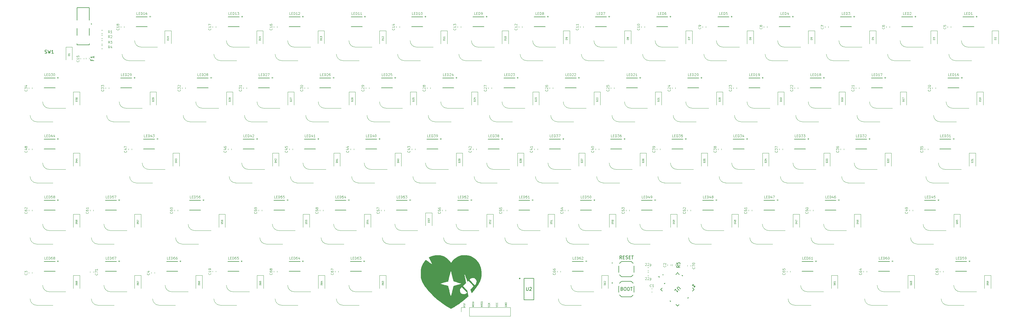
<source format=gbr>
%TF.GenerationSoftware,KiCad,Pcbnew,7.0.6*%
%TF.CreationDate,2024-03-18T14:57:41-04:00*%
%TF.ProjectId,Loadstar_70,4c6f6164-7374-4617-925f-37302e6b6963,rev?*%
%TF.SameCoordinates,Original*%
%TF.FileFunction,Legend,Top*%
%TF.FilePolarity,Positive*%
%FSLAX46Y46*%
G04 Gerber Fmt 4.6, Leading zero omitted, Abs format (unit mm)*
G04 Created by KiCad (PCBNEW 7.0.6) date 2024-03-18 14:57:41*
%MOMM*%
%LPD*%
G01*
G04 APERTURE LIST*
%ADD10C,0.125000*%
%ADD11C,0.120000*%
%ADD12C,0.100000*%
%ADD13C,0.150000*%
%ADD14C,0.080000*%
%ADD15C,0.152400*%
%ADD16C,0.127000*%
%ADD17C,0.200000*%
%ADD18C,0.250000*%
G04 APERTURE END LIST*
D10*
X169832309Y-149670144D02*
X170332309Y-149503478D01*
X170332309Y-149503478D02*
X169832309Y-149336811D01*
X170284690Y-148884431D02*
X170308500Y-148908240D01*
X170308500Y-148908240D02*
X170332309Y-148979669D01*
X170332309Y-148979669D02*
X170332309Y-149027288D01*
X170332309Y-149027288D02*
X170308500Y-149098716D01*
X170308500Y-149098716D02*
X170260880Y-149146335D01*
X170260880Y-149146335D02*
X170213261Y-149170145D01*
X170213261Y-149170145D02*
X170118023Y-149193954D01*
X170118023Y-149193954D02*
X170046595Y-149193954D01*
X170046595Y-149193954D02*
X169951357Y-149170145D01*
X169951357Y-149170145D02*
X169903738Y-149146335D01*
X169903738Y-149146335D02*
X169856119Y-149098716D01*
X169856119Y-149098716D02*
X169832309Y-149027288D01*
X169832309Y-149027288D02*
X169832309Y-148979669D01*
X169832309Y-148979669D02*
X169856119Y-148908240D01*
X169856119Y-148908240D02*
X169879928Y-148884431D01*
X170284690Y-148384431D02*
X170308500Y-148408240D01*
X170308500Y-148408240D02*
X170332309Y-148479669D01*
X170332309Y-148479669D02*
X170332309Y-148527288D01*
X170332309Y-148527288D02*
X170308500Y-148598716D01*
X170308500Y-148598716D02*
X170260880Y-148646335D01*
X170260880Y-148646335D02*
X170213261Y-148670145D01*
X170213261Y-148670145D02*
X170118023Y-148693954D01*
X170118023Y-148693954D02*
X170046595Y-148693954D01*
X170046595Y-148693954D02*
X169951357Y-148670145D01*
X169951357Y-148670145D02*
X169903738Y-148646335D01*
X169903738Y-148646335D02*
X169856119Y-148598716D01*
X169856119Y-148598716D02*
X169832309Y-148527288D01*
X169832309Y-148527288D02*
X169832309Y-148479669D01*
X169832309Y-148479669D02*
X169856119Y-148408240D01*
X169856119Y-148408240D02*
X169879928Y-148384431D01*
X165632309Y-149598716D02*
X165132309Y-149598716D01*
X165132309Y-149598716D02*
X165489452Y-149432049D01*
X165489452Y-149432049D02*
X165132309Y-149265383D01*
X165132309Y-149265383D02*
X165632309Y-149265383D01*
X165632309Y-149027287D02*
X165132309Y-149027287D01*
X165608500Y-148813001D02*
X165632309Y-148741573D01*
X165632309Y-148741573D02*
X165632309Y-148622525D01*
X165632309Y-148622525D02*
X165608500Y-148574906D01*
X165608500Y-148574906D02*
X165584690Y-148551097D01*
X165584690Y-148551097D02*
X165537071Y-148527287D01*
X165537071Y-148527287D02*
X165489452Y-148527287D01*
X165489452Y-148527287D02*
X165441833Y-148551097D01*
X165441833Y-148551097D02*
X165418023Y-148574906D01*
X165418023Y-148574906D02*
X165394214Y-148622525D01*
X165394214Y-148622525D02*
X165370404Y-148717763D01*
X165370404Y-148717763D02*
X165346595Y-148765382D01*
X165346595Y-148765382D02*
X165322785Y-148789192D01*
X165322785Y-148789192D02*
X165275166Y-148813001D01*
X165275166Y-148813001D02*
X165227547Y-148813001D01*
X165227547Y-148813001D02*
X165179928Y-148789192D01*
X165179928Y-148789192D02*
X165156119Y-148765382D01*
X165156119Y-148765382D02*
X165132309Y-148717763D01*
X165132309Y-148717763D02*
X165132309Y-148598716D01*
X165132309Y-148598716D02*
X165156119Y-148527287D01*
X165132309Y-148217764D02*
X165132309Y-148122526D01*
X165132309Y-148122526D02*
X165156119Y-148074907D01*
X165156119Y-148074907D02*
X165203738Y-148027288D01*
X165203738Y-148027288D02*
X165298976Y-148003478D01*
X165298976Y-148003478D02*
X165465642Y-148003478D01*
X165465642Y-148003478D02*
X165560880Y-148027288D01*
X165560880Y-148027288D02*
X165608500Y-148074907D01*
X165608500Y-148074907D02*
X165632309Y-148122526D01*
X165632309Y-148122526D02*
X165632309Y-148217764D01*
X165632309Y-148217764D02*
X165608500Y-148265383D01*
X165608500Y-148265383D02*
X165560880Y-148313002D01*
X165560880Y-148313002D02*
X165465642Y-148336811D01*
X165465642Y-148336811D02*
X165298976Y-148336811D01*
X165298976Y-148336811D02*
X165203738Y-148313002D01*
X165203738Y-148313002D02*
X165156119Y-148265383D01*
X165156119Y-148265383D02*
X165132309Y-148217764D01*
X160217934Y-149388002D02*
X159979839Y-149554668D01*
X160217934Y-149673716D02*
X159717934Y-149673716D01*
X159717934Y-149673716D02*
X159717934Y-149483240D01*
X159717934Y-149483240D02*
X159741744Y-149435621D01*
X159741744Y-149435621D02*
X159765553Y-149411811D01*
X159765553Y-149411811D02*
X159813172Y-149388002D01*
X159813172Y-149388002D02*
X159884601Y-149388002D01*
X159884601Y-149388002D02*
X159932220Y-149411811D01*
X159932220Y-149411811D02*
X159956029Y-149435621D01*
X159956029Y-149435621D02*
X159979839Y-149483240D01*
X159979839Y-149483240D02*
X159979839Y-149673716D01*
X160194125Y-149197525D02*
X160217934Y-149126097D01*
X160217934Y-149126097D02*
X160217934Y-149007049D01*
X160217934Y-149007049D02*
X160194125Y-148959430D01*
X160194125Y-148959430D02*
X160170315Y-148935621D01*
X160170315Y-148935621D02*
X160122696Y-148911811D01*
X160122696Y-148911811D02*
X160075077Y-148911811D01*
X160075077Y-148911811D02*
X160027458Y-148935621D01*
X160027458Y-148935621D02*
X160003648Y-148959430D01*
X160003648Y-148959430D02*
X159979839Y-149007049D01*
X159979839Y-149007049D02*
X159956029Y-149102287D01*
X159956029Y-149102287D02*
X159932220Y-149149906D01*
X159932220Y-149149906D02*
X159908410Y-149173716D01*
X159908410Y-149173716D02*
X159860791Y-149197525D01*
X159860791Y-149197525D02*
X159813172Y-149197525D01*
X159813172Y-149197525D02*
X159765553Y-149173716D01*
X159765553Y-149173716D02*
X159741744Y-149149906D01*
X159741744Y-149149906D02*
X159717934Y-149102287D01*
X159717934Y-149102287D02*
X159717934Y-148983240D01*
X159717934Y-148983240D02*
X159741744Y-148911811D01*
X159717934Y-148768954D02*
X159717934Y-148483240D01*
X160217934Y-148626097D02*
X159717934Y-148626097D01*
X162932309Y-149598716D02*
X162432309Y-149598716D01*
X162432309Y-149598716D02*
X162789452Y-149432049D01*
X162789452Y-149432049D02*
X162432309Y-149265383D01*
X162432309Y-149265383D02*
X162932309Y-149265383D01*
X162432309Y-148932049D02*
X162432309Y-148836811D01*
X162432309Y-148836811D02*
X162456119Y-148789192D01*
X162456119Y-148789192D02*
X162503738Y-148741573D01*
X162503738Y-148741573D02*
X162598976Y-148717763D01*
X162598976Y-148717763D02*
X162765642Y-148717763D01*
X162765642Y-148717763D02*
X162860880Y-148741573D01*
X162860880Y-148741573D02*
X162908500Y-148789192D01*
X162908500Y-148789192D02*
X162932309Y-148836811D01*
X162932309Y-148836811D02*
X162932309Y-148932049D01*
X162932309Y-148932049D02*
X162908500Y-148979668D01*
X162908500Y-148979668D02*
X162860880Y-149027287D01*
X162860880Y-149027287D02*
X162765642Y-149051096D01*
X162765642Y-149051096D02*
X162598976Y-149051096D01*
X162598976Y-149051096D02*
X162503738Y-149027287D01*
X162503738Y-149027287D02*
X162456119Y-148979668D01*
X162456119Y-148979668D02*
X162432309Y-148932049D01*
X162908500Y-148527286D02*
X162932309Y-148455858D01*
X162932309Y-148455858D02*
X162932309Y-148336810D01*
X162932309Y-148336810D02*
X162908500Y-148289191D01*
X162908500Y-148289191D02*
X162884690Y-148265382D01*
X162884690Y-148265382D02*
X162837071Y-148241572D01*
X162837071Y-148241572D02*
X162789452Y-148241572D01*
X162789452Y-148241572D02*
X162741833Y-148265382D01*
X162741833Y-148265382D02*
X162718023Y-148289191D01*
X162718023Y-148289191D02*
X162694214Y-148336810D01*
X162694214Y-148336810D02*
X162670404Y-148432048D01*
X162670404Y-148432048D02*
X162646595Y-148479667D01*
X162646595Y-148479667D02*
X162622785Y-148503477D01*
X162622785Y-148503477D02*
X162575166Y-148527286D01*
X162575166Y-148527286D02*
X162527547Y-148527286D01*
X162527547Y-148527286D02*
X162479928Y-148503477D01*
X162479928Y-148503477D02*
X162456119Y-148479667D01*
X162456119Y-148479667D02*
X162432309Y-148432048D01*
X162432309Y-148432048D02*
X162432309Y-148313001D01*
X162432309Y-148313001D02*
X162456119Y-148241572D01*
X162932309Y-148027287D02*
X162432309Y-148027287D01*
X172656119Y-149336811D02*
X172632309Y-149384430D01*
X172632309Y-149384430D02*
X172632309Y-149455859D01*
X172632309Y-149455859D02*
X172656119Y-149527287D01*
X172656119Y-149527287D02*
X172703738Y-149574906D01*
X172703738Y-149574906D02*
X172751357Y-149598716D01*
X172751357Y-149598716D02*
X172846595Y-149622525D01*
X172846595Y-149622525D02*
X172918023Y-149622525D01*
X172918023Y-149622525D02*
X173013261Y-149598716D01*
X173013261Y-149598716D02*
X173060880Y-149574906D01*
X173060880Y-149574906D02*
X173108500Y-149527287D01*
X173108500Y-149527287D02*
X173132309Y-149455859D01*
X173132309Y-149455859D02*
X173132309Y-149408240D01*
X173132309Y-149408240D02*
X173108500Y-149336811D01*
X173108500Y-149336811D02*
X173084690Y-149313002D01*
X173084690Y-149313002D02*
X172918023Y-149313002D01*
X172918023Y-149313002D02*
X172918023Y-149408240D01*
X173132309Y-149098716D02*
X172632309Y-149098716D01*
X172632309Y-149098716D02*
X173132309Y-148813002D01*
X173132309Y-148813002D02*
X172632309Y-148813002D01*
X173132309Y-148574906D02*
X172632309Y-148574906D01*
X172632309Y-148574906D02*
X172632309Y-148455858D01*
X172632309Y-148455858D02*
X172656119Y-148384430D01*
X172656119Y-148384430D02*
X172703738Y-148336811D01*
X172703738Y-148336811D02*
X172751357Y-148313001D01*
X172751357Y-148313001D02*
X172846595Y-148289192D01*
X172846595Y-148289192D02*
X172918023Y-148289192D01*
X172918023Y-148289192D02*
X173013261Y-148313001D01*
X173013261Y-148313001D02*
X173060880Y-148336811D01*
X173060880Y-148336811D02*
X173108500Y-148384430D01*
X173108500Y-148384430D02*
X173132309Y-148455858D01*
X173132309Y-148455858D02*
X173132309Y-148574906D01*
X167844125Y-149697525D02*
X167867934Y-149626097D01*
X167867934Y-149626097D02*
X167867934Y-149507049D01*
X167867934Y-149507049D02*
X167844125Y-149459430D01*
X167844125Y-149459430D02*
X167820315Y-149435621D01*
X167820315Y-149435621D02*
X167772696Y-149411811D01*
X167772696Y-149411811D02*
X167725077Y-149411811D01*
X167725077Y-149411811D02*
X167677458Y-149435621D01*
X167677458Y-149435621D02*
X167653648Y-149459430D01*
X167653648Y-149459430D02*
X167629839Y-149507049D01*
X167629839Y-149507049D02*
X167606029Y-149602287D01*
X167606029Y-149602287D02*
X167582220Y-149649906D01*
X167582220Y-149649906D02*
X167558410Y-149673716D01*
X167558410Y-149673716D02*
X167510791Y-149697525D01*
X167510791Y-149697525D02*
X167463172Y-149697525D01*
X167463172Y-149697525D02*
X167415553Y-149673716D01*
X167415553Y-149673716D02*
X167391744Y-149649906D01*
X167391744Y-149649906D02*
X167367934Y-149602287D01*
X167367934Y-149602287D02*
X167367934Y-149483240D01*
X167367934Y-149483240D02*
X167391744Y-149411811D01*
X167820315Y-148911812D02*
X167844125Y-148935621D01*
X167844125Y-148935621D02*
X167867934Y-149007050D01*
X167867934Y-149007050D02*
X167867934Y-149054669D01*
X167867934Y-149054669D02*
X167844125Y-149126097D01*
X167844125Y-149126097D02*
X167796505Y-149173716D01*
X167796505Y-149173716D02*
X167748886Y-149197526D01*
X167748886Y-149197526D02*
X167653648Y-149221335D01*
X167653648Y-149221335D02*
X167582220Y-149221335D01*
X167582220Y-149221335D02*
X167486982Y-149197526D01*
X167486982Y-149197526D02*
X167439363Y-149173716D01*
X167439363Y-149173716D02*
X167391744Y-149126097D01*
X167391744Y-149126097D02*
X167367934Y-149054669D01*
X167367934Y-149054669D02*
X167367934Y-149007050D01*
X167367934Y-149007050D02*
X167391744Y-148935621D01*
X167391744Y-148935621D02*
X167415553Y-148911812D01*
X167867934Y-148697526D02*
X167367934Y-148697526D01*
X167867934Y-148411812D02*
X167582220Y-148626097D01*
X167367934Y-148411812D02*
X167653648Y-148697526D01*
D11*
X307290545Y-139150268D02*
X307326260Y-139185982D01*
X307326260Y-139185982D02*
X307361974Y-139293125D01*
X307361974Y-139293125D02*
X307361974Y-139364553D01*
X307361974Y-139364553D02*
X307326260Y-139471696D01*
X307326260Y-139471696D02*
X307254831Y-139543125D01*
X307254831Y-139543125D02*
X307183402Y-139578839D01*
X307183402Y-139578839D02*
X307040545Y-139614553D01*
X307040545Y-139614553D02*
X306933402Y-139614553D01*
X306933402Y-139614553D02*
X306790545Y-139578839D01*
X306790545Y-139578839D02*
X306719117Y-139543125D01*
X306719117Y-139543125D02*
X306647688Y-139471696D01*
X306647688Y-139471696D02*
X306611974Y-139364553D01*
X306611974Y-139364553D02*
X306611974Y-139293125D01*
X306611974Y-139293125D02*
X306647688Y-139185982D01*
X306647688Y-139185982D02*
X306683402Y-139150268D01*
X306611974Y-138507411D02*
X306611974Y-138650268D01*
X306611974Y-138650268D02*
X306647688Y-138721696D01*
X306647688Y-138721696D02*
X306683402Y-138757411D01*
X306683402Y-138757411D02*
X306790545Y-138828839D01*
X306790545Y-138828839D02*
X306933402Y-138864553D01*
X306933402Y-138864553D02*
X307219117Y-138864553D01*
X307219117Y-138864553D02*
X307290545Y-138828839D01*
X307290545Y-138828839D02*
X307326260Y-138793125D01*
X307326260Y-138793125D02*
X307361974Y-138721696D01*
X307361974Y-138721696D02*
X307361974Y-138578839D01*
X307361974Y-138578839D02*
X307326260Y-138507411D01*
X307326260Y-138507411D02*
X307290545Y-138471696D01*
X307290545Y-138471696D02*
X307219117Y-138435982D01*
X307219117Y-138435982D02*
X307040545Y-138435982D01*
X307040545Y-138435982D02*
X306969117Y-138471696D01*
X306969117Y-138471696D02*
X306933402Y-138507411D01*
X306933402Y-138507411D02*
X306897688Y-138578839D01*
X306897688Y-138578839D02*
X306897688Y-138721696D01*
X306897688Y-138721696D02*
X306933402Y-138793125D01*
X306933402Y-138793125D02*
X306969117Y-138828839D01*
X306969117Y-138828839D02*
X307040545Y-138864553D01*
X306611974Y-138185982D02*
X306611974Y-137721696D01*
X306611974Y-137721696D02*
X306897688Y-137971696D01*
X306897688Y-137971696D02*
X306897688Y-137864553D01*
X306897688Y-137864553D02*
X306933402Y-137793125D01*
X306933402Y-137793125D02*
X306969117Y-137757410D01*
X306969117Y-137757410D02*
X307040545Y-137721696D01*
X307040545Y-137721696D02*
X307219117Y-137721696D01*
X307219117Y-137721696D02*
X307290545Y-137757410D01*
X307290545Y-137757410D02*
X307326260Y-137793125D01*
X307326260Y-137793125D02*
X307361974Y-137864553D01*
X307361974Y-137864553D02*
X307361974Y-138078839D01*
X307361974Y-138078839D02*
X307326260Y-138150267D01*
X307326260Y-138150267D02*
X307290545Y-138185982D01*
D12*
X130083609Y-123797142D02*
X129583609Y-123797142D01*
X129583609Y-123797142D02*
X129583609Y-123678094D01*
X129583609Y-123678094D02*
X129607419Y-123606666D01*
X129607419Y-123606666D02*
X129655038Y-123559047D01*
X129655038Y-123559047D02*
X129702657Y-123535237D01*
X129702657Y-123535237D02*
X129797895Y-123511428D01*
X129797895Y-123511428D02*
X129869323Y-123511428D01*
X129869323Y-123511428D02*
X129964561Y-123535237D01*
X129964561Y-123535237D02*
X130012180Y-123559047D01*
X130012180Y-123559047D02*
X130059800Y-123606666D01*
X130059800Y-123606666D02*
X130083609Y-123678094D01*
X130083609Y-123678094D02*
X130083609Y-123797142D01*
X129583609Y-123059047D02*
X129583609Y-123297142D01*
X129583609Y-123297142D02*
X129821704Y-123320951D01*
X129821704Y-123320951D02*
X129797895Y-123297142D01*
X129797895Y-123297142D02*
X129774085Y-123249523D01*
X129774085Y-123249523D02*
X129774085Y-123130475D01*
X129774085Y-123130475D02*
X129797895Y-123082856D01*
X129797895Y-123082856D02*
X129821704Y-123059047D01*
X129821704Y-123059047D02*
X129869323Y-123035237D01*
X129869323Y-123035237D02*
X129988371Y-123035237D01*
X129988371Y-123035237D02*
X130035990Y-123059047D01*
X130035990Y-123059047D02*
X130059800Y-123082856D01*
X130059800Y-123082856D02*
X130083609Y-123130475D01*
X130083609Y-123130475D02*
X130083609Y-123249523D01*
X130083609Y-123249523D02*
X130059800Y-123297142D01*
X130059800Y-123297142D02*
X130035990Y-123320951D01*
X129750276Y-122606666D02*
X130083609Y-122606666D01*
X129559800Y-122725714D02*
X129916942Y-122844761D01*
X129916942Y-122844761D02*
X129916942Y-122535238D01*
X282483609Y-123797142D02*
X281983609Y-123797142D01*
X281983609Y-123797142D02*
X281983609Y-123678094D01*
X281983609Y-123678094D02*
X282007419Y-123606666D01*
X282007419Y-123606666D02*
X282055038Y-123559047D01*
X282055038Y-123559047D02*
X282102657Y-123535237D01*
X282102657Y-123535237D02*
X282197895Y-123511428D01*
X282197895Y-123511428D02*
X282269323Y-123511428D01*
X282269323Y-123511428D02*
X282364561Y-123535237D01*
X282364561Y-123535237D02*
X282412180Y-123559047D01*
X282412180Y-123559047D02*
X282459800Y-123606666D01*
X282459800Y-123606666D02*
X282483609Y-123678094D01*
X282483609Y-123678094D02*
X282483609Y-123797142D01*
X282150276Y-123082856D02*
X282483609Y-123082856D01*
X281959800Y-123201904D02*
X282316942Y-123320951D01*
X282316942Y-123320951D02*
X282316942Y-123011428D01*
X281983609Y-122606666D02*
X281983609Y-122701904D01*
X281983609Y-122701904D02*
X282007419Y-122749523D01*
X282007419Y-122749523D02*
X282031228Y-122773333D01*
X282031228Y-122773333D02*
X282102657Y-122820952D01*
X282102657Y-122820952D02*
X282197895Y-122844761D01*
X282197895Y-122844761D02*
X282388371Y-122844761D01*
X282388371Y-122844761D02*
X282435990Y-122820952D01*
X282435990Y-122820952D02*
X282459800Y-122797142D01*
X282459800Y-122797142D02*
X282483609Y-122749523D01*
X282483609Y-122749523D02*
X282483609Y-122654285D01*
X282483609Y-122654285D02*
X282459800Y-122606666D01*
X282459800Y-122606666D02*
X282435990Y-122582857D01*
X282435990Y-122582857D02*
X282388371Y-122559047D01*
X282388371Y-122559047D02*
X282269323Y-122559047D01*
X282269323Y-122559047D02*
X282221704Y-122582857D01*
X282221704Y-122582857D02*
X282197895Y-122606666D01*
X282197895Y-122606666D02*
X282174085Y-122654285D01*
X282174085Y-122654285D02*
X282174085Y-122749523D01*
X282174085Y-122749523D02*
X282197895Y-122797142D01*
X282197895Y-122797142D02*
X282221704Y-122820952D01*
X282221704Y-122820952D02*
X282269323Y-122844761D01*
D11*
X166796795Y-82000268D02*
X166832510Y-82035982D01*
X166832510Y-82035982D02*
X166868224Y-82143125D01*
X166868224Y-82143125D02*
X166868224Y-82214553D01*
X166868224Y-82214553D02*
X166832510Y-82321696D01*
X166832510Y-82321696D02*
X166761081Y-82393125D01*
X166761081Y-82393125D02*
X166689652Y-82428839D01*
X166689652Y-82428839D02*
X166546795Y-82464553D01*
X166546795Y-82464553D02*
X166439652Y-82464553D01*
X166439652Y-82464553D02*
X166296795Y-82428839D01*
X166296795Y-82428839D02*
X166225367Y-82393125D01*
X166225367Y-82393125D02*
X166153938Y-82321696D01*
X166153938Y-82321696D02*
X166118224Y-82214553D01*
X166118224Y-82214553D02*
X166118224Y-82143125D01*
X166118224Y-82143125D02*
X166153938Y-82035982D01*
X166153938Y-82035982D02*
X166189652Y-82000268D01*
X166189652Y-81714553D02*
X166153938Y-81678839D01*
X166153938Y-81678839D02*
X166118224Y-81607411D01*
X166118224Y-81607411D02*
X166118224Y-81428839D01*
X166118224Y-81428839D02*
X166153938Y-81357411D01*
X166153938Y-81357411D02*
X166189652Y-81321696D01*
X166189652Y-81321696D02*
X166261081Y-81285982D01*
X166261081Y-81285982D02*
X166332510Y-81285982D01*
X166332510Y-81285982D02*
X166439652Y-81321696D01*
X166439652Y-81321696D02*
X166868224Y-81750268D01*
X166868224Y-81750268D02*
X166868224Y-81285982D01*
X166118224Y-81035982D02*
X166118224Y-80535982D01*
X166118224Y-80535982D02*
X166868224Y-80857410D01*
D12*
X275339859Y-142847142D02*
X274839859Y-142847142D01*
X274839859Y-142847142D02*
X274839859Y-142728094D01*
X274839859Y-142728094D02*
X274863669Y-142656666D01*
X274863669Y-142656666D02*
X274911288Y-142609047D01*
X274911288Y-142609047D02*
X274958907Y-142585237D01*
X274958907Y-142585237D02*
X275054145Y-142561428D01*
X275054145Y-142561428D02*
X275125573Y-142561428D01*
X275125573Y-142561428D02*
X275220811Y-142585237D01*
X275220811Y-142585237D02*
X275268430Y-142609047D01*
X275268430Y-142609047D02*
X275316050Y-142656666D01*
X275316050Y-142656666D02*
X275339859Y-142728094D01*
X275339859Y-142728094D02*
X275339859Y-142847142D01*
X274839859Y-142132856D02*
X274839859Y-142228094D01*
X274839859Y-142228094D02*
X274863669Y-142275713D01*
X274863669Y-142275713D02*
X274887478Y-142299523D01*
X274887478Y-142299523D02*
X274958907Y-142347142D01*
X274958907Y-142347142D02*
X275054145Y-142370951D01*
X275054145Y-142370951D02*
X275244621Y-142370951D01*
X275244621Y-142370951D02*
X275292240Y-142347142D01*
X275292240Y-142347142D02*
X275316050Y-142323332D01*
X275316050Y-142323332D02*
X275339859Y-142275713D01*
X275339859Y-142275713D02*
X275339859Y-142180475D01*
X275339859Y-142180475D02*
X275316050Y-142132856D01*
X275316050Y-142132856D02*
X275292240Y-142109047D01*
X275292240Y-142109047D02*
X275244621Y-142085237D01*
X275244621Y-142085237D02*
X275125573Y-142085237D01*
X275125573Y-142085237D02*
X275077954Y-142109047D01*
X275077954Y-142109047D02*
X275054145Y-142132856D01*
X275054145Y-142132856D02*
X275030335Y-142180475D01*
X275030335Y-142180475D02*
X275030335Y-142275713D01*
X275030335Y-142275713D02*
X275054145Y-142323332D01*
X275054145Y-142323332D02*
X275077954Y-142347142D01*
X275077954Y-142347142D02*
X275125573Y-142370951D01*
X275339859Y-141609047D02*
X275339859Y-141894761D01*
X275339859Y-141751904D02*
X274839859Y-141751904D01*
X274839859Y-141751904D02*
X274911288Y-141799523D01*
X274911288Y-141799523D02*
X274958907Y-141847142D01*
X274958907Y-141847142D02*
X274982716Y-141894761D01*
X182471109Y-85697142D02*
X181971109Y-85697142D01*
X181971109Y-85697142D02*
X181971109Y-85578094D01*
X181971109Y-85578094D02*
X181994919Y-85506666D01*
X181994919Y-85506666D02*
X182042538Y-85459047D01*
X182042538Y-85459047D02*
X182090157Y-85435237D01*
X182090157Y-85435237D02*
X182185395Y-85411428D01*
X182185395Y-85411428D02*
X182256823Y-85411428D01*
X182256823Y-85411428D02*
X182352061Y-85435237D01*
X182352061Y-85435237D02*
X182399680Y-85459047D01*
X182399680Y-85459047D02*
X182447300Y-85506666D01*
X182447300Y-85506666D02*
X182471109Y-85578094D01*
X182471109Y-85578094D02*
X182471109Y-85697142D01*
X182018728Y-85220951D02*
X181994919Y-85197142D01*
X181994919Y-85197142D02*
X181971109Y-85149523D01*
X181971109Y-85149523D02*
X181971109Y-85030475D01*
X181971109Y-85030475D02*
X181994919Y-84982856D01*
X181994919Y-84982856D02*
X182018728Y-84959047D01*
X182018728Y-84959047D02*
X182066347Y-84935237D01*
X182066347Y-84935237D02*
X182113966Y-84935237D01*
X182113966Y-84935237D02*
X182185395Y-84959047D01*
X182185395Y-84959047D02*
X182471109Y-85244761D01*
X182471109Y-85244761D02*
X182471109Y-84935237D01*
X181971109Y-84768571D02*
X181971109Y-84459047D01*
X181971109Y-84459047D02*
X182161585Y-84625714D01*
X182161585Y-84625714D02*
X182161585Y-84554285D01*
X182161585Y-84554285D02*
X182185395Y-84506666D01*
X182185395Y-84506666D02*
X182209204Y-84482857D01*
X182209204Y-84482857D02*
X182256823Y-84459047D01*
X182256823Y-84459047D02*
X182375871Y-84459047D01*
X182375871Y-84459047D02*
X182423490Y-84482857D01*
X182423490Y-84482857D02*
X182447300Y-84506666D01*
X182447300Y-84506666D02*
X182471109Y-84554285D01*
X182471109Y-84554285D02*
X182471109Y-84697142D01*
X182471109Y-84697142D02*
X182447300Y-84744761D01*
X182447300Y-84744761D02*
X182423490Y-84768571D01*
X313439859Y-123797142D02*
X312939859Y-123797142D01*
X312939859Y-123797142D02*
X312939859Y-123678094D01*
X312939859Y-123678094D02*
X312963669Y-123606666D01*
X312963669Y-123606666D02*
X313011288Y-123559047D01*
X313011288Y-123559047D02*
X313058907Y-123535237D01*
X313058907Y-123535237D02*
X313154145Y-123511428D01*
X313154145Y-123511428D02*
X313225573Y-123511428D01*
X313225573Y-123511428D02*
X313320811Y-123535237D01*
X313320811Y-123535237D02*
X313368430Y-123559047D01*
X313368430Y-123559047D02*
X313416050Y-123606666D01*
X313416050Y-123606666D02*
X313439859Y-123678094D01*
X313439859Y-123678094D02*
X313439859Y-123797142D01*
X313106526Y-123082856D02*
X313439859Y-123082856D01*
X312916050Y-123201904D02*
X313273192Y-123320951D01*
X313273192Y-123320951D02*
X313273192Y-123011428D01*
X312939859Y-122582857D02*
X312939859Y-122820952D01*
X312939859Y-122820952D02*
X313177954Y-122844761D01*
X313177954Y-122844761D02*
X313154145Y-122820952D01*
X313154145Y-122820952D02*
X313130335Y-122773333D01*
X313130335Y-122773333D02*
X313130335Y-122654285D01*
X313130335Y-122654285D02*
X313154145Y-122606666D01*
X313154145Y-122606666D02*
X313177954Y-122582857D01*
X313177954Y-122582857D02*
X313225573Y-122559047D01*
X313225573Y-122559047D02*
X313344621Y-122559047D01*
X313344621Y-122559047D02*
X313392240Y-122582857D01*
X313392240Y-122582857D02*
X313416050Y-122606666D01*
X313416050Y-122606666D02*
X313439859Y-122654285D01*
X313439859Y-122654285D02*
X313439859Y-122773333D01*
X313439859Y-122773333D02*
X313416050Y-122820952D01*
X313416050Y-122820952D02*
X313392240Y-122844761D01*
D11*
X23921795Y-82000268D02*
X23957510Y-82035982D01*
X23957510Y-82035982D02*
X23993224Y-82143125D01*
X23993224Y-82143125D02*
X23993224Y-82214553D01*
X23993224Y-82214553D02*
X23957510Y-82321696D01*
X23957510Y-82321696D02*
X23886081Y-82393125D01*
X23886081Y-82393125D02*
X23814652Y-82428839D01*
X23814652Y-82428839D02*
X23671795Y-82464553D01*
X23671795Y-82464553D02*
X23564652Y-82464553D01*
X23564652Y-82464553D02*
X23421795Y-82428839D01*
X23421795Y-82428839D02*
X23350367Y-82393125D01*
X23350367Y-82393125D02*
X23278938Y-82321696D01*
X23278938Y-82321696D02*
X23243224Y-82214553D01*
X23243224Y-82214553D02*
X23243224Y-82143125D01*
X23243224Y-82143125D02*
X23278938Y-82035982D01*
X23278938Y-82035982D02*
X23314652Y-82000268D01*
X23243224Y-81750268D02*
X23243224Y-81285982D01*
X23243224Y-81285982D02*
X23528938Y-81535982D01*
X23528938Y-81535982D02*
X23528938Y-81428839D01*
X23528938Y-81428839D02*
X23564652Y-81357411D01*
X23564652Y-81357411D02*
X23600367Y-81321696D01*
X23600367Y-81321696D02*
X23671795Y-81285982D01*
X23671795Y-81285982D02*
X23850367Y-81285982D01*
X23850367Y-81285982D02*
X23921795Y-81321696D01*
X23921795Y-81321696D02*
X23957510Y-81357411D01*
X23957510Y-81357411D02*
X23993224Y-81428839D01*
X23993224Y-81428839D02*
X23993224Y-81643125D01*
X23993224Y-81643125D02*
X23957510Y-81714553D01*
X23957510Y-81714553D02*
X23921795Y-81750268D01*
X23493224Y-80643125D02*
X23993224Y-80643125D01*
X23207510Y-80821696D02*
X23743224Y-81000267D01*
X23743224Y-81000267D02*
X23743224Y-80535982D01*
X134696746Y-77686899D02*
X134339603Y-77686899D01*
X134339603Y-77686899D02*
X134339603Y-76936899D01*
X134946746Y-77294042D02*
X135196746Y-77294042D01*
X135303889Y-77686899D02*
X134946746Y-77686899D01*
X134946746Y-77686899D02*
X134946746Y-76936899D01*
X134946746Y-76936899D02*
X135303889Y-76936899D01*
X135625317Y-77686899D02*
X135625317Y-76936899D01*
X135625317Y-76936899D02*
X135803888Y-76936899D01*
X135803888Y-76936899D02*
X135911031Y-76972613D01*
X135911031Y-76972613D02*
X135982460Y-77044042D01*
X135982460Y-77044042D02*
X136018174Y-77115470D01*
X136018174Y-77115470D02*
X136053888Y-77258327D01*
X136053888Y-77258327D02*
X136053888Y-77365470D01*
X136053888Y-77365470D02*
X136018174Y-77508327D01*
X136018174Y-77508327D02*
X135982460Y-77579756D01*
X135982460Y-77579756D02*
X135911031Y-77651185D01*
X135911031Y-77651185D02*
X135803888Y-77686899D01*
X135803888Y-77686899D02*
X135625317Y-77686899D01*
X136339603Y-77008327D02*
X136375317Y-76972613D01*
X136375317Y-76972613D02*
X136446746Y-76936899D01*
X136446746Y-76936899D02*
X136625317Y-76936899D01*
X136625317Y-76936899D02*
X136696746Y-76972613D01*
X136696746Y-76972613D02*
X136732460Y-77008327D01*
X136732460Y-77008327D02*
X136768174Y-77079756D01*
X136768174Y-77079756D02*
X136768174Y-77151185D01*
X136768174Y-77151185D02*
X136732460Y-77258327D01*
X136732460Y-77258327D02*
X136303888Y-77686899D01*
X136303888Y-77686899D02*
X136768174Y-77686899D01*
X137446746Y-76936899D02*
X137089603Y-76936899D01*
X137089603Y-76936899D02*
X137053889Y-77294042D01*
X137053889Y-77294042D02*
X137089603Y-77258327D01*
X137089603Y-77258327D02*
X137161032Y-77222613D01*
X137161032Y-77222613D02*
X137339603Y-77222613D01*
X137339603Y-77222613D02*
X137411032Y-77258327D01*
X137411032Y-77258327D02*
X137446746Y-77294042D01*
X137446746Y-77294042D02*
X137482460Y-77365470D01*
X137482460Y-77365470D02*
X137482460Y-77544042D01*
X137482460Y-77544042D02*
X137446746Y-77615470D01*
X137446746Y-77615470D02*
X137411032Y-77651185D01*
X137411032Y-77651185D02*
X137339603Y-77686899D01*
X137339603Y-77686899D02*
X137161032Y-77686899D01*
X137161032Y-77686899D02*
X137089603Y-77651185D01*
X137089603Y-77651185D02*
X137053889Y-77615470D01*
D12*
X138449916Y-78071294D02*
X138449916Y-78309389D01*
X138211821Y-78214151D02*
X138449916Y-78309389D01*
X138449916Y-78309389D02*
X138688011Y-78214151D01*
X138307059Y-78499865D02*
X138449916Y-78309389D01*
X138449916Y-78309389D02*
X138592773Y-78499865D01*
X58646109Y-123797142D02*
X58146109Y-123797142D01*
X58146109Y-123797142D02*
X58146109Y-123678094D01*
X58146109Y-123678094D02*
X58169919Y-123606666D01*
X58169919Y-123606666D02*
X58217538Y-123559047D01*
X58217538Y-123559047D02*
X58265157Y-123535237D01*
X58265157Y-123535237D02*
X58360395Y-123511428D01*
X58360395Y-123511428D02*
X58431823Y-123511428D01*
X58431823Y-123511428D02*
X58527061Y-123535237D01*
X58527061Y-123535237D02*
X58574680Y-123559047D01*
X58574680Y-123559047D02*
X58622300Y-123606666D01*
X58622300Y-123606666D02*
X58646109Y-123678094D01*
X58646109Y-123678094D02*
X58646109Y-123797142D01*
X58146109Y-123059047D02*
X58146109Y-123297142D01*
X58146109Y-123297142D02*
X58384204Y-123320951D01*
X58384204Y-123320951D02*
X58360395Y-123297142D01*
X58360395Y-123297142D02*
X58336585Y-123249523D01*
X58336585Y-123249523D02*
X58336585Y-123130475D01*
X58336585Y-123130475D02*
X58360395Y-123082856D01*
X58360395Y-123082856D02*
X58384204Y-123059047D01*
X58384204Y-123059047D02*
X58431823Y-123035237D01*
X58431823Y-123035237D02*
X58550871Y-123035237D01*
X58550871Y-123035237D02*
X58598490Y-123059047D01*
X58598490Y-123059047D02*
X58622300Y-123082856D01*
X58622300Y-123082856D02*
X58646109Y-123130475D01*
X58646109Y-123130475D02*
X58646109Y-123249523D01*
X58646109Y-123249523D02*
X58622300Y-123297142D01*
X58622300Y-123297142D02*
X58598490Y-123320951D01*
X58146109Y-122868571D02*
X58146109Y-122535238D01*
X58146109Y-122535238D02*
X58646109Y-122749523D01*
D11*
X120288596Y-115786899D02*
X119931453Y-115786899D01*
X119931453Y-115786899D02*
X119931453Y-115036899D01*
X120538596Y-115394042D02*
X120788596Y-115394042D01*
X120895739Y-115786899D02*
X120538596Y-115786899D01*
X120538596Y-115786899D02*
X120538596Y-115036899D01*
X120538596Y-115036899D02*
X120895739Y-115036899D01*
X121217167Y-115786899D02*
X121217167Y-115036899D01*
X121217167Y-115036899D02*
X121395738Y-115036899D01*
X121395738Y-115036899D02*
X121502881Y-115072613D01*
X121502881Y-115072613D02*
X121574310Y-115144042D01*
X121574310Y-115144042D02*
X121610024Y-115215470D01*
X121610024Y-115215470D02*
X121645738Y-115358327D01*
X121645738Y-115358327D02*
X121645738Y-115465470D01*
X121645738Y-115465470D02*
X121610024Y-115608327D01*
X121610024Y-115608327D02*
X121574310Y-115679756D01*
X121574310Y-115679756D02*
X121502881Y-115751185D01*
X121502881Y-115751185D02*
X121395738Y-115786899D01*
X121395738Y-115786899D02*
X121217167Y-115786899D01*
X122324310Y-115036899D02*
X121967167Y-115036899D01*
X121967167Y-115036899D02*
X121931453Y-115394042D01*
X121931453Y-115394042D02*
X121967167Y-115358327D01*
X121967167Y-115358327D02*
X122038596Y-115322613D01*
X122038596Y-115322613D02*
X122217167Y-115322613D01*
X122217167Y-115322613D02*
X122288596Y-115358327D01*
X122288596Y-115358327D02*
X122324310Y-115394042D01*
X122324310Y-115394042D02*
X122360024Y-115465470D01*
X122360024Y-115465470D02*
X122360024Y-115644042D01*
X122360024Y-115644042D02*
X122324310Y-115715470D01*
X122324310Y-115715470D02*
X122288596Y-115751185D01*
X122288596Y-115751185D02*
X122217167Y-115786899D01*
X122217167Y-115786899D02*
X122038596Y-115786899D01*
X122038596Y-115786899D02*
X121967167Y-115751185D01*
X121967167Y-115751185D02*
X121931453Y-115715470D01*
X123002882Y-115286899D02*
X123002882Y-115786899D01*
X122824310Y-115001185D02*
X122645739Y-115536899D01*
X122645739Y-115536899D02*
X123110024Y-115536899D01*
D12*
X124041766Y-116171294D02*
X124041766Y-116409389D01*
X123803671Y-116314151D02*
X124041766Y-116409389D01*
X124041766Y-116409389D02*
X124279861Y-116314151D01*
X123898909Y-116599865D02*
X124041766Y-116409389D01*
X124041766Y-116409389D02*
X124184623Y-116599865D01*
D11*
X23921795Y-101050268D02*
X23957510Y-101085982D01*
X23957510Y-101085982D02*
X23993224Y-101193125D01*
X23993224Y-101193125D02*
X23993224Y-101264553D01*
X23993224Y-101264553D02*
X23957510Y-101371696D01*
X23957510Y-101371696D02*
X23886081Y-101443125D01*
X23886081Y-101443125D02*
X23814652Y-101478839D01*
X23814652Y-101478839D02*
X23671795Y-101514553D01*
X23671795Y-101514553D02*
X23564652Y-101514553D01*
X23564652Y-101514553D02*
X23421795Y-101478839D01*
X23421795Y-101478839D02*
X23350367Y-101443125D01*
X23350367Y-101443125D02*
X23278938Y-101371696D01*
X23278938Y-101371696D02*
X23243224Y-101264553D01*
X23243224Y-101264553D02*
X23243224Y-101193125D01*
X23243224Y-101193125D02*
X23278938Y-101085982D01*
X23278938Y-101085982D02*
X23314652Y-101050268D01*
X23493224Y-100407411D02*
X23993224Y-100407411D01*
X23207510Y-100585982D02*
X23743224Y-100764553D01*
X23743224Y-100764553D02*
X23743224Y-100300268D01*
X23564652Y-99907410D02*
X23528938Y-99978839D01*
X23528938Y-99978839D02*
X23493224Y-100014553D01*
X23493224Y-100014553D02*
X23421795Y-100050267D01*
X23421795Y-100050267D02*
X23386081Y-100050267D01*
X23386081Y-100050267D02*
X23314652Y-100014553D01*
X23314652Y-100014553D02*
X23278938Y-99978839D01*
X23278938Y-99978839D02*
X23243224Y-99907410D01*
X23243224Y-99907410D02*
X23243224Y-99764553D01*
X23243224Y-99764553D02*
X23278938Y-99693125D01*
X23278938Y-99693125D02*
X23314652Y-99657410D01*
X23314652Y-99657410D02*
X23386081Y-99621696D01*
X23386081Y-99621696D02*
X23421795Y-99621696D01*
X23421795Y-99621696D02*
X23493224Y-99657410D01*
X23493224Y-99657410D02*
X23528938Y-99693125D01*
X23528938Y-99693125D02*
X23564652Y-99764553D01*
X23564652Y-99764553D02*
X23564652Y-99907410D01*
X23564652Y-99907410D02*
X23600367Y-99978839D01*
X23600367Y-99978839D02*
X23636081Y-100014553D01*
X23636081Y-100014553D02*
X23707510Y-100050267D01*
X23707510Y-100050267D02*
X23850367Y-100050267D01*
X23850367Y-100050267D02*
X23921795Y-100014553D01*
X23921795Y-100014553D02*
X23957510Y-99978839D01*
X23957510Y-99978839D02*
X23993224Y-99907410D01*
X23993224Y-99907410D02*
X23993224Y-99764553D01*
X23993224Y-99764553D02*
X23957510Y-99693125D01*
X23957510Y-99693125D02*
X23921795Y-99657410D01*
X23921795Y-99657410D02*
X23850367Y-99621696D01*
X23850367Y-99621696D02*
X23707510Y-99621696D01*
X23707510Y-99621696D02*
X23636081Y-99657410D01*
X23636081Y-99657410D02*
X23600367Y-99693125D01*
X23600367Y-99693125D02*
X23564652Y-99764553D01*
X54878045Y-101050268D02*
X54913760Y-101085982D01*
X54913760Y-101085982D02*
X54949474Y-101193125D01*
X54949474Y-101193125D02*
X54949474Y-101264553D01*
X54949474Y-101264553D02*
X54913760Y-101371696D01*
X54913760Y-101371696D02*
X54842331Y-101443125D01*
X54842331Y-101443125D02*
X54770902Y-101478839D01*
X54770902Y-101478839D02*
X54628045Y-101514553D01*
X54628045Y-101514553D02*
X54520902Y-101514553D01*
X54520902Y-101514553D02*
X54378045Y-101478839D01*
X54378045Y-101478839D02*
X54306617Y-101443125D01*
X54306617Y-101443125D02*
X54235188Y-101371696D01*
X54235188Y-101371696D02*
X54199474Y-101264553D01*
X54199474Y-101264553D02*
X54199474Y-101193125D01*
X54199474Y-101193125D02*
X54235188Y-101085982D01*
X54235188Y-101085982D02*
X54270902Y-101050268D01*
X54449474Y-100407411D02*
X54949474Y-100407411D01*
X54163760Y-100585982D02*
X54699474Y-100764553D01*
X54699474Y-100764553D02*
X54699474Y-100300268D01*
X54199474Y-100085982D02*
X54199474Y-99585982D01*
X54199474Y-99585982D02*
X54949474Y-99907410D01*
X216256434Y-140517152D02*
X216292148Y-140481438D01*
X216292148Y-140481438D02*
X216363577Y-140445724D01*
X216363577Y-140445724D02*
X216542148Y-140445724D01*
X216542148Y-140445724D02*
X216613577Y-140481438D01*
X216613577Y-140481438D02*
X216649291Y-140517152D01*
X216649291Y-140517152D02*
X216685005Y-140588581D01*
X216685005Y-140588581D02*
X216685005Y-140660010D01*
X216685005Y-140660010D02*
X216649291Y-140767152D01*
X216649291Y-140767152D02*
X216220719Y-141195724D01*
X216220719Y-141195724D02*
X216685005Y-141195724D01*
X216970720Y-140517152D02*
X217006434Y-140481438D01*
X217006434Y-140481438D02*
X217077863Y-140445724D01*
X217077863Y-140445724D02*
X217256434Y-140445724D01*
X217256434Y-140445724D02*
X217327863Y-140481438D01*
X217327863Y-140481438D02*
X217363577Y-140517152D01*
X217363577Y-140517152D02*
X217399291Y-140588581D01*
X217399291Y-140588581D02*
X217399291Y-140660010D01*
X217399291Y-140660010D02*
X217363577Y-140767152D01*
X217363577Y-140767152D02*
X216935005Y-141195724D01*
X216935005Y-141195724D02*
X217399291Y-141195724D01*
X217720720Y-140695724D02*
X217720720Y-141445724D01*
X217720720Y-140731438D02*
X217792149Y-140695724D01*
X217792149Y-140695724D02*
X217935006Y-140695724D01*
X217935006Y-140695724D02*
X218006434Y-140731438D01*
X218006434Y-140731438D02*
X218042149Y-140767152D01*
X218042149Y-140767152D02*
X218077863Y-140838581D01*
X218077863Y-140838581D02*
X218077863Y-141052867D01*
X218077863Y-141052867D02*
X218042149Y-141124295D01*
X218042149Y-141124295D02*
X218006434Y-141160010D01*
X218006434Y-141160010D02*
X217935006Y-141195724D01*
X217935006Y-141195724D02*
X217792149Y-141195724D01*
X217792149Y-141195724D02*
X217720720Y-141160010D01*
X129813596Y-96736899D02*
X129456453Y-96736899D01*
X129456453Y-96736899D02*
X129456453Y-95986899D01*
X130063596Y-96344042D02*
X130313596Y-96344042D01*
X130420739Y-96736899D02*
X130063596Y-96736899D01*
X130063596Y-96736899D02*
X130063596Y-95986899D01*
X130063596Y-95986899D02*
X130420739Y-95986899D01*
X130742167Y-96736899D02*
X130742167Y-95986899D01*
X130742167Y-95986899D02*
X130920738Y-95986899D01*
X130920738Y-95986899D02*
X131027881Y-96022613D01*
X131027881Y-96022613D02*
X131099310Y-96094042D01*
X131099310Y-96094042D02*
X131135024Y-96165470D01*
X131135024Y-96165470D02*
X131170738Y-96308327D01*
X131170738Y-96308327D02*
X131170738Y-96415470D01*
X131170738Y-96415470D02*
X131135024Y-96558327D01*
X131135024Y-96558327D02*
X131099310Y-96629756D01*
X131099310Y-96629756D02*
X131027881Y-96701185D01*
X131027881Y-96701185D02*
X130920738Y-96736899D01*
X130920738Y-96736899D02*
X130742167Y-96736899D01*
X131813596Y-96236899D02*
X131813596Y-96736899D01*
X131635024Y-95951185D02*
X131456453Y-96486899D01*
X131456453Y-96486899D02*
X131920738Y-96486899D01*
X132349310Y-95986899D02*
X132420739Y-95986899D01*
X132420739Y-95986899D02*
X132492167Y-96022613D01*
X132492167Y-96022613D02*
X132527882Y-96058327D01*
X132527882Y-96058327D02*
X132563596Y-96129756D01*
X132563596Y-96129756D02*
X132599310Y-96272613D01*
X132599310Y-96272613D02*
X132599310Y-96451185D01*
X132599310Y-96451185D02*
X132563596Y-96594042D01*
X132563596Y-96594042D02*
X132527882Y-96665470D01*
X132527882Y-96665470D02*
X132492167Y-96701185D01*
X132492167Y-96701185D02*
X132420739Y-96736899D01*
X132420739Y-96736899D02*
X132349310Y-96736899D01*
X132349310Y-96736899D02*
X132277882Y-96701185D01*
X132277882Y-96701185D02*
X132242167Y-96665470D01*
X132242167Y-96665470D02*
X132206453Y-96594042D01*
X132206453Y-96594042D02*
X132170739Y-96451185D01*
X132170739Y-96451185D02*
X132170739Y-96272613D01*
X132170739Y-96272613D02*
X132206453Y-96129756D01*
X132206453Y-96129756D02*
X132242167Y-96058327D01*
X132242167Y-96058327D02*
X132277882Y-96022613D01*
X132277882Y-96022613D02*
X132349310Y-95986899D01*
D12*
X133566766Y-97121294D02*
X133566766Y-97359389D01*
X133328671Y-97264151D02*
X133566766Y-97359389D01*
X133566766Y-97359389D02*
X133804861Y-97264151D01*
X133423909Y-97549865D02*
X133566766Y-97359389D01*
X133566766Y-97359389D02*
X133709623Y-97549865D01*
D11*
X268046746Y-77686899D02*
X267689603Y-77686899D01*
X267689603Y-77686899D02*
X267689603Y-76936899D01*
X268296746Y-77294042D02*
X268546746Y-77294042D01*
X268653889Y-77686899D02*
X268296746Y-77686899D01*
X268296746Y-77686899D02*
X268296746Y-76936899D01*
X268296746Y-76936899D02*
X268653889Y-76936899D01*
X268975317Y-77686899D02*
X268975317Y-76936899D01*
X268975317Y-76936899D02*
X269153888Y-76936899D01*
X269153888Y-76936899D02*
X269261031Y-76972613D01*
X269261031Y-76972613D02*
X269332460Y-77044042D01*
X269332460Y-77044042D02*
X269368174Y-77115470D01*
X269368174Y-77115470D02*
X269403888Y-77258327D01*
X269403888Y-77258327D02*
X269403888Y-77365470D01*
X269403888Y-77365470D02*
X269368174Y-77508327D01*
X269368174Y-77508327D02*
X269332460Y-77579756D01*
X269332460Y-77579756D02*
X269261031Y-77651185D01*
X269261031Y-77651185D02*
X269153888Y-77686899D01*
X269153888Y-77686899D02*
X268975317Y-77686899D01*
X270118174Y-77686899D02*
X269689603Y-77686899D01*
X269903888Y-77686899D02*
X269903888Y-76936899D01*
X269903888Y-76936899D02*
X269832460Y-77044042D01*
X269832460Y-77044042D02*
X269761031Y-77115470D01*
X269761031Y-77115470D02*
X269689603Y-77151185D01*
X270546746Y-77258327D02*
X270475317Y-77222613D01*
X270475317Y-77222613D02*
X270439603Y-77186899D01*
X270439603Y-77186899D02*
X270403889Y-77115470D01*
X270403889Y-77115470D02*
X270403889Y-77079756D01*
X270403889Y-77079756D02*
X270439603Y-77008327D01*
X270439603Y-77008327D02*
X270475317Y-76972613D01*
X270475317Y-76972613D02*
X270546746Y-76936899D01*
X270546746Y-76936899D02*
X270689603Y-76936899D01*
X270689603Y-76936899D02*
X270761032Y-76972613D01*
X270761032Y-76972613D02*
X270796746Y-77008327D01*
X270796746Y-77008327D02*
X270832460Y-77079756D01*
X270832460Y-77079756D02*
X270832460Y-77115470D01*
X270832460Y-77115470D02*
X270796746Y-77186899D01*
X270796746Y-77186899D02*
X270761032Y-77222613D01*
X270761032Y-77222613D02*
X270689603Y-77258327D01*
X270689603Y-77258327D02*
X270546746Y-77258327D01*
X270546746Y-77258327D02*
X270475317Y-77294042D01*
X270475317Y-77294042D02*
X270439603Y-77329756D01*
X270439603Y-77329756D02*
X270403889Y-77401185D01*
X270403889Y-77401185D02*
X270403889Y-77544042D01*
X270403889Y-77544042D02*
X270439603Y-77615470D01*
X270439603Y-77615470D02*
X270475317Y-77651185D01*
X270475317Y-77651185D02*
X270546746Y-77686899D01*
X270546746Y-77686899D02*
X270689603Y-77686899D01*
X270689603Y-77686899D02*
X270761032Y-77651185D01*
X270761032Y-77651185D02*
X270796746Y-77615470D01*
X270796746Y-77615470D02*
X270832460Y-77544042D01*
X270832460Y-77544042D02*
X270832460Y-77401185D01*
X270832460Y-77401185D02*
X270796746Y-77329756D01*
X270796746Y-77329756D02*
X270761032Y-77294042D01*
X270761032Y-77294042D02*
X270689603Y-77258327D01*
D12*
X271799916Y-78071294D02*
X271799916Y-78309389D01*
X271561821Y-78214151D02*
X271799916Y-78309389D01*
X271799916Y-78309389D02*
X272038011Y-78214151D01*
X271657059Y-78499865D02*
X271799916Y-78309389D01*
X271799916Y-78309389D02*
X271942773Y-78499865D01*
D11*
X61987420Y-139183750D02*
X62023135Y-139219464D01*
X62023135Y-139219464D02*
X62058849Y-139326607D01*
X62058849Y-139326607D02*
X62058849Y-139398035D01*
X62058849Y-139398035D02*
X62023135Y-139505178D01*
X62023135Y-139505178D02*
X61951706Y-139576607D01*
X61951706Y-139576607D02*
X61880277Y-139612321D01*
X61880277Y-139612321D02*
X61737420Y-139648035D01*
X61737420Y-139648035D02*
X61630277Y-139648035D01*
X61630277Y-139648035D02*
X61487420Y-139612321D01*
X61487420Y-139612321D02*
X61415992Y-139576607D01*
X61415992Y-139576607D02*
X61344563Y-139505178D01*
X61344563Y-139505178D02*
X61308849Y-139398035D01*
X61308849Y-139398035D02*
X61308849Y-139326607D01*
X61308849Y-139326607D02*
X61344563Y-139219464D01*
X61344563Y-139219464D02*
X61380277Y-139183750D01*
X61558849Y-138540893D02*
X62058849Y-138540893D01*
X61273135Y-138719464D02*
X61808849Y-138898035D01*
X61808849Y-138898035D02*
X61808849Y-138433750D01*
D12*
X322964859Y-142847142D02*
X322464859Y-142847142D01*
X322464859Y-142847142D02*
X322464859Y-142728094D01*
X322464859Y-142728094D02*
X322488669Y-142656666D01*
X322488669Y-142656666D02*
X322536288Y-142609047D01*
X322536288Y-142609047D02*
X322583907Y-142585237D01*
X322583907Y-142585237D02*
X322679145Y-142561428D01*
X322679145Y-142561428D02*
X322750573Y-142561428D01*
X322750573Y-142561428D02*
X322845811Y-142585237D01*
X322845811Y-142585237D02*
X322893430Y-142609047D01*
X322893430Y-142609047D02*
X322941050Y-142656666D01*
X322941050Y-142656666D02*
X322964859Y-142728094D01*
X322964859Y-142728094D02*
X322964859Y-142847142D01*
X322464859Y-142109047D02*
X322464859Y-142347142D01*
X322464859Y-142347142D02*
X322702954Y-142370951D01*
X322702954Y-142370951D02*
X322679145Y-142347142D01*
X322679145Y-142347142D02*
X322655335Y-142299523D01*
X322655335Y-142299523D02*
X322655335Y-142180475D01*
X322655335Y-142180475D02*
X322679145Y-142132856D01*
X322679145Y-142132856D02*
X322702954Y-142109047D01*
X322702954Y-142109047D02*
X322750573Y-142085237D01*
X322750573Y-142085237D02*
X322869621Y-142085237D01*
X322869621Y-142085237D02*
X322917240Y-142109047D01*
X322917240Y-142109047D02*
X322941050Y-142132856D01*
X322941050Y-142132856D02*
X322964859Y-142180475D01*
X322964859Y-142180475D02*
X322964859Y-142299523D01*
X322964859Y-142299523D02*
X322941050Y-142347142D01*
X322941050Y-142347142D02*
X322917240Y-142370951D01*
X322964859Y-141847142D02*
X322964859Y-141751904D01*
X322964859Y-141751904D02*
X322941050Y-141704285D01*
X322941050Y-141704285D02*
X322917240Y-141680476D01*
X322917240Y-141680476D02*
X322845811Y-141632857D01*
X322845811Y-141632857D02*
X322750573Y-141609047D01*
X322750573Y-141609047D02*
X322560097Y-141609047D01*
X322560097Y-141609047D02*
X322512478Y-141632857D01*
X322512478Y-141632857D02*
X322488669Y-141656666D01*
X322488669Y-141656666D02*
X322464859Y-141704285D01*
X322464859Y-141704285D02*
X322464859Y-141799523D01*
X322464859Y-141799523D02*
X322488669Y-141847142D01*
X322488669Y-141847142D02*
X322512478Y-141870952D01*
X322512478Y-141870952D02*
X322560097Y-141894761D01*
X322560097Y-141894761D02*
X322679145Y-141894761D01*
X322679145Y-141894761D02*
X322726764Y-141870952D01*
X322726764Y-141870952D02*
X322750573Y-141847142D01*
X322750573Y-141847142D02*
X322774383Y-141799523D01*
X322774383Y-141799523D02*
X322774383Y-141704285D01*
X322774383Y-141704285D02*
X322750573Y-141656666D01*
X322750573Y-141656666D02*
X322726764Y-141632857D01*
X322726764Y-141632857D02*
X322679145Y-141609047D01*
D11*
X276334295Y-101050268D02*
X276370010Y-101085982D01*
X276370010Y-101085982D02*
X276405724Y-101193125D01*
X276405724Y-101193125D02*
X276405724Y-101264553D01*
X276405724Y-101264553D02*
X276370010Y-101371696D01*
X276370010Y-101371696D02*
X276298581Y-101443125D01*
X276298581Y-101443125D02*
X276227152Y-101478839D01*
X276227152Y-101478839D02*
X276084295Y-101514553D01*
X276084295Y-101514553D02*
X275977152Y-101514553D01*
X275977152Y-101514553D02*
X275834295Y-101478839D01*
X275834295Y-101478839D02*
X275762867Y-101443125D01*
X275762867Y-101443125D02*
X275691438Y-101371696D01*
X275691438Y-101371696D02*
X275655724Y-101264553D01*
X275655724Y-101264553D02*
X275655724Y-101193125D01*
X275655724Y-101193125D02*
X275691438Y-101085982D01*
X275691438Y-101085982D02*
X275727152Y-101050268D01*
X275655724Y-100800268D02*
X275655724Y-100335982D01*
X275655724Y-100335982D02*
X275941438Y-100585982D01*
X275941438Y-100585982D02*
X275941438Y-100478839D01*
X275941438Y-100478839D02*
X275977152Y-100407411D01*
X275977152Y-100407411D02*
X276012867Y-100371696D01*
X276012867Y-100371696D02*
X276084295Y-100335982D01*
X276084295Y-100335982D02*
X276262867Y-100335982D01*
X276262867Y-100335982D02*
X276334295Y-100371696D01*
X276334295Y-100371696D02*
X276370010Y-100407411D01*
X276370010Y-100407411D02*
X276405724Y-100478839D01*
X276405724Y-100478839D02*
X276405724Y-100693125D01*
X276405724Y-100693125D02*
X276370010Y-100764553D01*
X276370010Y-100764553D02*
X276334295Y-100800268D01*
X275655724Y-99693125D02*
X275655724Y-99835982D01*
X275655724Y-99835982D02*
X275691438Y-99907410D01*
X275691438Y-99907410D02*
X275727152Y-99943125D01*
X275727152Y-99943125D02*
X275834295Y-100014553D01*
X275834295Y-100014553D02*
X275977152Y-100050267D01*
X275977152Y-100050267D02*
X276262867Y-100050267D01*
X276262867Y-100050267D02*
X276334295Y-100014553D01*
X276334295Y-100014553D02*
X276370010Y-99978839D01*
X276370010Y-99978839D02*
X276405724Y-99907410D01*
X276405724Y-99907410D02*
X276405724Y-99764553D01*
X276405724Y-99764553D02*
X276370010Y-99693125D01*
X276370010Y-99693125D02*
X276334295Y-99657410D01*
X276334295Y-99657410D02*
X276262867Y-99621696D01*
X276262867Y-99621696D02*
X276084295Y-99621696D01*
X276084295Y-99621696D02*
X276012867Y-99657410D01*
X276012867Y-99657410D02*
X275977152Y-99693125D01*
X275977152Y-99693125D02*
X275941438Y-99764553D01*
X275941438Y-99764553D02*
X275941438Y-99907410D01*
X275941438Y-99907410D02*
X275977152Y-99978839D01*
X275977152Y-99978839D02*
X276012867Y-100014553D01*
X276012867Y-100014553D02*
X276084295Y-100050267D01*
X182558239Y-58636899D02*
X182201096Y-58636899D01*
X182201096Y-58636899D02*
X182201096Y-57886899D01*
X182808239Y-58244042D02*
X183058239Y-58244042D01*
X183165382Y-58636899D02*
X182808239Y-58636899D01*
X182808239Y-58636899D02*
X182808239Y-57886899D01*
X182808239Y-57886899D02*
X183165382Y-57886899D01*
X183486810Y-58636899D02*
X183486810Y-57886899D01*
X183486810Y-57886899D02*
X183665381Y-57886899D01*
X183665381Y-57886899D02*
X183772524Y-57922613D01*
X183772524Y-57922613D02*
X183843953Y-57994042D01*
X183843953Y-57994042D02*
X183879667Y-58065470D01*
X183879667Y-58065470D02*
X183915381Y-58208327D01*
X183915381Y-58208327D02*
X183915381Y-58315470D01*
X183915381Y-58315470D02*
X183879667Y-58458327D01*
X183879667Y-58458327D02*
X183843953Y-58529756D01*
X183843953Y-58529756D02*
X183772524Y-58601185D01*
X183772524Y-58601185D02*
X183665381Y-58636899D01*
X183665381Y-58636899D02*
X183486810Y-58636899D01*
X184343953Y-58208327D02*
X184272524Y-58172613D01*
X184272524Y-58172613D02*
X184236810Y-58136899D01*
X184236810Y-58136899D02*
X184201096Y-58065470D01*
X184201096Y-58065470D02*
X184201096Y-58029756D01*
X184201096Y-58029756D02*
X184236810Y-57958327D01*
X184236810Y-57958327D02*
X184272524Y-57922613D01*
X184272524Y-57922613D02*
X184343953Y-57886899D01*
X184343953Y-57886899D02*
X184486810Y-57886899D01*
X184486810Y-57886899D02*
X184558239Y-57922613D01*
X184558239Y-57922613D02*
X184593953Y-57958327D01*
X184593953Y-57958327D02*
X184629667Y-58029756D01*
X184629667Y-58029756D02*
X184629667Y-58065470D01*
X184629667Y-58065470D02*
X184593953Y-58136899D01*
X184593953Y-58136899D02*
X184558239Y-58172613D01*
X184558239Y-58172613D02*
X184486810Y-58208327D01*
X184486810Y-58208327D02*
X184343953Y-58208327D01*
X184343953Y-58208327D02*
X184272524Y-58244042D01*
X184272524Y-58244042D02*
X184236810Y-58279756D01*
X184236810Y-58279756D02*
X184201096Y-58351185D01*
X184201096Y-58351185D02*
X184201096Y-58494042D01*
X184201096Y-58494042D02*
X184236810Y-58565470D01*
X184236810Y-58565470D02*
X184272524Y-58601185D01*
X184272524Y-58601185D02*
X184343953Y-58636899D01*
X184343953Y-58636899D02*
X184486810Y-58636899D01*
X184486810Y-58636899D02*
X184558239Y-58601185D01*
X184558239Y-58601185D02*
X184593953Y-58565470D01*
X184593953Y-58565470D02*
X184629667Y-58494042D01*
X184629667Y-58494042D02*
X184629667Y-58351185D01*
X184629667Y-58351185D02*
X184593953Y-58279756D01*
X184593953Y-58279756D02*
X184558239Y-58244042D01*
X184558239Y-58244042D02*
X184486810Y-58208327D01*
D12*
X185954266Y-59021294D02*
X185954266Y-59259389D01*
X185716171Y-59164151D02*
X185954266Y-59259389D01*
X185954266Y-59259389D02*
X186192361Y-59164151D01*
X185811409Y-59449865D02*
X185954266Y-59259389D01*
X185954266Y-59259389D02*
X186097123Y-59449865D01*
D11*
X185846795Y-82000268D02*
X185882510Y-82035982D01*
X185882510Y-82035982D02*
X185918224Y-82143125D01*
X185918224Y-82143125D02*
X185918224Y-82214553D01*
X185918224Y-82214553D02*
X185882510Y-82321696D01*
X185882510Y-82321696D02*
X185811081Y-82393125D01*
X185811081Y-82393125D02*
X185739652Y-82428839D01*
X185739652Y-82428839D02*
X185596795Y-82464553D01*
X185596795Y-82464553D02*
X185489652Y-82464553D01*
X185489652Y-82464553D02*
X185346795Y-82428839D01*
X185346795Y-82428839D02*
X185275367Y-82393125D01*
X185275367Y-82393125D02*
X185203938Y-82321696D01*
X185203938Y-82321696D02*
X185168224Y-82214553D01*
X185168224Y-82214553D02*
X185168224Y-82143125D01*
X185168224Y-82143125D02*
X185203938Y-82035982D01*
X185203938Y-82035982D02*
X185239652Y-82000268D01*
X185239652Y-81714553D02*
X185203938Y-81678839D01*
X185203938Y-81678839D02*
X185168224Y-81607411D01*
X185168224Y-81607411D02*
X185168224Y-81428839D01*
X185168224Y-81428839D02*
X185203938Y-81357411D01*
X185203938Y-81357411D02*
X185239652Y-81321696D01*
X185239652Y-81321696D02*
X185311081Y-81285982D01*
X185311081Y-81285982D02*
X185382510Y-81285982D01*
X185382510Y-81285982D02*
X185489652Y-81321696D01*
X185489652Y-81321696D02*
X185918224Y-81750268D01*
X185918224Y-81750268D02*
X185918224Y-81285982D01*
X185168224Y-80643125D02*
X185168224Y-80785982D01*
X185168224Y-80785982D02*
X185203938Y-80857410D01*
X185203938Y-80857410D02*
X185239652Y-80893125D01*
X185239652Y-80893125D02*
X185346795Y-80964553D01*
X185346795Y-80964553D02*
X185489652Y-81000267D01*
X185489652Y-81000267D02*
X185775367Y-81000267D01*
X185775367Y-81000267D02*
X185846795Y-80964553D01*
X185846795Y-80964553D02*
X185882510Y-80928839D01*
X185882510Y-80928839D02*
X185918224Y-80857410D01*
X185918224Y-80857410D02*
X185918224Y-80714553D01*
X185918224Y-80714553D02*
X185882510Y-80643125D01*
X185882510Y-80643125D02*
X185846795Y-80607410D01*
X185846795Y-80607410D02*
X185775367Y-80571696D01*
X185775367Y-80571696D02*
X185596795Y-80571696D01*
X185596795Y-80571696D02*
X185525367Y-80607410D01*
X185525367Y-80607410D02*
X185489652Y-80643125D01*
X185489652Y-80643125D02*
X185453938Y-80714553D01*
X185453938Y-80714553D02*
X185453938Y-80857410D01*
X185453938Y-80857410D02*
X185489652Y-80928839D01*
X185489652Y-80928839D02*
X185525367Y-80964553D01*
X185525367Y-80964553D02*
X185596795Y-81000267D01*
D12*
X153896109Y-66647142D02*
X153396109Y-66647142D01*
X153396109Y-66647142D02*
X153396109Y-66528094D01*
X153396109Y-66528094D02*
X153419919Y-66456666D01*
X153419919Y-66456666D02*
X153467538Y-66409047D01*
X153467538Y-66409047D02*
X153515157Y-66385237D01*
X153515157Y-66385237D02*
X153610395Y-66361428D01*
X153610395Y-66361428D02*
X153681823Y-66361428D01*
X153681823Y-66361428D02*
X153777061Y-66385237D01*
X153777061Y-66385237D02*
X153824680Y-66409047D01*
X153824680Y-66409047D02*
X153872300Y-66456666D01*
X153872300Y-66456666D02*
X153896109Y-66528094D01*
X153896109Y-66528094D02*
X153896109Y-66647142D01*
X153896109Y-65885237D02*
X153896109Y-66170951D01*
X153896109Y-66028094D02*
X153396109Y-66028094D01*
X153396109Y-66028094D02*
X153467538Y-66075713D01*
X153467538Y-66075713D02*
X153515157Y-66123332D01*
X153515157Y-66123332D02*
X153538966Y-66170951D01*
X153896109Y-65409047D02*
X153896109Y-65694761D01*
X153896109Y-65551904D02*
X153396109Y-65551904D01*
X153396109Y-65551904D02*
X153467538Y-65599523D01*
X153467538Y-65599523D02*
X153515157Y-65647142D01*
X153515157Y-65647142D02*
X153538966Y-65694761D01*
X299152359Y-142847142D02*
X298652359Y-142847142D01*
X298652359Y-142847142D02*
X298652359Y-142728094D01*
X298652359Y-142728094D02*
X298676169Y-142656666D01*
X298676169Y-142656666D02*
X298723788Y-142609047D01*
X298723788Y-142609047D02*
X298771407Y-142585237D01*
X298771407Y-142585237D02*
X298866645Y-142561428D01*
X298866645Y-142561428D02*
X298938073Y-142561428D01*
X298938073Y-142561428D02*
X299033311Y-142585237D01*
X299033311Y-142585237D02*
X299080930Y-142609047D01*
X299080930Y-142609047D02*
X299128550Y-142656666D01*
X299128550Y-142656666D02*
X299152359Y-142728094D01*
X299152359Y-142728094D02*
X299152359Y-142847142D01*
X298652359Y-142132856D02*
X298652359Y-142228094D01*
X298652359Y-142228094D02*
X298676169Y-142275713D01*
X298676169Y-142275713D02*
X298699978Y-142299523D01*
X298699978Y-142299523D02*
X298771407Y-142347142D01*
X298771407Y-142347142D02*
X298866645Y-142370951D01*
X298866645Y-142370951D02*
X299057121Y-142370951D01*
X299057121Y-142370951D02*
X299104740Y-142347142D01*
X299104740Y-142347142D02*
X299128550Y-142323332D01*
X299128550Y-142323332D02*
X299152359Y-142275713D01*
X299152359Y-142275713D02*
X299152359Y-142180475D01*
X299152359Y-142180475D02*
X299128550Y-142132856D01*
X299128550Y-142132856D02*
X299104740Y-142109047D01*
X299104740Y-142109047D02*
X299057121Y-142085237D01*
X299057121Y-142085237D02*
X298938073Y-142085237D01*
X298938073Y-142085237D02*
X298890454Y-142109047D01*
X298890454Y-142109047D02*
X298866645Y-142132856D01*
X298866645Y-142132856D02*
X298842835Y-142180475D01*
X298842835Y-142180475D02*
X298842835Y-142275713D01*
X298842835Y-142275713D02*
X298866645Y-142323332D01*
X298866645Y-142323332D02*
X298890454Y-142347142D01*
X298890454Y-142347142D02*
X298938073Y-142370951D01*
X298652359Y-141775714D02*
X298652359Y-141728095D01*
X298652359Y-141728095D02*
X298676169Y-141680476D01*
X298676169Y-141680476D02*
X298699978Y-141656666D01*
X298699978Y-141656666D02*
X298747597Y-141632857D01*
X298747597Y-141632857D02*
X298842835Y-141609047D01*
X298842835Y-141609047D02*
X298961883Y-141609047D01*
X298961883Y-141609047D02*
X299057121Y-141632857D01*
X299057121Y-141632857D02*
X299104740Y-141656666D01*
X299104740Y-141656666D02*
X299128550Y-141680476D01*
X299128550Y-141680476D02*
X299152359Y-141728095D01*
X299152359Y-141728095D02*
X299152359Y-141775714D01*
X299152359Y-141775714D02*
X299128550Y-141823333D01*
X299128550Y-141823333D02*
X299104740Y-141847142D01*
X299104740Y-141847142D02*
X299057121Y-141870952D01*
X299057121Y-141870952D02*
X298961883Y-141894761D01*
X298961883Y-141894761D02*
X298842835Y-141894761D01*
X298842835Y-141894761D02*
X298747597Y-141870952D01*
X298747597Y-141870952D02*
X298699978Y-141847142D01*
X298699978Y-141847142D02*
X298676169Y-141823333D01*
X298676169Y-141823333D02*
X298652359Y-141775714D01*
X125321109Y-85697142D02*
X124821109Y-85697142D01*
X124821109Y-85697142D02*
X124821109Y-85578094D01*
X124821109Y-85578094D02*
X124844919Y-85506666D01*
X124844919Y-85506666D02*
X124892538Y-85459047D01*
X124892538Y-85459047D02*
X124940157Y-85435237D01*
X124940157Y-85435237D02*
X125035395Y-85411428D01*
X125035395Y-85411428D02*
X125106823Y-85411428D01*
X125106823Y-85411428D02*
X125202061Y-85435237D01*
X125202061Y-85435237D02*
X125249680Y-85459047D01*
X125249680Y-85459047D02*
X125297300Y-85506666D01*
X125297300Y-85506666D02*
X125321109Y-85578094D01*
X125321109Y-85578094D02*
X125321109Y-85697142D01*
X124868728Y-85220951D02*
X124844919Y-85197142D01*
X124844919Y-85197142D02*
X124821109Y-85149523D01*
X124821109Y-85149523D02*
X124821109Y-85030475D01*
X124821109Y-85030475D02*
X124844919Y-84982856D01*
X124844919Y-84982856D02*
X124868728Y-84959047D01*
X124868728Y-84959047D02*
X124916347Y-84935237D01*
X124916347Y-84935237D02*
X124963966Y-84935237D01*
X124963966Y-84935237D02*
X125035395Y-84959047D01*
X125035395Y-84959047D02*
X125321109Y-85244761D01*
X125321109Y-85244761D02*
X125321109Y-84935237D01*
X124821109Y-84506666D02*
X124821109Y-84601904D01*
X124821109Y-84601904D02*
X124844919Y-84649523D01*
X124844919Y-84649523D02*
X124868728Y-84673333D01*
X124868728Y-84673333D02*
X124940157Y-84720952D01*
X124940157Y-84720952D02*
X125035395Y-84744761D01*
X125035395Y-84744761D02*
X125225871Y-84744761D01*
X125225871Y-84744761D02*
X125273490Y-84720952D01*
X125273490Y-84720952D02*
X125297300Y-84697142D01*
X125297300Y-84697142D02*
X125321109Y-84649523D01*
X125321109Y-84649523D02*
X125321109Y-84554285D01*
X125321109Y-84554285D02*
X125297300Y-84506666D01*
X125297300Y-84506666D02*
X125273490Y-84482857D01*
X125273490Y-84482857D02*
X125225871Y-84459047D01*
X125225871Y-84459047D02*
X125106823Y-84459047D01*
X125106823Y-84459047D02*
X125059204Y-84482857D01*
X125059204Y-84482857D02*
X125035395Y-84506666D01*
X125035395Y-84506666D02*
X125011585Y-84554285D01*
X125011585Y-84554285D02*
X125011585Y-84649523D01*
X125011585Y-84649523D02*
X125035395Y-84697142D01*
X125035395Y-84697142D02*
X125059204Y-84720952D01*
X125059204Y-84720952D02*
X125106823Y-84744761D01*
D11*
X125305096Y-58636899D02*
X124947953Y-58636899D01*
X124947953Y-58636899D02*
X124947953Y-57886899D01*
X125555096Y-58244042D02*
X125805096Y-58244042D01*
X125912239Y-58636899D02*
X125555096Y-58636899D01*
X125555096Y-58636899D02*
X125555096Y-57886899D01*
X125555096Y-57886899D02*
X125912239Y-57886899D01*
X126233667Y-58636899D02*
X126233667Y-57886899D01*
X126233667Y-57886899D02*
X126412238Y-57886899D01*
X126412238Y-57886899D02*
X126519381Y-57922613D01*
X126519381Y-57922613D02*
X126590810Y-57994042D01*
X126590810Y-57994042D02*
X126626524Y-58065470D01*
X126626524Y-58065470D02*
X126662238Y-58208327D01*
X126662238Y-58208327D02*
X126662238Y-58315470D01*
X126662238Y-58315470D02*
X126626524Y-58458327D01*
X126626524Y-58458327D02*
X126590810Y-58529756D01*
X126590810Y-58529756D02*
X126519381Y-58601185D01*
X126519381Y-58601185D02*
X126412238Y-58636899D01*
X126412238Y-58636899D02*
X126233667Y-58636899D01*
X127376524Y-58636899D02*
X126947953Y-58636899D01*
X127162238Y-58636899D02*
X127162238Y-57886899D01*
X127162238Y-57886899D02*
X127090810Y-57994042D01*
X127090810Y-57994042D02*
X127019381Y-58065470D01*
X127019381Y-58065470D02*
X126947953Y-58101185D01*
X128090810Y-58636899D02*
X127662239Y-58636899D01*
X127876524Y-58636899D02*
X127876524Y-57886899D01*
X127876524Y-57886899D02*
X127805096Y-57994042D01*
X127805096Y-57994042D02*
X127733667Y-58065470D01*
X127733667Y-58065470D02*
X127662239Y-58101185D01*
D12*
X129058266Y-59021294D02*
X129058266Y-59259389D01*
X128820171Y-59164151D02*
X129058266Y-59259389D01*
X129058266Y-59259389D02*
X129296361Y-59164151D01*
X128915409Y-59449865D02*
X129058266Y-59259389D01*
X129058266Y-59259389D02*
X129201123Y-59449865D01*
D11*
X147746795Y-82000268D02*
X147782510Y-82035982D01*
X147782510Y-82035982D02*
X147818224Y-82143125D01*
X147818224Y-82143125D02*
X147818224Y-82214553D01*
X147818224Y-82214553D02*
X147782510Y-82321696D01*
X147782510Y-82321696D02*
X147711081Y-82393125D01*
X147711081Y-82393125D02*
X147639652Y-82428839D01*
X147639652Y-82428839D02*
X147496795Y-82464553D01*
X147496795Y-82464553D02*
X147389652Y-82464553D01*
X147389652Y-82464553D02*
X147246795Y-82428839D01*
X147246795Y-82428839D02*
X147175367Y-82393125D01*
X147175367Y-82393125D02*
X147103938Y-82321696D01*
X147103938Y-82321696D02*
X147068224Y-82214553D01*
X147068224Y-82214553D02*
X147068224Y-82143125D01*
X147068224Y-82143125D02*
X147103938Y-82035982D01*
X147103938Y-82035982D02*
X147139652Y-82000268D01*
X147139652Y-81714553D02*
X147103938Y-81678839D01*
X147103938Y-81678839D02*
X147068224Y-81607411D01*
X147068224Y-81607411D02*
X147068224Y-81428839D01*
X147068224Y-81428839D02*
X147103938Y-81357411D01*
X147103938Y-81357411D02*
X147139652Y-81321696D01*
X147139652Y-81321696D02*
X147211081Y-81285982D01*
X147211081Y-81285982D02*
X147282510Y-81285982D01*
X147282510Y-81285982D02*
X147389652Y-81321696D01*
X147389652Y-81321696D02*
X147818224Y-81750268D01*
X147818224Y-81750268D02*
X147818224Y-81285982D01*
X147389652Y-80857410D02*
X147353938Y-80928839D01*
X147353938Y-80928839D02*
X147318224Y-80964553D01*
X147318224Y-80964553D02*
X147246795Y-81000267D01*
X147246795Y-81000267D02*
X147211081Y-81000267D01*
X147211081Y-81000267D02*
X147139652Y-80964553D01*
X147139652Y-80964553D02*
X147103938Y-80928839D01*
X147103938Y-80928839D02*
X147068224Y-80857410D01*
X147068224Y-80857410D02*
X147068224Y-80714553D01*
X147068224Y-80714553D02*
X147103938Y-80643125D01*
X147103938Y-80643125D02*
X147139652Y-80607410D01*
X147139652Y-80607410D02*
X147211081Y-80571696D01*
X147211081Y-80571696D02*
X147246795Y-80571696D01*
X147246795Y-80571696D02*
X147318224Y-80607410D01*
X147318224Y-80607410D02*
X147353938Y-80643125D01*
X147353938Y-80643125D02*
X147389652Y-80714553D01*
X147389652Y-80714553D02*
X147389652Y-80857410D01*
X147389652Y-80857410D02*
X147425367Y-80928839D01*
X147425367Y-80928839D02*
X147461081Y-80964553D01*
X147461081Y-80964553D02*
X147532510Y-81000267D01*
X147532510Y-81000267D02*
X147675367Y-81000267D01*
X147675367Y-81000267D02*
X147746795Y-80964553D01*
X147746795Y-80964553D02*
X147782510Y-80928839D01*
X147782510Y-80928839D02*
X147818224Y-80857410D01*
X147818224Y-80857410D02*
X147818224Y-80714553D01*
X147818224Y-80714553D02*
X147782510Y-80643125D01*
X147782510Y-80643125D02*
X147746795Y-80607410D01*
X147746795Y-80607410D02*
X147675367Y-80571696D01*
X147675367Y-80571696D02*
X147532510Y-80571696D01*
X147532510Y-80571696D02*
X147461081Y-80607410D01*
X147461081Y-80607410D02*
X147425367Y-80643125D01*
X147425367Y-80643125D02*
X147389652Y-80714553D01*
X242996795Y-82000268D02*
X243032510Y-82035982D01*
X243032510Y-82035982D02*
X243068224Y-82143125D01*
X243068224Y-82143125D02*
X243068224Y-82214553D01*
X243068224Y-82214553D02*
X243032510Y-82321696D01*
X243032510Y-82321696D02*
X242961081Y-82393125D01*
X242961081Y-82393125D02*
X242889652Y-82428839D01*
X242889652Y-82428839D02*
X242746795Y-82464553D01*
X242746795Y-82464553D02*
X242639652Y-82464553D01*
X242639652Y-82464553D02*
X242496795Y-82428839D01*
X242496795Y-82428839D02*
X242425367Y-82393125D01*
X242425367Y-82393125D02*
X242353938Y-82321696D01*
X242353938Y-82321696D02*
X242318224Y-82214553D01*
X242318224Y-82214553D02*
X242318224Y-82143125D01*
X242318224Y-82143125D02*
X242353938Y-82035982D01*
X242353938Y-82035982D02*
X242389652Y-82000268D01*
X242389652Y-81714553D02*
X242353938Y-81678839D01*
X242353938Y-81678839D02*
X242318224Y-81607411D01*
X242318224Y-81607411D02*
X242318224Y-81428839D01*
X242318224Y-81428839D02*
X242353938Y-81357411D01*
X242353938Y-81357411D02*
X242389652Y-81321696D01*
X242389652Y-81321696D02*
X242461081Y-81285982D01*
X242461081Y-81285982D02*
X242532510Y-81285982D01*
X242532510Y-81285982D02*
X242639652Y-81321696D01*
X242639652Y-81321696D02*
X243068224Y-81750268D01*
X243068224Y-81750268D02*
X243068224Y-81285982D01*
X242318224Y-81035982D02*
X242318224Y-80571696D01*
X242318224Y-80571696D02*
X242603938Y-80821696D01*
X242603938Y-80821696D02*
X242603938Y-80714553D01*
X242603938Y-80714553D02*
X242639652Y-80643125D01*
X242639652Y-80643125D02*
X242675367Y-80607410D01*
X242675367Y-80607410D02*
X242746795Y-80571696D01*
X242746795Y-80571696D02*
X242925367Y-80571696D01*
X242925367Y-80571696D02*
X242996795Y-80607410D01*
X242996795Y-80607410D02*
X243032510Y-80643125D01*
X243032510Y-80643125D02*
X243068224Y-80714553D01*
X243068224Y-80714553D02*
X243068224Y-80928839D01*
X243068224Y-80928839D02*
X243032510Y-81000267D01*
X243032510Y-81000267D02*
X242996795Y-81035982D01*
X218160624Y-143344295D02*
X218124910Y-143380010D01*
X218124910Y-143380010D02*
X218017767Y-143415724D01*
X218017767Y-143415724D02*
X217946339Y-143415724D01*
X217946339Y-143415724D02*
X217839196Y-143380010D01*
X217839196Y-143380010D02*
X217767767Y-143308581D01*
X217767767Y-143308581D02*
X217732053Y-143237152D01*
X217732053Y-143237152D02*
X217696339Y-143094295D01*
X217696339Y-143094295D02*
X217696339Y-142987152D01*
X217696339Y-142987152D02*
X217732053Y-142844295D01*
X217732053Y-142844295D02*
X217767767Y-142772867D01*
X217767767Y-142772867D02*
X217839196Y-142701438D01*
X217839196Y-142701438D02*
X217946339Y-142665724D01*
X217946339Y-142665724D02*
X218017767Y-142665724D01*
X218017767Y-142665724D02*
X218124910Y-142701438D01*
X218124910Y-142701438D02*
X218160624Y-142737152D01*
X218874910Y-143415724D02*
X218446339Y-143415724D01*
X218660624Y-143415724D02*
X218660624Y-142665724D01*
X218660624Y-142665724D02*
X218589196Y-142772867D01*
X218589196Y-142772867D02*
X218517767Y-142844295D01*
X218517767Y-142844295D02*
X218446339Y-142880010D01*
D12*
X258671109Y-85697142D02*
X258171109Y-85697142D01*
X258171109Y-85697142D02*
X258171109Y-85578094D01*
X258171109Y-85578094D02*
X258194919Y-85506666D01*
X258194919Y-85506666D02*
X258242538Y-85459047D01*
X258242538Y-85459047D02*
X258290157Y-85435237D01*
X258290157Y-85435237D02*
X258385395Y-85411428D01*
X258385395Y-85411428D02*
X258456823Y-85411428D01*
X258456823Y-85411428D02*
X258552061Y-85435237D01*
X258552061Y-85435237D02*
X258599680Y-85459047D01*
X258599680Y-85459047D02*
X258647300Y-85506666D01*
X258647300Y-85506666D02*
X258671109Y-85578094D01*
X258671109Y-85578094D02*
X258671109Y-85697142D01*
X258671109Y-84935237D02*
X258671109Y-85220951D01*
X258671109Y-85078094D02*
X258171109Y-85078094D01*
X258171109Y-85078094D02*
X258242538Y-85125713D01*
X258242538Y-85125713D02*
X258290157Y-85173332D01*
X258290157Y-85173332D02*
X258313966Y-85220951D01*
X258671109Y-84697142D02*
X258671109Y-84601904D01*
X258671109Y-84601904D02*
X258647300Y-84554285D01*
X258647300Y-84554285D02*
X258623490Y-84530476D01*
X258623490Y-84530476D02*
X258552061Y-84482857D01*
X258552061Y-84482857D02*
X258456823Y-84459047D01*
X258456823Y-84459047D02*
X258266347Y-84459047D01*
X258266347Y-84459047D02*
X258218728Y-84482857D01*
X258218728Y-84482857D02*
X258194919Y-84506666D01*
X258194919Y-84506666D02*
X258171109Y-84554285D01*
X258171109Y-84554285D02*
X258171109Y-84649523D01*
X258171109Y-84649523D02*
X258194919Y-84697142D01*
X258194919Y-84697142D02*
X258218728Y-84720952D01*
X258218728Y-84720952D02*
X258266347Y-84744761D01*
X258266347Y-84744761D02*
X258385395Y-84744761D01*
X258385395Y-84744761D02*
X258433014Y-84720952D01*
X258433014Y-84720952D02*
X258456823Y-84697142D01*
X258456823Y-84697142D02*
X258480633Y-84649523D01*
X258480633Y-84649523D02*
X258480633Y-84554285D01*
X258480633Y-84554285D02*
X258456823Y-84506666D01*
X258456823Y-84506666D02*
X258433014Y-84482857D01*
X258433014Y-84482857D02*
X258385395Y-84459047D01*
X230096109Y-66409047D02*
X229596109Y-66409047D01*
X229596109Y-66409047D02*
X229596109Y-66289999D01*
X229596109Y-66289999D02*
X229619919Y-66218571D01*
X229619919Y-66218571D02*
X229667538Y-66170952D01*
X229667538Y-66170952D02*
X229715157Y-66147142D01*
X229715157Y-66147142D02*
X229810395Y-66123333D01*
X229810395Y-66123333D02*
X229881823Y-66123333D01*
X229881823Y-66123333D02*
X229977061Y-66147142D01*
X229977061Y-66147142D02*
X230024680Y-66170952D01*
X230024680Y-66170952D02*
X230072300Y-66218571D01*
X230072300Y-66218571D02*
X230096109Y-66289999D01*
X230096109Y-66289999D02*
X230096109Y-66409047D01*
X229596109Y-65956666D02*
X229596109Y-65623333D01*
X229596109Y-65623333D02*
X230096109Y-65837618D01*
D11*
X29801096Y-77686899D02*
X29443953Y-77686899D01*
X29443953Y-77686899D02*
X29443953Y-76936899D01*
X30051096Y-77294042D02*
X30301096Y-77294042D01*
X30408239Y-77686899D02*
X30051096Y-77686899D01*
X30051096Y-77686899D02*
X30051096Y-76936899D01*
X30051096Y-76936899D02*
X30408239Y-76936899D01*
X30729667Y-77686899D02*
X30729667Y-76936899D01*
X30729667Y-76936899D02*
X30908238Y-76936899D01*
X30908238Y-76936899D02*
X31015381Y-76972613D01*
X31015381Y-76972613D02*
X31086810Y-77044042D01*
X31086810Y-77044042D02*
X31122524Y-77115470D01*
X31122524Y-77115470D02*
X31158238Y-77258327D01*
X31158238Y-77258327D02*
X31158238Y-77365470D01*
X31158238Y-77365470D02*
X31122524Y-77508327D01*
X31122524Y-77508327D02*
X31086810Y-77579756D01*
X31086810Y-77579756D02*
X31015381Y-77651185D01*
X31015381Y-77651185D02*
X30908238Y-77686899D01*
X30908238Y-77686899D02*
X30729667Y-77686899D01*
X31408238Y-76936899D02*
X31872524Y-76936899D01*
X31872524Y-76936899D02*
X31622524Y-77222613D01*
X31622524Y-77222613D02*
X31729667Y-77222613D01*
X31729667Y-77222613D02*
X31801096Y-77258327D01*
X31801096Y-77258327D02*
X31836810Y-77294042D01*
X31836810Y-77294042D02*
X31872524Y-77365470D01*
X31872524Y-77365470D02*
X31872524Y-77544042D01*
X31872524Y-77544042D02*
X31836810Y-77615470D01*
X31836810Y-77615470D02*
X31801096Y-77651185D01*
X31801096Y-77651185D02*
X31729667Y-77686899D01*
X31729667Y-77686899D02*
X31515381Y-77686899D01*
X31515381Y-77686899D02*
X31443953Y-77651185D01*
X31443953Y-77651185D02*
X31408238Y-77615470D01*
X32336810Y-76936899D02*
X32408239Y-76936899D01*
X32408239Y-76936899D02*
X32479667Y-76972613D01*
X32479667Y-76972613D02*
X32515382Y-77008327D01*
X32515382Y-77008327D02*
X32551096Y-77079756D01*
X32551096Y-77079756D02*
X32586810Y-77222613D01*
X32586810Y-77222613D02*
X32586810Y-77401185D01*
X32586810Y-77401185D02*
X32551096Y-77544042D01*
X32551096Y-77544042D02*
X32515382Y-77615470D01*
X32515382Y-77615470D02*
X32479667Y-77651185D01*
X32479667Y-77651185D02*
X32408239Y-77686899D01*
X32408239Y-77686899D02*
X32336810Y-77686899D01*
X32336810Y-77686899D02*
X32265382Y-77651185D01*
X32265382Y-77651185D02*
X32229667Y-77615470D01*
X32229667Y-77615470D02*
X32193953Y-77544042D01*
X32193953Y-77544042D02*
X32158239Y-77401185D01*
X32158239Y-77401185D02*
X32158239Y-77222613D01*
X32158239Y-77222613D02*
X32193953Y-77079756D01*
X32193953Y-77079756D02*
X32229667Y-77008327D01*
X32229667Y-77008327D02*
X32265382Y-76972613D01*
X32265382Y-76972613D02*
X32336810Y-76936899D01*
D12*
X33554266Y-78071294D02*
X33554266Y-78309389D01*
X33316171Y-78214151D02*
X33554266Y-78309389D01*
X33554266Y-78309389D02*
X33792361Y-78214151D01*
X33411409Y-78499865D02*
X33554266Y-78309389D01*
X33554266Y-78309389D02*
X33697123Y-78499865D01*
D11*
X40069295Y-72832143D02*
X40105010Y-72867857D01*
X40105010Y-72867857D02*
X40140724Y-72975000D01*
X40140724Y-72975000D02*
X40140724Y-73046428D01*
X40140724Y-73046428D02*
X40105010Y-73153571D01*
X40105010Y-73153571D02*
X40033581Y-73225000D01*
X40033581Y-73225000D02*
X39962152Y-73260714D01*
X39962152Y-73260714D02*
X39819295Y-73296428D01*
X39819295Y-73296428D02*
X39712152Y-73296428D01*
X39712152Y-73296428D02*
X39569295Y-73260714D01*
X39569295Y-73260714D02*
X39497867Y-73225000D01*
X39497867Y-73225000D02*
X39426438Y-73153571D01*
X39426438Y-73153571D02*
X39390724Y-73046428D01*
X39390724Y-73046428D02*
X39390724Y-72975000D01*
X39390724Y-72975000D02*
X39426438Y-72867857D01*
X39426438Y-72867857D02*
X39462152Y-72832143D01*
X40140724Y-72117857D02*
X40140724Y-72546428D01*
X40140724Y-72332143D02*
X39390724Y-72332143D01*
X39390724Y-72332143D02*
X39497867Y-72403571D01*
X39497867Y-72403571D02*
X39569295Y-72475000D01*
X39569295Y-72475000D02*
X39605010Y-72546428D01*
X39390724Y-71439285D02*
X39390724Y-71796428D01*
X39390724Y-71796428D02*
X39747867Y-71832142D01*
X39747867Y-71832142D02*
X39712152Y-71796428D01*
X39712152Y-71796428D02*
X39676438Y-71725000D01*
X39676438Y-71725000D02*
X39676438Y-71546428D01*
X39676438Y-71546428D02*
X39712152Y-71475000D01*
X39712152Y-71475000D02*
X39747867Y-71439285D01*
X39747867Y-71439285D02*
X39819295Y-71403571D01*
X39819295Y-71403571D02*
X39997867Y-71403571D01*
X39997867Y-71403571D02*
X40069295Y-71439285D01*
X40069295Y-71439285D02*
X40105010Y-71475000D01*
X40105010Y-71475000D02*
X40140724Y-71546428D01*
X40140724Y-71546428D02*
X40140724Y-71725000D01*
X40140724Y-71725000D02*
X40105010Y-71796428D01*
X40105010Y-71796428D02*
X40069295Y-71832142D01*
X49660624Y-67580724D02*
X49410624Y-67223581D01*
X49232053Y-67580724D02*
X49232053Y-66830724D01*
X49232053Y-66830724D02*
X49517767Y-66830724D01*
X49517767Y-66830724D02*
X49589196Y-66866438D01*
X49589196Y-66866438D02*
X49624910Y-66902152D01*
X49624910Y-66902152D02*
X49660624Y-66973581D01*
X49660624Y-66973581D02*
X49660624Y-67080724D01*
X49660624Y-67080724D02*
X49624910Y-67152152D01*
X49624910Y-67152152D02*
X49589196Y-67187867D01*
X49589196Y-67187867D02*
X49517767Y-67223581D01*
X49517767Y-67223581D02*
X49232053Y-67223581D01*
X49910624Y-66830724D02*
X50374910Y-66830724D01*
X50374910Y-66830724D02*
X50124910Y-67116438D01*
X50124910Y-67116438D02*
X50232053Y-67116438D01*
X50232053Y-67116438D02*
X50303482Y-67152152D01*
X50303482Y-67152152D02*
X50339196Y-67187867D01*
X50339196Y-67187867D02*
X50374910Y-67259295D01*
X50374910Y-67259295D02*
X50374910Y-67437867D01*
X50374910Y-67437867D02*
X50339196Y-67509295D01*
X50339196Y-67509295D02*
X50303482Y-67545010D01*
X50303482Y-67545010D02*
X50232053Y-67580724D01*
X50232053Y-67580724D02*
X50017767Y-67580724D01*
X50017767Y-67580724D02*
X49946339Y-67545010D01*
X49946339Y-67545010D02*
X49910624Y-67509295D01*
X91713596Y-96736899D02*
X91356453Y-96736899D01*
X91356453Y-96736899D02*
X91356453Y-95986899D01*
X91963596Y-96344042D02*
X92213596Y-96344042D01*
X92320739Y-96736899D02*
X91963596Y-96736899D01*
X91963596Y-96736899D02*
X91963596Y-95986899D01*
X91963596Y-95986899D02*
X92320739Y-95986899D01*
X92642167Y-96736899D02*
X92642167Y-95986899D01*
X92642167Y-95986899D02*
X92820738Y-95986899D01*
X92820738Y-95986899D02*
X92927881Y-96022613D01*
X92927881Y-96022613D02*
X92999310Y-96094042D01*
X92999310Y-96094042D02*
X93035024Y-96165470D01*
X93035024Y-96165470D02*
X93070738Y-96308327D01*
X93070738Y-96308327D02*
X93070738Y-96415470D01*
X93070738Y-96415470D02*
X93035024Y-96558327D01*
X93035024Y-96558327D02*
X92999310Y-96629756D01*
X92999310Y-96629756D02*
X92927881Y-96701185D01*
X92927881Y-96701185D02*
X92820738Y-96736899D01*
X92820738Y-96736899D02*
X92642167Y-96736899D01*
X93713596Y-96236899D02*
X93713596Y-96736899D01*
X93535024Y-95951185D02*
X93356453Y-96486899D01*
X93356453Y-96486899D02*
X93820738Y-96486899D01*
X94070739Y-96058327D02*
X94106453Y-96022613D01*
X94106453Y-96022613D02*
X94177882Y-95986899D01*
X94177882Y-95986899D02*
X94356453Y-95986899D01*
X94356453Y-95986899D02*
X94427882Y-96022613D01*
X94427882Y-96022613D02*
X94463596Y-96058327D01*
X94463596Y-96058327D02*
X94499310Y-96129756D01*
X94499310Y-96129756D02*
X94499310Y-96201185D01*
X94499310Y-96201185D02*
X94463596Y-96308327D01*
X94463596Y-96308327D02*
X94035024Y-96736899D01*
X94035024Y-96736899D02*
X94499310Y-96736899D01*
D12*
X95466766Y-97121294D02*
X95466766Y-97359389D01*
X95228671Y-97264151D02*
X95466766Y-97359389D01*
X95466766Y-97359389D02*
X95704861Y-97264151D01*
X95323909Y-97549865D02*
X95466766Y-97359389D01*
X95466766Y-97359389D02*
X95609623Y-97549865D01*
X296771109Y-85697142D02*
X296271109Y-85697142D01*
X296271109Y-85697142D02*
X296271109Y-85578094D01*
X296271109Y-85578094D02*
X296294919Y-85506666D01*
X296294919Y-85506666D02*
X296342538Y-85459047D01*
X296342538Y-85459047D02*
X296390157Y-85435237D01*
X296390157Y-85435237D02*
X296485395Y-85411428D01*
X296485395Y-85411428D02*
X296556823Y-85411428D01*
X296556823Y-85411428D02*
X296652061Y-85435237D01*
X296652061Y-85435237D02*
X296699680Y-85459047D01*
X296699680Y-85459047D02*
X296747300Y-85506666D01*
X296747300Y-85506666D02*
X296771109Y-85578094D01*
X296771109Y-85578094D02*
X296771109Y-85697142D01*
X296771109Y-84935237D02*
X296771109Y-85220951D01*
X296771109Y-85078094D02*
X296271109Y-85078094D01*
X296271109Y-85078094D02*
X296342538Y-85125713D01*
X296342538Y-85125713D02*
X296390157Y-85173332D01*
X296390157Y-85173332D02*
X296413966Y-85220951D01*
X296271109Y-84768571D02*
X296271109Y-84435238D01*
X296271109Y-84435238D02*
X296771109Y-84649523D01*
X96596109Y-66647142D02*
X96096109Y-66647142D01*
X96096109Y-66647142D02*
X96096109Y-66528094D01*
X96096109Y-66528094D02*
X96119919Y-66456666D01*
X96119919Y-66456666D02*
X96167538Y-66409047D01*
X96167538Y-66409047D02*
X96215157Y-66385237D01*
X96215157Y-66385237D02*
X96310395Y-66361428D01*
X96310395Y-66361428D02*
X96381823Y-66361428D01*
X96381823Y-66361428D02*
X96477061Y-66385237D01*
X96477061Y-66385237D02*
X96524680Y-66409047D01*
X96524680Y-66409047D02*
X96572300Y-66456666D01*
X96572300Y-66456666D02*
X96596109Y-66528094D01*
X96596109Y-66528094D02*
X96596109Y-66647142D01*
X96596109Y-65885237D02*
X96596109Y-66170951D01*
X96596109Y-66028094D02*
X96096109Y-66028094D01*
X96096109Y-66028094D02*
X96167538Y-66075713D01*
X96167538Y-66075713D02*
X96215157Y-66123332D01*
X96215157Y-66123332D02*
X96238966Y-66170951D01*
X96262776Y-65456666D02*
X96596109Y-65456666D01*
X96072300Y-65575714D02*
X96429442Y-65694761D01*
X96429442Y-65694761D02*
X96429442Y-65385238D01*
D11*
X287096746Y-77686899D02*
X286739603Y-77686899D01*
X286739603Y-77686899D02*
X286739603Y-76936899D01*
X287346746Y-77294042D02*
X287596746Y-77294042D01*
X287703889Y-77686899D02*
X287346746Y-77686899D01*
X287346746Y-77686899D02*
X287346746Y-76936899D01*
X287346746Y-76936899D02*
X287703889Y-76936899D01*
X288025317Y-77686899D02*
X288025317Y-76936899D01*
X288025317Y-76936899D02*
X288203888Y-76936899D01*
X288203888Y-76936899D02*
X288311031Y-76972613D01*
X288311031Y-76972613D02*
X288382460Y-77044042D01*
X288382460Y-77044042D02*
X288418174Y-77115470D01*
X288418174Y-77115470D02*
X288453888Y-77258327D01*
X288453888Y-77258327D02*
X288453888Y-77365470D01*
X288453888Y-77365470D02*
X288418174Y-77508327D01*
X288418174Y-77508327D02*
X288382460Y-77579756D01*
X288382460Y-77579756D02*
X288311031Y-77651185D01*
X288311031Y-77651185D02*
X288203888Y-77686899D01*
X288203888Y-77686899D02*
X288025317Y-77686899D01*
X289168174Y-77686899D02*
X288739603Y-77686899D01*
X288953888Y-77686899D02*
X288953888Y-76936899D01*
X288953888Y-76936899D02*
X288882460Y-77044042D01*
X288882460Y-77044042D02*
X288811031Y-77115470D01*
X288811031Y-77115470D02*
X288739603Y-77151185D01*
X289418174Y-76936899D02*
X289918174Y-76936899D01*
X289918174Y-76936899D02*
X289596746Y-77686899D01*
D12*
X290849916Y-78071294D02*
X290849916Y-78309389D01*
X290611821Y-78214151D02*
X290849916Y-78309389D01*
X290849916Y-78309389D02*
X291088011Y-78214151D01*
X290707059Y-78499865D02*
X290849916Y-78309389D01*
X290849916Y-78309389D02*
X290992773Y-78499865D01*
X144371109Y-85697142D02*
X143871109Y-85697142D01*
X143871109Y-85697142D02*
X143871109Y-85578094D01*
X143871109Y-85578094D02*
X143894919Y-85506666D01*
X143894919Y-85506666D02*
X143942538Y-85459047D01*
X143942538Y-85459047D02*
X143990157Y-85435237D01*
X143990157Y-85435237D02*
X144085395Y-85411428D01*
X144085395Y-85411428D02*
X144156823Y-85411428D01*
X144156823Y-85411428D02*
X144252061Y-85435237D01*
X144252061Y-85435237D02*
X144299680Y-85459047D01*
X144299680Y-85459047D02*
X144347300Y-85506666D01*
X144347300Y-85506666D02*
X144371109Y-85578094D01*
X144371109Y-85578094D02*
X144371109Y-85697142D01*
X143918728Y-85220951D02*
X143894919Y-85197142D01*
X143894919Y-85197142D02*
X143871109Y-85149523D01*
X143871109Y-85149523D02*
X143871109Y-85030475D01*
X143871109Y-85030475D02*
X143894919Y-84982856D01*
X143894919Y-84982856D02*
X143918728Y-84959047D01*
X143918728Y-84959047D02*
X143966347Y-84935237D01*
X143966347Y-84935237D02*
X144013966Y-84935237D01*
X144013966Y-84935237D02*
X144085395Y-84959047D01*
X144085395Y-84959047D02*
X144371109Y-85244761D01*
X144371109Y-85244761D02*
X144371109Y-84935237D01*
X143871109Y-84482857D02*
X143871109Y-84720952D01*
X143871109Y-84720952D02*
X144109204Y-84744761D01*
X144109204Y-84744761D02*
X144085395Y-84720952D01*
X144085395Y-84720952D02*
X144061585Y-84673333D01*
X144061585Y-84673333D02*
X144061585Y-84554285D01*
X144061585Y-84554285D02*
X144085395Y-84506666D01*
X144085395Y-84506666D02*
X144109204Y-84482857D01*
X144109204Y-84482857D02*
X144156823Y-84459047D01*
X144156823Y-84459047D02*
X144275871Y-84459047D01*
X144275871Y-84459047D02*
X144323490Y-84482857D01*
X144323490Y-84482857D02*
X144347300Y-84506666D01*
X144347300Y-84506666D02*
X144371109Y-84554285D01*
X144371109Y-84554285D02*
X144371109Y-84673333D01*
X144371109Y-84673333D02*
X144347300Y-84720952D01*
X144347300Y-84720952D02*
X144323490Y-84744761D01*
D11*
X228709295Y-120100268D02*
X228745010Y-120135982D01*
X228745010Y-120135982D02*
X228780724Y-120243125D01*
X228780724Y-120243125D02*
X228780724Y-120314553D01*
X228780724Y-120314553D02*
X228745010Y-120421696D01*
X228745010Y-120421696D02*
X228673581Y-120493125D01*
X228673581Y-120493125D02*
X228602152Y-120528839D01*
X228602152Y-120528839D02*
X228459295Y-120564553D01*
X228459295Y-120564553D02*
X228352152Y-120564553D01*
X228352152Y-120564553D02*
X228209295Y-120528839D01*
X228209295Y-120528839D02*
X228137867Y-120493125D01*
X228137867Y-120493125D02*
X228066438Y-120421696D01*
X228066438Y-120421696D02*
X228030724Y-120314553D01*
X228030724Y-120314553D02*
X228030724Y-120243125D01*
X228030724Y-120243125D02*
X228066438Y-120135982D01*
X228066438Y-120135982D02*
X228102152Y-120100268D01*
X228030724Y-119421696D02*
X228030724Y-119778839D01*
X228030724Y-119778839D02*
X228387867Y-119814553D01*
X228387867Y-119814553D02*
X228352152Y-119778839D01*
X228352152Y-119778839D02*
X228316438Y-119707411D01*
X228316438Y-119707411D02*
X228316438Y-119528839D01*
X228316438Y-119528839D02*
X228352152Y-119457411D01*
X228352152Y-119457411D02*
X228387867Y-119421696D01*
X228387867Y-119421696D02*
X228459295Y-119385982D01*
X228459295Y-119385982D02*
X228637867Y-119385982D01*
X228637867Y-119385982D02*
X228709295Y-119421696D01*
X228709295Y-119421696D02*
X228745010Y-119457411D01*
X228745010Y-119457411D02*
X228780724Y-119528839D01*
X228780724Y-119528839D02*
X228780724Y-119707411D01*
X228780724Y-119707411D02*
X228745010Y-119778839D01*
X228745010Y-119778839D02*
X228709295Y-119814553D01*
X228102152Y-119100267D02*
X228066438Y-119064553D01*
X228066438Y-119064553D02*
X228030724Y-118993125D01*
X228030724Y-118993125D02*
X228030724Y-118814553D01*
X228030724Y-118814553D02*
X228066438Y-118743125D01*
X228066438Y-118743125D02*
X228102152Y-118707410D01*
X228102152Y-118707410D02*
X228173581Y-118671696D01*
X228173581Y-118671696D02*
X228245010Y-118671696D01*
X228245010Y-118671696D02*
X228352152Y-118707410D01*
X228352152Y-118707410D02*
X228780724Y-119135982D01*
X228780724Y-119135982D02*
X228780724Y-118671696D01*
X86951096Y-134836899D02*
X86593953Y-134836899D01*
X86593953Y-134836899D02*
X86593953Y-134086899D01*
X87201096Y-134444042D02*
X87451096Y-134444042D01*
X87558239Y-134836899D02*
X87201096Y-134836899D01*
X87201096Y-134836899D02*
X87201096Y-134086899D01*
X87201096Y-134086899D02*
X87558239Y-134086899D01*
X87879667Y-134836899D02*
X87879667Y-134086899D01*
X87879667Y-134086899D02*
X88058238Y-134086899D01*
X88058238Y-134086899D02*
X88165381Y-134122613D01*
X88165381Y-134122613D02*
X88236810Y-134194042D01*
X88236810Y-134194042D02*
X88272524Y-134265470D01*
X88272524Y-134265470D02*
X88308238Y-134408327D01*
X88308238Y-134408327D02*
X88308238Y-134515470D01*
X88308238Y-134515470D02*
X88272524Y-134658327D01*
X88272524Y-134658327D02*
X88236810Y-134729756D01*
X88236810Y-134729756D02*
X88165381Y-134801185D01*
X88165381Y-134801185D02*
X88058238Y-134836899D01*
X88058238Y-134836899D02*
X87879667Y-134836899D01*
X88951096Y-134086899D02*
X88808238Y-134086899D01*
X88808238Y-134086899D02*
X88736810Y-134122613D01*
X88736810Y-134122613D02*
X88701096Y-134158327D01*
X88701096Y-134158327D02*
X88629667Y-134265470D01*
X88629667Y-134265470D02*
X88593953Y-134408327D01*
X88593953Y-134408327D02*
X88593953Y-134694042D01*
X88593953Y-134694042D02*
X88629667Y-134765470D01*
X88629667Y-134765470D02*
X88665381Y-134801185D01*
X88665381Y-134801185D02*
X88736810Y-134836899D01*
X88736810Y-134836899D02*
X88879667Y-134836899D01*
X88879667Y-134836899D02*
X88951096Y-134801185D01*
X88951096Y-134801185D02*
X88986810Y-134765470D01*
X88986810Y-134765470D02*
X89022524Y-134694042D01*
X89022524Y-134694042D02*
X89022524Y-134515470D01*
X89022524Y-134515470D02*
X88986810Y-134444042D01*
X88986810Y-134444042D02*
X88951096Y-134408327D01*
X88951096Y-134408327D02*
X88879667Y-134372613D01*
X88879667Y-134372613D02*
X88736810Y-134372613D01*
X88736810Y-134372613D02*
X88665381Y-134408327D01*
X88665381Y-134408327D02*
X88629667Y-134444042D01*
X88629667Y-134444042D02*
X88593953Y-134515470D01*
X89701096Y-134086899D02*
X89343953Y-134086899D01*
X89343953Y-134086899D02*
X89308239Y-134444042D01*
X89308239Y-134444042D02*
X89343953Y-134408327D01*
X89343953Y-134408327D02*
X89415382Y-134372613D01*
X89415382Y-134372613D02*
X89593953Y-134372613D01*
X89593953Y-134372613D02*
X89665382Y-134408327D01*
X89665382Y-134408327D02*
X89701096Y-134444042D01*
X89701096Y-134444042D02*
X89736810Y-134515470D01*
X89736810Y-134515470D02*
X89736810Y-134694042D01*
X89736810Y-134694042D02*
X89701096Y-134765470D01*
X89701096Y-134765470D02*
X89665382Y-134801185D01*
X89665382Y-134801185D02*
X89593953Y-134836899D01*
X89593953Y-134836899D02*
X89415382Y-134836899D01*
X89415382Y-134836899D02*
X89343953Y-134801185D01*
X89343953Y-134801185D02*
X89308239Y-134765470D01*
D12*
X90704266Y-135221294D02*
X90704266Y-135459389D01*
X90466171Y-135364151D02*
X90704266Y-135459389D01*
X90704266Y-135459389D02*
X90942361Y-135364151D01*
X90561409Y-135649865D02*
X90704266Y-135459389D01*
X90704266Y-135459389D02*
X90847123Y-135649865D01*
D11*
X75044846Y-115786899D02*
X74687703Y-115786899D01*
X74687703Y-115786899D02*
X74687703Y-115036899D01*
X75294846Y-115394042D02*
X75544846Y-115394042D01*
X75651989Y-115786899D02*
X75294846Y-115786899D01*
X75294846Y-115786899D02*
X75294846Y-115036899D01*
X75294846Y-115036899D02*
X75651989Y-115036899D01*
X75973417Y-115786899D02*
X75973417Y-115036899D01*
X75973417Y-115036899D02*
X76151988Y-115036899D01*
X76151988Y-115036899D02*
X76259131Y-115072613D01*
X76259131Y-115072613D02*
X76330560Y-115144042D01*
X76330560Y-115144042D02*
X76366274Y-115215470D01*
X76366274Y-115215470D02*
X76401988Y-115358327D01*
X76401988Y-115358327D02*
X76401988Y-115465470D01*
X76401988Y-115465470D02*
X76366274Y-115608327D01*
X76366274Y-115608327D02*
X76330560Y-115679756D01*
X76330560Y-115679756D02*
X76259131Y-115751185D01*
X76259131Y-115751185D02*
X76151988Y-115786899D01*
X76151988Y-115786899D02*
X75973417Y-115786899D01*
X77080560Y-115036899D02*
X76723417Y-115036899D01*
X76723417Y-115036899D02*
X76687703Y-115394042D01*
X76687703Y-115394042D02*
X76723417Y-115358327D01*
X76723417Y-115358327D02*
X76794846Y-115322613D01*
X76794846Y-115322613D02*
X76973417Y-115322613D01*
X76973417Y-115322613D02*
X77044846Y-115358327D01*
X77044846Y-115358327D02*
X77080560Y-115394042D01*
X77080560Y-115394042D02*
X77116274Y-115465470D01*
X77116274Y-115465470D02*
X77116274Y-115644042D01*
X77116274Y-115644042D02*
X77080560Y-115715470D01*
X77080560Y-115715470D02*
X77044846Y-115751185D01*
X77044846Y-115751185D02*
X76973417Y-115786899D01*
X76973417Y-115786899D02*
X76794846Y-115786899D01*
X76794846Y-115786899D02*
X76723417Y-115751185D01*
X76723417Y-115751185D02*
X76687703Y-115715470D01*
X77759132Y-115036899D02*
X77616274Y-115036899D01*
X77616274Y-115036899D02*
X77544846Y-115072613D01*
X77544846Y-115072613D02*
X77509132Y-115108327D01*
X77509132Y-115108327D02*
X77437703Y-115215470D01*
X77437703Y-115215470D02*
X77401989Y-115358327D01*
X77401989Y-115358327D02*
X77401989Y-115644042D01*
X77401989Y-115644042D02*
X77437703Y-115715470D01*
X77437703Y-115715470D02*
X77473417Y-115751185D01*
X77473417Y-115751185D02*
X77544846Y-115786899D01*
X77544846Y-115786899D02*
X77687703Y-115786899D01*
X77687703Y-115786899D02*
X77759132Y-115751185D01*
X77759132Y-115751185D02*
X77794846Y-115715470D01*
X77794846Y-115715470D02*
X77830560Y-115644042D01*
X77830560Y-115644042D02*
X77830560Y-115465470D01*
X77830560Y-115465470D02*
X77794846Y-115394042D01*
X77794846Y-115394042D02*
X77759132Y-115358327D01*
X77759132Y-115358327D02*
X77687703Y-115322613D01*
X77687703Y-115322613D02*
X77544846Y-115322613D01*
X77544846Y-115322613D02*
X77473417Y-115358327D01*
X77473417Y-115358327D02*
X77437703Y-115394042D01*
X77437703Y-115394042D02*
X77401989Y-115465470D01*
D12*
X78798016Y-116171294D02*
X78798016Y-116409389D01*
X78559921Y-116314151D02*
X78798016Y-116409389D01*
X78798016Y-116409389D02*
X79036111Y-116314151D01*
X78655159Y-116599865D02*
X78798016Y-116409389D01*
X78798016Y-116409389D02*
X78940873Y-116599865D01*
D11*
X172796746Y-77686899D02*
X172439603Y-77686899D01*
X172439603Y-77686899D02*
X172439603Y-76936899D01*
X173046746Y-77294042D02*
X173296746Y-77294042D01*
X173403889Y-77686899D02*
X173046746Y-77686899D01*
X173046746Y-77686899D02*
X173046746Y-76936899D01*
X173046746Y-76936899D02*
X173403889Y-76936899D01*
X173725317Y-77686899D02*
X173725317Y-76936899D01*
X173725317Y-76936899D02*
X173903888Y-76936899D01*
X173903888Y-76936899D02*
X174011031Y-76972613D01*
X174011031Y-76972613D02*
X174082460Y-77044042D01*
X174082460Y-77044042D02*
X174118174Y-77115470D01*
X174118174Y-77115470D02*
X174153888Y-77258327D01*
X174153888Y-77258327D02*
X174153888Y-77365470D01*
X174153888Y-77365470D02*
X174118174Y-77508327D01*
X174118174Y-77508327D02*
X174082460Y-77579756D01*
X174082460Y-77579756D02*
X174011031Y-77651185D01*
X174011031Y-77651185D02*
X173903888Y-77686899D01*
X173903888Y-77686899D02*
X173725317Y-77686899D01*
X174439603Y-77008327D02*
X174475317Y-76972613D01*
X174475317Y-76972613D02*
X174546746Y-76936899D01*
X174546746Y-76936899D02*
X174725317Y-76936899D01*
X174725317Y-76936899D02*
X174796746Y-76972613D01*
X174796746Y-76972613D02*
X174832460Y-77008327D01*
X174832460Y-77008327D02*
X174868174Y-77079756D01*
X174868174Y-77079756D02*
X174868174Y-77151185D01*
X174868174Y-77151185D02*
X174832460Y-77258327D01*
X174832460Y-77258327D02*
X174403888Y-77686899D01*
X174403888Y-77686899D02*
X174868174Y-77686899D01*
X175118174Y-76936899D02*
X175582460Y-76936899D01*
X175582460Y-76936899D02*
X175332460Y-77222613D01*
X175332460Y-77222613D02*
X175439603Y-77222613D01*
X175439603Y-77222613D02*
X175511032Y-77258327D01*
X175511032Y-77258327D02*
X175546746Y-77294042D01*
X175546746Y-77294042D02*
X175582460Y-77365470D01*
X175582460Y-77365470D02*
X175582460Y-77544042D01*
X175582460Y-77544042D02*
X175546746Y-77615470D01*
X175546746Y-77615470D02*
X175511032Y-77651185D01*
X175511032Y-77651185D02*
X175439603Y-77686899D01*
X175439603Y-77686899D02*
X175225317Y-77686899D01*
X175225317Y-77686899D02*
X175153889Y-77651185D01*
X175153889Y-77651185D02*
X175118174Y-77615470D01*
D12*
X176549916Y-78071294D02*
X176549916Y-78309389D01*
X176311821Y-78214151D02*
X176549916Y-78309389D01*
X176549916Y-78309389D02*
X176788011Y-78214151D01*
X176407059Y-78499865D02*
X176549916Y-78309389D01*
X176549916Y-78309389D02*
X176692773Y-78499865D01*
D11*
X47734295Y-82000268D02*
X47770010Y-82035982D01*
X47770010Y-82035982D02*
X47805724Y-82143125D01*
X47805724Y-82143125D02*
X47805724Y-82214553D01*
X47805724Y-82214553D02*
X47770010Y-82321696D01*
X47770010Y-82321696D02*
X47698581Y-82393125D01*
X47698581Y-82393125D02*
X47627152Y-82428839D01*
X47627152Y-82428839D02*
X47484295Y-82464553D01*
X47484295Y-82464553D02*
X47377152Y-82464553D01*
X47377152Y-82464553D02*
X47234295Y-82428839D01*
X47234295Y-82428839D02*
X47162867Y-82393125D01*
X47162867Y-82393125D02*
X47091438Y-82321696D01*
X47091438Y-82321696D02*
X47055724Y-82214553D01*
X47055724Y-82214553D02*
X47055724Y-82143125D01*
X47055724Y-82143125D02*
X47091438Y-82035982D01*
X47091438Y-82035982D02*
X47127152Y-82000268D01*
X47055724Y-81750268D02*
X47055724Y-81285982D01*
X47055724Y-81285982D02*
X47341438Y-81535982D01*
X47341438Y-81535982D02*
X47341438Y-81428839D01*
X47341438Y-81428839D02*
X47377152Y-81357411D01*
X47377152Y-81357411D02*
X47412867Y-81321696D01*
X47412867Y-81321696D02*
X47484295Y-81285982D01*
X47484295Y-81285982D02*
X47662867Y-81285982D01*
X47662867Y-81285982D02*
X47734295Y-81321696D01*
X47734295Y-81321696D02*
X47770010Y-81357411D01*
X47770010Y-81357411D02*
X47805724Y-81428839D01*
X47805724Y-81428839D02*
X47805724Y-81643125D01*
X47805724Y-81643125D02*
X47770010Y-81714553D01*
X47770010Y-81714553D02*
X47734295Y-81750268D01*
X47055724Y-81035982D02*
X47055724Y-80571696D01*
X47055724Y-80571696D02*
X47341438Y-80821696D01*
X47341438Y-80821696D02*
X47341438Y-80714553D01*
X47341438Y-80714553D02*
X47377152Y-80643125D01*
X47377152Y-80643125D02*
X47412867Y-80607410D01*
X47412867Y-80607410D02*
X47484295Y-80571696D01*
X47484295Y-80571696D02*
X47662867Y-80571696D01*
X47662867Y-80571696D02*
X47734295Y-80607410D01*
X47734295Y-80607410D02*
X47770010Y-80643125D01*
X47770010Y-80643125D02*
X47805724Y-80714553D01*
X47805724Y-80714553D02*
X47805724Y-80928839D01*
X47805724Y-80928839D02*
X47770010Y-81000267D01*
X47770010Y-81000267D02*
X47734295Y-81035982D01*
X77426096Y-77686899D02*
X77068953Y-77686899D01*
X77068953Y-77686899D02*
X77068953Y-76936899D01*
X77676096Y-77294042D02*
X77926096Y-77294042D01*
X78033239Y-77686899D02*
X77676096Y-77686899D01*
X77676096Y-77686899D02*
X77676096Y-76936899D01*
X77676096Y-76936899D02*
X78033239Y-76936899D01*
X78354667Y-77686899D02*
X78354667Y-76936899D01*
X78354667Y-76936899D02*
X78533238Y-76936899D01*
X78533238Y-76936899D02*
X78640381Y-76972613D01*
X78640381Y-76972613D02*
X78711810Y-77044042D01*
X78711810Y-77044042D02*
X78747524Y-77115470D01*
X78747524Y-77115470D02*
X78783238Y-77258327D01*
X78783238Y-77258327D02*
X78783238Y-77365470D01*
X78783238Y-77365470D02*
X78747524Y-77508327D01*
X78747524Y-77508327D02*
X78711810Y-77579756D01*
X78711810Y-77579756D02*
X78640381Y-77651185D01*
X78640381Y-77651185D02*
X78533238Y-77686899D01*
X78533238Y-77686899D02*
X78354667Y-77686899D01*
X79068953Y-77008327D02*
X79104667Y-76972613D01*
X79104667Y-76972613D02*
X79176096Y-76936899D01*
X79176096Y-76936899D02*
X79354667Y-76936899D01*
X79354667Y-76936899D02*
X79426096Y-76972613D01*
X79426096Y-76972613D02*
X79461810Y-77008327D01*
X79461810Y-77008327D02*
X79497524Y-77079756D01*
X79497524Y-77079756D02*
X79497524Y-77151185D01*
X79497524Y-77151185D02*
X79461810Y-77258327D01*
X79461810Y-77258327D02*
X79033238Y-77686899D01*
X79033238Y-77686899D02*
X79497524Y-77686899D01*
X79926096Y-77258327D02*
X79854667Y-77222613D01*
X79854667Y-77222613D02*
X79818953Y-77186899D01*
X79818953Y-77186899D02*
X79783239Y-77115470D01*
X79783239Y-77115470D02*
X79783239Y-77079756D01*
X79783239Y-77079756D02*
X79818953Y-77008327D01*
X79818953Y-77008327D02*
X79854667Y-76972613D01*
X79854667Y-76972613D02*
X79926096Y-76936899D01*
X79926096Y-76936899D02*
X80068953Y-76936899D01*
X80068953Y-76936899D02*
X80140382Y-76972613D01*
X80140382Y-76972613D02*
X80176096Y-77008327D01*
X80176096Y-77008327D02*
X80211810Y-77079756D01*
X80211810Y-77079756D02*
X80211810Y-77115470D01*
X80211810Y-77115470D02*
X80176096Y-77186899D01*
X80176096Y-77186899D02*
X80140382Y-77222613D01*
X80140382Y-77222613D02*
X80068953Y-77258327D01*
X80068953Y-77258327D02*
X79926096Y-77258327D01*
X79926096Y-77258327D02*
X79854667Y-77294042D01*
X79854667Y-77294042D02*
X79818953Y-77329756D01*
X79818953Y-77329756D02*
X79783239Y-77401185D01*
X79783239Y-77401185D02*
X79783239Y-77544042D01*
X79783239Y-77544042D02*
X79818953Y-77615470D01*
X79818953Y-77615470D02*
X79854667Y-77651185D01*
X79854667Y-77651185D02*
X79926096Y-77686899D01*
X79926096Y-77686899D02*
X80068953Y-77686899D01*
X80068953Y-77686899D02*
X80140382Y-77651185D01*
X80140382Y-77651185D02*
X80176096Y-77615470D01*
X80176096Y-77615470D02*
X80211810Y-77544042D01*
X80211810Y-77544042D02*
X80211810Y-77401185D01*
X80211810Y-77401185D02*
X80176096Y-77329756D01*
X80176096Y-77329756D02*
X80140382Y-77294042D01*
X80140382Y-77294042D02*
X80068953Y-77258327D01*
D12*
X81179266Y-78071294D02*
X81179266Y-78309389D01*
X80941171Y-78214151D02*
X81179266Y-78309389D01*
X81179266Y-78309389D02*
X81417361Y-78214151D01*
X81036409Y-78499865D02*
X81179266Y-78309389D01*
X81179266Y-78309389D02*
X81322123Y-78499865D01*
D11*
X266809295Y-120100268D02*
X266845010Y-120135982D01*
X266845010Y-120135982D02*
X266880724Y-120243125D01*
X266880724Y-120243125D02*
X266880724Y-120314553D01*
X266880724Y-120314553D02*
X266845010Y-120421696D01*
X266845010Y-120421696D02*
X266773581Y-120493125D01*
X266773581Y-120493125D02*
X266702152Y-120528839D01*
X266702152Y-120528839D02*
X266559295Y-120564553D01*
X266559295Y-120564553D02*
X266452152Y-120564553D01*
X266452152Y-120564553D02*
X266309295Y-120528839D01*
X266309295Y-120528839D02*
X266237867Y-120493125D01*
X266237867Y-120493125D02*
X266166438Y-120421696D01*
X266166438Y-120421696D02*
X266130724Y-120314553D01*
X266130724Y-120314553D02*
X266130724Y-120243125D01*
X266130724Y-120243125D02*
X266166438Y-120135982D01*
X266166438Y-120135982D02*
X266202152Y-120100268D01*
X266130724Y-119421696D02*
X266130724Y-119778839D01*
X266130724Y-119778839D02*
X266487867Y-119814553D01*
X266487867Y-119814553D02*
X266452152Y-119778839D01*
X266452152Y-119778839D02*
X266416438Y-119707411D01*
X266416438Y-119707411D02*
X266416438Y-119528839D01*
X266416438Y-119528839D02*
X266452152Y-119457411D01*
X266452152Y-119457411D02*
X266487867Y-119421696D01*
X266487867Y-119421696D02*
X266559295Y-119385982D01*
X266559295Y-119385982D02*
X266737867Y-119385982D01*
X266737867Y-119385982D02*
X266809295Y-119421696D01*
X266809295Y-119421696D02*
X266845010Y-119457411D01*
X266845010Y-119457411D02*
X266880724Y-119528839D01*
X266880724Y-119528839D02*
X266880724Y-119707411D01*
X266880724Y-119707411D02*
X266845010Y-119778839D01*
X266845010Y-119778839D02*
X266809295Y-119814553D01*
X266130724Y-118921696D02*
X266130724Y-118850267D01*
X266130724Y-118850267D02*
X266166438Y-118778839D01*
X266166438Y-118778839D02*
X266202152Y-118743125D01*
X266202152Y-118743125D02*
X266273581Y-118707410D01*
X266273581Y-118707410D02*
X266416438Y-118671696D01*
X266416438Y-118671696D02*
X266595010Y-118671696D01*
X266595010Y-118671696D02*
X266737867Y-118707410D01*
X266737867Y-118707410D02*
X266809295Y-118743125D01*
X266809295Y-118743125D02*
X266845010Y-118778839D01*
X266845010Y-118778839D02*
X266880724Y-118850267D01*
X266880724Y-118850267D02*
X266880724Y-118921696D01*
X266880724Y-118921696D02*
X266845010Y-118993125D01*
X266845010Y-118993125D02*
X266809295Y-119028839D01*
X266809295Y-119028839D02*
X266737867Y-119064553D01*
X266737867Y-119064553D02*
X266595010Y-119100267D01*
X266595010Y-119100267D02*
X266416438Y-119100267D01*
X266416438Y-119100267D02*
X266273581Y-119064553D01*
X266273581Y-119064553D02*
X266202152Y-119028839D01*
X266202152Y-119028839D02*
X266166438Y-118993125D01*
X266166438Y-118993125D02*
X266130724Y-118921696D01*
X109646795Y-82000268D02*
X109682510Y-82035982D01*
X109682510Y-82035982D02*
X109718224Y-82143125D01*
X109718224Y-82143125D02*
X109718224Y-82214553D01*
X109718224Y-82214553D02*
X109682510Y-82321696D01*
X109682510Y-82321696D02*
X109611081Y-82393125D01*
X109611081Y-82393125D02*
X109539652Y-82428839D01*
X109539652Y-82428839D02*
X109396795Y-82464553D01*
X109396795Y-82464553D02*
X109289652Y-82464553D01*
X109289652Y-82464553D02*
X109146795Y-82428839D01*
X109146795Y-82428839D02*
X109075367Y-82393125D01*
X109075367Y-82393125D02*
X109003938Y-82321696D01*
X109003938Y-82321696D02*
X108968224Y-82214553D01*
X108968224Y-82214553D02*
X108968224Y-82143125D01*
X108968224Y-82143125D02*
X109003938Y-82035982D01*
X109003938Y-82035982D02*
X109039652Y-82000268D01*
X108968224Y-81750268D02*
X108968224Y-81285982D01*
X108968224Y-81285982D02*
X109253938Y-81535982D01*
X109253938Y-81535982D02*
X109253938Y-81428839D01*
X109253938Y-81428839D02*
X109289652Y-81357411D01*
X109289652Y-81357411D02*
X109325367Y-81321696D01*
X109325367Y-81321696D02*
X109396795Y-81285982D01*
X109396795Y-81285982D02*
X109575367Y-81285982D01*
X109575367Y-81285982D02*
X109646795Y-81321696D01*
X109646795Y-81321696D02*
X109682510Y-81357411D01*
X109682510Y-81357411D02*
X109718224Y-81428839D01*
X109718224Y-81428839D02*
X109718224Y-81643125D01*
X109718224Y-81643125D02*
X109682510Y-81714553D01*
X109682510Y-81714553D02*
X109646795Y-81750268D01*
X108968224Y-80821696D02*
X108968224Y-80750267D01*
X108968224Y-80750267D02*
X109003938Y-80678839D01*
X109003938Y-80678839D02*
X109039652Y-80643125D01*
X109039652Y-80643125D02*
X109111081Y-80607410D01*
X109111081Y-80607410D02*
X109253938Y-80571696D01*
X109253938Y-80571696D02*
X109432510Y-80571696D01*
X109432510Y-80571696D02*
X109575367Y-80607410D01*
X109575367Y-80607410D02*
X109646795Y-80643125D01*
X109646795Y-80643125D02*
X109682510Y-80678839D01*
X109682510Y-80678839D02*
X109718224Y-80750267D01*
X109718224Y-80750267D02*
X109718224Y-80821696D01*
X109718224Y-80821696D02*
X109682510Y-80893125D01*
X109682510Y-80893125D02*
X109646795Y-80928839D01*
X109646795Y-80928839D02*
X109575367Y-80964553D01*
X109575367Y-80964553D02*
X109432510Y-81000267D01*
X109432510Y-81000267D02*
X109253938Y-81000267D01*
X109253938Y-81000267D02*
X109111081Y-80964553D01*
X109111081Y-80964553D02*
X109039652Y-80928839D01*
X109039652Y-80928839D02*
X109003938Y-80893125D01*
X109003938Y-80893125D02*
X108968224Y-80821696D01*
X289357346Y-134836899D02*
X289000203Y-134836899D01*
X289000203Y-134836899D02*
X289000203Y-134086899D01*
X289607346Y-134444042D02*
X289857346Y-134444042D01*
X289964489Y-134836899D02*
X289607346Y-134836899D01*
X289607346Y-134836899D02*
X289607346Y-134086899D01*
X289607346Y-134086899D02*
X289964489Y-134086899D01*
X290285917Y-134836899D02*
X290285917Y-134086899D01*
X290285917Y-134086899D02*
X290464488Y-134086899D01*
X290464488Y-134086899D02*
X290571631Y-134122613D01*
X290571631Y-134122613D02*
X290643060Y-134194042D01*
X290643060Y-134194042D02*
X290678774Y-134265470D01*
X290678774Y-134265470D02*
X290714488Y-134408327D01*
X290714488Y-134408327D02*
X290714488Y-134515470D01*
X290714488Y-134515470D02*
X290678774Y-134658327D01*
X290678774Y-134658327D02*
X290643060Y-134729756D01*
X290643060Y-134729756D02*
X290571631Y-134801185D01*
X290571631Y-134801185D02*
X290464488Y-134836899D01*
X290464488Y-134836899D02*
X290285917Y-134836899D01*
X291357346Y-134086899D02*
X291214488Y-134086899D01*
X291214488Y-134086899D02*
X291143060Y-134122613D01*
X291143060Y-134122613D02*
X291107346Y-134158327D01*
X291107346Y-134158327D02*
X291035917Y-134265470D01*
X291035917Y-134265470D02*
X291000203Y-134408327D01*
X291000203Y-134408327D02*
X291000203Y-134694042D01*
X291000203Y-134694042D02*
X291035917Y-134765470D01*
X291035917Y-134765470D02*
X291071631Y-134801185D01*
X291071631Y-134801185D02*
X291143060Y-134836899D01*
X291143060Y-134836899D02*
X291285917Y-134836899D01*
X291285917Y-134836899D02*
X291357346Y-134801185D01*
X291357346Y-134801185D02*
X291393060Y-134765470D01*
X291393060Y-134765470D02*
X291428774Y-134694042D01*
X291428774Y-134694042D02*
X291428774Y-134515470D01*
X291428774Y-134515470D02*
X291393060Y-134444042D01*
X291393060Y-134444042D02*
X291357346Y-134408327D01*
X291357346Y-134408327D02*
X291285917Y-134372613D01*
X291285917Y-134372613D02*
X291143060Y-134372613D01*
X291143060Y-134372613D02*
X291071631Y-134408327D01*
X291071631Y-134408327D02*
X291035917Y-134444042D01*
X291035917Y-134444042D02*
X291000203Y-134515470D01*
X291893060Y-134086899D02*
X291964489Y-134086899D01*
X291964489Y-134086899D02*
X292035917Y-134122613D01*
X292035917Y-134122613D02*
X292071632Y-134158327D01*
X292071632Y-134158327D02*
X292107346Y-134229756D01*
X292107346Y-134229756D02*
X292143060Y-134372613D01*
X292143060Y-134372613D02*
X292143060Y-134551185D01*
X292143060Y-134551185D02*
X292107346Y-134694042D01*
X292107346Y-134694042D02*
X292071632Y-134765470D01*
X292071632Y-134765470D02*
X292035917Y-134801185D01*
X292035917Y-134801185D02*
X291964489Y-134836899D01*
X291964489Y-134836899D02*
X291893060Y-134836899D01*
X291893060Y-134836899D02*
X291821632Y-134801185D01*
X291821632Y-134801185D02*
X291785917Y-134765470D01*
X291785917Y-134765470D02*
X291750203Y-134694042D01*
X291750203Y-134694042D02*
X291714489Y-134551185D01*
X291714489Y-134551185D02*
X291714489Y-134372613D01*
X291714489Y-134372613D02*
X291750203Y-134229756D01*
X291750203Y-134229756D02*
X291785917Y-134158327D01*
X291785917Y-134158327D02*
X291821632Y-134122613D01*
X291821632Y-134122613D02*
X291893060Y-134086899D01*
D12*
X293110516Y-135221294D02*
X293110516Y-135459389D01*
X292872421Y-135364151D02*
X293110516Y-135459389D01*
X293110516Y-135459389D02*
X293348611Y-135364151D01*
X292967659Y-135649865D02*
X293110516Y-135459389D01*
X293110516Y-135459389D02*
X293253373Y-135649865D01*
D11*
X157271795Y-62950268D02*
X157307510Y-62985982D01*
X157307510Y-62985982D02*
X157343224Y-63093125D01*
X157343224Y-63093125D02*
X157343224Y-63164553D01*
X157343224Y-63164553D02*
X157307510Y-63271696D01*
X157307510Y-63271696D02*
X157236081Y-63343125D01*
X157236081Y-63343125D02*
X157164652Y-63378839D01*
X157164652Y-63378839D02*
X157021795Y-63414553D01*
X157021795Y-63414553D02*
X156914652Y-63414553D01*
X156914652Y-63414553D02*
X156771795Y-63378839D01*
X156771795Y-63378839D02*
X156700367Y-63343125D01*
X156700367Y-63343125D02*
X156628938Y-63271696D01*
X156628938Y-63271696D02*
X156593224Y-63164553D01*
X156593224Y-63164553D02*
X156593224Y-63093125D01*
X156593224Y-63093125D02*
X156628938Y-62985982D01*
X156628938Y-62985982D02*
X156664652Y-62950268D01*
X157343224Y-62235982D02*
X157343224Y-62664553D01*
X157343224Y-62450268D02*
X156593224Y-62450268D01*
X156593224Y-62450268D02*
X156700367Y-62521696D01*
X156700367Y-62521696D02*
X156771795Y-62593125D01*
X156771795Y-62593125D02*
X156807510Y-62664553D01*
X156593224Y-61985982D02*
X156593224Y-61521696D01*
X156593224Y-61521696D02*
X156878938Y-61771696D01*
X156878938Y-61771696D02*
X156878938Y-61664553D01*
X156878938Y-61664553D02*
X156914652Y-61593125D01*
X156914652Y-61593125D02*
X156950367Y-61557410D01*
X156950367Y-61557410D02*
X157021795Y-61521696D01*
X157021795Y-61521696D02*
X157200367Y-61521696D01*
X157200367Y-61521696D02*
X157271795Y-61557410D01*
X157271795Y-61557410D02*
X157307510Y-61593125D01*
X157307510Y-61593125D02*
X157343224Y-61664553D01*
X157343224Y-61664553D02*
X157343224Y-61878839D01*
X157343224Y-61878839D02*
X157307510Y-61950267D01*
X157307510Y-61950267D02*
X157271795Y-61985982D01*
X219184295Y-101050268D02*
X219220010Y-101085982D01*
X219220010Y-101085982D02*
X219255724Y-101193125D01*
X219255724Y-101193125D02*
X219255724Y-101264553D01*
X219255724Y-101264553D02*
X219220010Y-101371696D01*
X219220010Y-101371696D02*
X219148581Y-101443125D01*
X219148581Y-101443125D02*
X219077152Y-101478839D01*
X219077152Y-101478839D02*
X218934295Y-101514553D01*
X218934295Y-101514553D02*
X218827152Y-101514553D01*
X218827152Y-101514553D02*
X218684295Y-101478839D01*
X218684295Y-101478839D02*
X218612867Y-101443125D01*
X218612867Y-101443125D02*
X218541438Y-101371696D01*
X218541438Y-101371696D02*
X218505724Y-101264553D01*
X218505724Y-101264553D02*
X218505724Y-101193125D01*
X218505724Y-101193125D02*
X218541438Y-101085982D01*
X218541438Y-101085982D02*
X218577152Y-101050268D01*
X218505724Y-100800268D02*
X218505724Y-100335982D01*
X218505724Y-100335982D02*
X218791438Y-100585982D01*
X218791438Y-100585982D02*
X218791438Y-100478839D01*
X218791438Y-100478839D02*
X218827152Y-100407411D01*
X218827152Y-100407411D02*
X218862867Y-100371696D01*
X218862867Y-100371696D02*
X218934295Y-100335982D01*
X218934295Y-100335982D02*
X219112867Y-100335982D01*
X219112867Y-100335982D02*
X219184295Y-100371696D01*
X219184295Y-100371696D02*
X219220010Y-100407411D01*
X219220010Y-100407411D02*
X219255724Y-100478839D01*
X219255724Y-100478839D02*
X219255724Y-100693125D01*
X219255724Y-100693125D02*
X219220010Y-100764553D01*
X219220010Y-100764553D02*
X219184295Y-100800268D01*
X219255724Y-99978839D02*
X219255724Y-99835982D01*
X219255724Y-99835982D02*
X219220010Y-99764553D01*
X219220010Y-99764553D02*
X219184295Y-99728839D01*
X219184295Y-99728839D02*
X219077152Y-99657410D01*
X219077152Y-99657410D02*
X218934295Y-99621696D01*
X218934295Y-99621696D02*
X218648581Y-99621696D01*
X218648581Y-99621696D02*
X218577152Y-99657410D01*
X218577152Y-99657410D02*
X218541438Y-99693125D01*
X218541438Y-99693125D02*
X218505724Y-99764553D01*
X218505724Y-99764553D02*
X218505724Y-99907410D01*
X218505724Y-99907410D02*
X218541438Y-99978839D01*
X218541438Y-99978839D02*
X218577152Y-100014553D01*
X218577152Y-100014553D02*
X218648581Y-100050267D01*
X218648581Y-100050267D02*
X218827152Y-100050267D01*
X218827152Y-100050267D02*
X218898581Y-100014553D01*
X218898581Y-100014553D02*
X218934295Y-99978839D01*
X218934295Y-99978839D02*
X218970010Y-99907410D01*
X218970010Y-99907410D02*
X218970010Y-99764553D01*
X218970010Y-99764553D02*
X218934295Y-99693125D01*
X218934295Y-99693125D02*
X218898581Y-99657410D01*
X218898581Y-99657410D02*
X218827152Y-99621696D01*
D12*
X244383609Y-123797142D02*
X243883609Y-123797142D01*
X243883609Y-123797142D02*
X243883609Y-123678094D01*
X243883609Y-123678094D02*
X243907419Y-123606666D01*
X243907419Y-123606666D02*
X243955038Y-123559047D01*
X243955038Y-123559047D02*
X244002657Y-123535237D01*
X244002657Y-123535237D02*
X244097895Y-123511428D01*
X244097895Y-123511428D02*
X244169323Y-123511428D01*
X244169323Y-123511428D02*
X244264561Y-123535237D01*
X244264561Y-123535237D02*
X244312180Y-123559047D01*
X244312180Y-123559047D02*
X244359800Y-123606666D01*
X244359800Y-123606666D02*
X244383609Y-123678094D01*
X244383609Y-123678094D02*
X244383609Y-123797142D01*
X244050276Y-123082856D02*
X244383609Y-123082856D01*
X243859800Y-123201904D02*
X244216942Y-123320951D01*
X244216942Y-123320951D02*
X244216942Y-123011428D01*
X244097895Y-122749523D02*
X244074085Y-122797142D01*
X244074085Y-122797142D02*
X244050276Y-122820952D01*
X244050276Y-122820952D02*
X244002657Y-122844761D01*
X244002657Y-122844761D02*
X243978847Y-122844761D01*
X243978847Y-122844761D02*
X243931228Y-122820952D01*
X243931228Y-122820952D02*
X243907419Y-122797142D01*
X243907419Y-122797142D02*
X243883609Y-122749523D01*
X243883609Y-122749523D02*
X243883609Y-122654285D01*
X243883609Y-122654285D02*
X243907419Y-122606666D01*
X243907419Y-122606666D02*
X243931228Y-122582857D01*
X243931228Y-122582857D02*
X243978847Y-122559047D01*
X243978847Y-122559047D02*
X244002657Y-122559047D01*
X244002657Y-122559047D02*
X244050276Y-122582857D01*
X244050276Y-122582857D02*
X244074085Y-122606666D01*
X244074085Y-122606666D02*
X244097895Y-122654285D01*
X244097895Y-122654285D02*
X244097895Y-122749523D01*
X244097895Y-122749523D02*
X244121704Y-122797142D01*
X244121704Y-122797142D02*
X244145514Y-122820952D01*
X244145514Y-122820952D02*
X244193133Y-122844761D01*
X244193133Y-122844761D02*
X244288371Y-122844761D01*
X244288371Y-122844761D02*
X244335990Y-122820952D01*
X244335990Y-122820952D02*
X244359800Y-122797142D01*
X244359800Y-122797142D02*
X244383609Y-122749523D01*
X244383609Y-122749523D02*
X244383609Y-122654285D01*
X244383609Y-122654285D02*
X244359800Y-122606666D01*
X244359800Y-122606666D02*
X244335990Y-122582857D01*
X244335990Y-122582857D02*
X244288371Y-122559047D01*
X244288371Y-122559047D02*
X244193133Y-122559047D01*
X244193133Y-122559047D02*
X244145514Y-122582857D01*
X244145514Y-122582857D02*
X244121704Y-122606666D01*
X244121704Y-122606666D02*
X244097895Y-122654285D01*
D11*
X296858239Y-58636899D02*
X296501096Y-58636899D01*
X296501096Y-58636899D02*
X296501096Y-57886899D01*
X297108239Y-58244042D02*
X297358239Y-58244042D01*
X297465382Y-58636899D02*
X297108239Y-58636899D01*
X297108239Y-58636899D02*
X297108239Y-57886899D01*
X297108239Y-57886899D02*
X297465382Y-57886899D01*
X297786810Y-58636899D02*
X297786810Y-57886899D01*
X297786810Y-57886899D02*
X297965381Y-57886899D01*
X297965381Y-57886899D02*
X298072524Y-57922613D01*
X298072524Y-57922613D02*
X298143953Y-57994042D01*
X298143953Y-57994042D02*
X298179667Y-58065470D01*
X298179667Y-58065470D02*
X298215381Y-58208327D01*
X298215381Y-58208327D02*
X298215381Y-58315470D01*
X298215381Y-58315470D02*
X298179667Y-58458327D01*
X298179667Y-58458327D02*
X298143953Y-58529756D01*
X298143953Y-58529756D02*
X298072524Y-58601185D01*
X298072524Y-58601185D02*
X297965381Y-58636899D01*
X297965381Y-58636899D02*
X297786810Y-58636899D01*
X298501096Y-57958327D02*
X298536810Y-57922613D01*
X298536810Y-57922613D02*
X298608239Y-57886899D01*
X298608239Y-57886899D02*
X298786810Y-57886899D01*
X298786810Y-57886899D02*
X298858239Y-57922613D01*
X298858239Y-57922613D02*
X298893953Y-57958327D01*
X298893953Y-57958327D02*
X298929667Y-58029756D01*
X298929667Y-58029756D02*
X298929667Y-58101185D01*
X298929667Y-58101185D02*
X298893953Y-58208327D01*
X298893953Y-58208327D02*
X298465381Y-58636899D01*
X298465381Y-58636899D02*
X298929667Y-58636899D01*
D12*
X300254266Y-59021294D02*
X300254266Y-59259389D01*
X300016171Y-59164151D02*
X300254266Y-59259389D01*
X300254266Y-59259389D02*
X300492361Y-59164151D01*
X300111409Y-59449865D02*
X300254266Y-59259389D01*
X300254266Y-59259389D02*
X300397123Y-59449865D01*
D11*
X162034295Y-101050268D02*
X162070010Y-101085982D01*
X162070010Y-101085982D02*
X162105724Y-101193125D01*
X162105724Y-101193125D02*
X162105724Y-101264553D01*
X162105724Y-101264553D02*
X162070010Y-101371696D01*
X162070010Y-101371696D02*
X161998581Y-101443125D01*
X161998581Y-101443125D02*
X161927152Y-101478839D01*
X161927152Y-101478839D02*
X161784295Y-101514553D01*
X161784295Y-101514553D02*
X161677152Y-101514553D01*
X161677152Y-101514553D02*
X161534295Y-101478839D01*
X161534295Y-101478839D02*
X161462867Y-101443125D01*
X161462867Y-101443125D02*
X161391438Y-101371696D01*
X161391438Y-101371696D02*
X161355724Y-101264553D01*
X161355724Y-101264553D02*
X161355724Y-101193125D01*
X161355724Y-101193125D02*
X161391438Y-101085982D01*
X161391438Y-101085982D02*
X161427152Y-101050268D01*
X161605724Y-100407411D02*
X162105724Y-100407411D01*
X161320010Y-100585982D02*
X161855724Y-100764553D01*
X161855724Y-100764553D02*
X161855724Y-100300268D01*
X161427152Y-100050267D02*
X161391438Y-100014553D01*
X161391438Y-100014553D02*
X161355724Y-99943125D01*
X161355724Y-99943125D02*
X161355724Y-99764553D01*
X161355724Y-99764553D02*
X161391438Y-99693125D01*
X161391438Y-99693125D02*
X161427152Y-99657410D01*
X161427152Y-99657410D02*
X161498581Y-99621696D01*
X161498581Y-99621696D02*
X161570010Y-99621696D01*
X161570010Y-99621696D02*
X161677152Y-99657410D01*
X161677152Y-99657410D02*
X162105724Y-100085982D01*
X162105724Y-100085982D02*
X162105724Y-99621696D01*
X186963596Y-96736899D02*
X186606453Y-96736899D01*
X186606453Y-96736899D02*
X186606453Y-95986899D01*
X187213596Y-96344042D02*
X187463596Y-96344042D01*
X187570739Y-96736899D02*
X187213596Y-96736899D01*
X187213596Y-96736899D02*
X187213596Y-95986899D01*
X187213596Y-95986899D02*
X187570739Y-95986899D01*
X187892167Y-96736899D02*
X187892167Y-95986899D01*
X187892167Y-95986899D02*
X188070738Y-95986899D01*
X188070738Y-95986899D02*
X188177881Y-96022613D01*
X188177881Y-96022613D02*
X188249310Y-96094042D01*
X188249310Y-96094042D02*
X188285024Y-96165470D01*
X188285024Y-96165470D02*
X188320738Y-96308327D01*
X188320738Y-96308327D02*
X188320738Y-96415470D01*
X188320738Y-96415470D02*
X188285024Y-96558327D01*
X188285024Y-96558327D02*
X188249310Y-96629756D01*
X188249310Y-96629756D02*
X188177881Y-96701185D01*
X188177881Y-96701185D02*
X188070738Y-96736899D01*
X188070738Y-96736899D02*
X187892167Y-96736899D01*
X188570738Y-95986899D02*
X189035024Y-95986899D01*
X189035024Y-95986899D02*
X188785024Y-96272613D01*
X188785024Y-96272613D02*
X188892167Y-96272613D01*
X188892167Y-96272613D02*
X188963596Y-96308327D01*
X188963596Y-96308327D02*
X188999310Y-96344042D01*
X188999310Y-96344042D02*
X189035024Y-96415470D01*
X189035024Y-96415470D02*
X189035024Y-96594042D01*
X189035024Y-96594042D02*
X188999310Y-96665470D01*
X188999310Y-96665470D02*
X188963596Y-96701185D01*
X188963596Y-96701185D02*
X188892167Y-96736899D01*
X188892167Y-96736899D02*
X188677881Y-96736899D01*
X188677881Y-96736899D02*
X188606453Y-96701185D01*
X188606453Y-96701185D02*
X188570738Y-96665470D01*
X189285024Y-95986899D02*
X189785024Y-95986899D01*
X189785024Y-95986899D02*
X189463596Y-96736899D01*
D12*
X190716766Y-97121294D02*
X190716766Y-97359389D01*
X190478671Y-97264151D02*
X190716766Y-97359389D01*
X190716766Y-97359389D02*
X190954861Y-97264151D01*
X190573909Y-97549865D02*
X190716766Y-97359389D01*
X190716766Y-97359389D02*
X190859623Y-97549865D01*
D13*
X209028482Y-144036009D02*
X209171339Y-144083628D01*
X209171339Y-144083628D02*
X209218958Y-144131247D01*
X209218958Y-144131247D02*
X209266577Y-144226485D01*
X209266577Y-144226485D02*
X209266577Y-144369342D01*
X209266577Y-144369342D02*
X209218958Y-144464580D01*
X209218958Y-144464580D02*
X209171339Y-144512200D01*
X209171339Y-144512200D02*
X209076101Y-144559819D01*
X209076101Y-144559819D02*
X208695149Y-144559819D01*
X208695149Y-144559819D02*
X208695149Y-143559819D01*
X208695149Y-143559819D02*
X209028482Y-143559819D01*
X209028482Y-143559819D02*
X209123720Y-143607438D01*
X209123720Y-143607438D02*
X209171339Y-143655057D01*
X209171339Y-143655057D02*
X209218958Y-143750295D01*
X209218958Y-143750295D02*
X209218958Y-143845533D01*
X209218958Y-143845533D02*
X209171339Y-143940771D01*
X209171339Y-143940771D02*
X209123720Y-143988390D01*
X209123720Y-143988390D02*
X209028482Y-144036009D01*
X209028482Y-144036009D02*
X208695149Y-144036009D01*
X209885625Y-143559819D02*
X210076101Y-143559819D01*
X210076101Y-143559819D02*
X210171339Y-143607438D01*
X210171339Y-143607438D02*
X210266577Y-143702676D01*
X210266577Y-143702676D02*
X210314196Y-143893152D01*
X210314196Y-143893152D02*
X210314196Y-144226485D01*
X210314196Y-144226485D02*
X210266577Y-144416961D01*
X210266577Y-144416961D02*
X210171339Y-144512200D01*
X210171339Y-144512200D02*
X210076101Y-144559819D01*
X210076101Y-144559819D02*
X209885625Y-144559819D01*
X209885625Y-144559819D02*
X209790387Y-144512200D01*
X209790387Y-144512200D02*
X209695149Y-144416961D01*
X209695149Y-144416961D02*
X209647530Y-144226485D01*
X209647530Y-144226485D02*
X209647530Y-143893152D01*
X209647530Y-143893152D02*
X209695149Y-143702676D01*
X209695149Y-143702676D02*
X209790387Y-143607438D01*
X209790387Y-143607438D02*
X209885625Y-143559819D01*
X210933244Y-143559819D02*
X211123720Y-143559819D01*
X211123720Y-143559819D02*
X211218958Y-143607438D01*
X211218958Y-143607438D02*
X211314196Y-143702676D01*
X211314196Y-143702676D02*
X211361815Y-143893152D01*
X211361815Y-143893152D02*
X211361815Y-144226485D01*
X211361815Y-144226485D02*
X211314196Y-144416961D01*
X211314196Y-144416961D02*
X211218958Y-144512200D01*
X211218958Y-144512200D02*
X211123720Y-144559819D01*
X211123720Y-144559819D02*
X210933244Y-144559819D01*
X210933244Y-144559819D02*
X210838006Y-144512200D01*
X210838006Y-144512200D02*
X210742768Y-144416961D01*
X210742768Y-144416961D02*
X210695149Y-144226485D01*
X210695149Y-144226485D02*
X210695149Y-143893152D01*
X210695149Y-143893152D02*
X210742768Y-143702676D01*
X210742768Y-143702676D02*
X210838006Y-143607438D01*
X210838006Y-143607438D02*
X210933244Y-143559819D01*
X211647530Y-143559819D02*
X212218958Y-143559819D01*
X211933244Y-144559819D02*
X211933244Y-143559819D01*
D11*
X69165545Y-120100268D02*
X69201260Y-120135982D01*
X69201260Y-120135982D02*
X69236974Y-120243125D01*
X69236974Y-120243125D02*
X69236974Y-120314553D01*
X69236974Y-120314553D02*
X69201260Y-120421696D01*
X69201260Y-120421696D02*
X69129831Y-120493125D01*
X69129831Y-120493125D02*
X69058402Y-120528839D01*
X69058402Y-120528839D02*
X68915545Y-120564553D01*
X68915545Y-120564553D02*
X68808402Y-120564553D01*
X68808402Y-120564553D02*
X68665545Y-120528839D01*
X68665545Y-120528839D02*
X68594117Y-120493125D01*
X68594117Y-120493125D02*
X68522688Y-120421696D01*
X68522688Y-120421696D02*
X68486974Y-120314553D01*
X68486974Y-120314553D02*
X68486974Y-120243125D01*
X68486974Y-120243125D02*
X68522688Y-120135982D01*
X68522688Y-120135982D02*
X68558402Y-120100268D01*
X68486974Y-119457411D02*
X68486974Y-119600268D01*
X68486974Y-119600268D02*
X68522688Y-119671696D01*
X68522688Y-119671696D02*
X68558402Y-119707411D01*
X68558402Y-119707411D02*
X68665545Y-119778839D01*
X68665545Y-119778839D02*
X68808402Y-119814553D01*
X68808402Y-119814553D02*
X69094117Y-119814553D01*
X69094117Y-119814553D02*
X69165545Y-119778839D01*
X69165545Y-119778839D02*
X69201260Y-119743125D01*
X69201260Y-119743125D02*
X69236974Y-119671696D01*
X69236974Y-119671696D02*
X69236974Y-119528839D01*
X69236974Y-119528839D02*
X69201260Y-119457411D01*
X69201260Y-119457411D02*
X69165545Y-119421696D01*
X69165545Y-119421696D02*
X69094117Y-119385982D01*
X69094117Y-119385982D02*
X68915545Y-119385982D01*
X68915545Y-119385982D02*
X68844117Y-119421696D01*
X68844117Y-119421696D02*
X68808402Y-119457411D01*
X68808402Y-119457411D02*
X68772688Y-119528839D01*
X68772688Y-119528839D02*
X68772688Y-119671696D01*
X68772688Y-119671696D02*
X68808402Y-119743125D01*
X68808402Y-119743125D02*
X68844117Y-119778839D01*
X68844117Y-119778839D02*
X68915545Y-119814553D01*
X68486974Y-118921696D02*
X68486974Y-118850267D01*
X68486974Y-118850267D02*
X68522688Y-118778839D01*
X68522688Y-118778839D02*
X68558402Y-118743125D01*
X68558402Y-118743125D02*
X68629831Y-118707410D01*
X68629831Y-118707410D02*
X68772688Y-118671696D01*
X68772688Y-118671696D02*
X68951260Y-118671696D01*
X68951260Y-118671696D02*
X69094117Y-118707410D01*
X69094117Y-118707410D02*
X69165545Y-118743125D01*
X69165545Y-118743125D02*
X69201260Y-118778839D01*
X69201260Y-118778839D02*
X69236974Y-118850267D01*
X69236974Y-118850267D02*
X69236974Y-118921696D01*
X69236974Y-118921696D02*
X69201260Y-118993125D01*
X69201260Y-118993125D02*
X69165545Y-119028839D01*
X69165545Y-119028839D02*
X69094117Y-119064553D01*
X69094117Y-119064553D02*
X68951260Y-119100267D01*
X68951260Y-119100267D02*
X68772688Y-119100267D01*
X68772688Y-119100267D02*
X68629831Y-119064553D01*
X68629831Y-119064553D02*
X68558402Y-119028839D01*
X68558402Y-119028839D02*
X68522688Y-118993125D01*
X68522688Y-118993125D02*
X68486974Y-118921696D01*
D12*
X68021109Y-66597142D02*
X67521109Y-66597142D01*
X67521109Y-66597142D02*
X67521109Y-66478094D01*
X67521109Y-66478094D02*
X67544919Y-66406666D01*
X67544919Y-66406666D02*
X67592538Y-66359047D01*
X67592538Y-66359047D02*
X67640157Y-66335237D01*
X67640157Y-66335237D02*
X67735395Y-66311428D01*
X67735395Y-66311428D02*
X67806823Y-66311428D01*
X67806823Y-66311428D02*
X67902061Y-66335237D01*
X67902061Y-66335237D02*
X67949680Y-66359047D01*
X67949680Y-66359047D02*
X67997300Y-66406666D01*
X67997300Y-66406666D02*
X68021109Y-66478094D01*
X68021109Y-66478094D02*
X68021109Y-66597142D01*
X68021109Y-65835237D02*
X68021109Y-66120951D01*
X68021109Y-65978094D02*
X67521109Y-65978094D01*
X67521109Y-65978094D02*
X67592538Y-66025713D01*
X67592538Y-66025713D02*
X67640157Y-66073332D01*
X67640157Y-66073332D02*
X67663966Y-66120951D01*
X67521109Y-65382857D02*
X67521109Y-65620952D01*
X67521109Y-65620952D02*
X67759204Y-65644761D01*
X67759204Y-65644761D02*
X67735395Y-65620952D01*
X67735395Y-65620952D02*
X67711585Y-65573333D01*
X67711585Y-65573333D02*
X67711585Y-65454285D01*
X67711585Y-65454285D02*
X67735395Y-65406666D01*
X67735395Y-65406666D02*
X67759204Y-65382857D01*
X67759204Y-65382857D02*
X67806823Y-65359047D01*
X67806823Y-65359047D02*
X67925871Y-65359047D01*
X67925871Y-65359047D02*
X67973490Y-65382857D01*
X67973490Y-65382857D02*
X67997300Y-65406666D01*
X67997300Y-65406666D02*
X68021109Y-65454285D01*
X68021109Y-65454285D02*
X68021109Y-65573333D01*
X68021109Y-65573333D02*
X67997300Y-65620952D01*
X67997300Y-65620952D02*
X67973490Y-65644761D01*
D11*
X138221795Y-62950268D02*
X138257510Y-62985982D01*
X138257510Y-62985982D02*
X138293224Y-63093125D01*
X138293224Y-63093125D02*
X138293224Y-63164553D01*
X138293224Y-63164553D02*
X138257510Y-63271696D01*
X138257510Y-63271696D02*
X138186081Y-63343125D01*
X138186081Y-63343125D02*
X138114652Y-63378839D01*
X138114652Y-63378839D02*
X137971795Y-63414553D01*
X137971795Y-63414553D02*
X137864652Y-63414553D01*
X137864652Y-63414553D02*
X137721795Y-63378839D01*
X137721795Y-63378839D02*
X137650367Y-63343125D01*
X137650367Y-63343125D02*
X137578938Y-63271696D01*
X137578938Y-63271696D02*
X137543224Y-63164553D01*
X137543224Y-63164553D02*
X137543224Y-63093125D01*
X137543224Y-63093125D02*
X137578938Y-62985982D01*
X137578938Y-62985982D02*
X137614652Y-62950268D01*
X138293224Y-62235982D02*
X138293224Y-62664553D01*
X138293224Y-62450268D02*
X137543224Y-62450268D01*
X137543224Y-62450268D02*
X137650367Y-62521696D01*
X137650367Y-62521696D02*
X137721795Y-62593125D01*
X137721795Y-62593125D02*
X137757510Y-62664553D01*
X137793224Y-61593125D02*
X138293224Y-61593125D01*
X137507510Y-61771696D02*
X138043224Y-61950267D01*
X138043224Y-61950267D02*
X138043224Y-61485982D01*
X209659295Y-120100268D02*
X209695010Y-120135982D01*
X209695010Y-120135982D02*
X209730724Y-120243125D01*
X209730724Y-120243125D02*
X209730724Y-120314553D01*
X209730724Y-120314553D02*
X209695010Y-120421696D01*
X209695010Y-120421696D02*
X209623581Y-120493125D01*
X209623581Y-120493125D02*
X209552152Y-120528839D01*
X209552152Y-120528839D02*
X209409295Y-120564553D01*
X209409295Y-120564553D02*
X209302152Y-120564553D01*
X209302152Y-120564553D02*
X209159295Y-120528839D01*
X209159295Y-120528839D02*
X209087867Y-120493125D01*
X209087867Y-120493125D02*
X209016438Y-120421696D01*
X209016438Y-120421696D02*
X208980724Y-120314553D01*
X208980724Y-120314553D02*
X208980724Y-120243125D01*
X208980724Y-120243125D02*
X209016438Y-120135982D01*
X209016438Y-120135982D02*
X209052152Y-120100268D01*
X208980724Y-119421696D02*
X208980724Y-119778839D01*
X208980724Y-119778839D02*
X209337867Y-119814553D01*
X209337867Y-119814553D02*
X209302152Y-119778839D01*
X209302152Y-119778839D02*
X209266438Y-119707411D01*
X209266438Y-119707411D02*
X209266438Y-119528839D01*
X209266438Y-119528839D02*
X209302152Y-119457411D01*
X209302152Y-119457411D02*
X209337867Y-119421696D01*
X209337867Y-119421696D02*
X209409295Y-119385982D01*
X209409295Y-119385982D02*
X209587867Y-119385982D01*
X209587867Y-119385982D02*
X209659295Y-119421696D01*
X209659295Y-119421696D02*
X209695010Y-119457411D01*
X209695010Y-119457411D02*
X209730724Y-119528839D01*
X209730724Y-119528839D02*
X209730724Y-119707411D01*
X209730724Y-119707411D02*
X209695010Y-119778839D01*
X209695010Y-119778839D02*
X209659295Y-119814553D01*
X208980724Y-119135982D02*
X208980724Y-118671696D01*
X208980724Y-118671696D02*
X209266438Y-118921696D01*
X209266438Y-118921696D02*
X209266438Y-118814553D01*
X209266438Y-118814553D02*
X209302152Y-118743125D01*
X209302152Y-118743125D02*
X209337867Y-118707410D01*
X209337867Y-118707410D02*
X209409295Y-118671696D01*
X209409295Y-118671696D02*
X209587867Y-118671696D01*
X209587867Y-118671696D02*
X209659295Y-118707410D01*
X209659295Y-118707410D02*
X209695010Y-118743125D01*
X209695010Y-118743125D02*
X209730724Y-118814553D01*
X209730724Y-118814553D02*
X209730724Y-119028839D01*
X209730724Y-119028839D02*
X209695010Y-119100267D01*
X209695010Y-119100267D02*
X209659295Y-119135982D01*
D13*
X208933243Y-134724819D02*
X208599910Y-134248628D01*
X208361815Y-134724819D02*
X208361815Y-133724819D01*
X208361815Y-133724819D02*
X208742767Y-133724819D01*
X208742767Y-133724819D02*
X208838005Y-133772438D01*
X208838005Y-133772438D02*
X208885624Y-133820057D01*
X208885624Y-133820057D02*
X208933243Y-133915295D01*
X208933243Y-133915295D02*
X208933243Y-134058152D01*
X208933243Y-134058152D02*
X208885624Y-134153390D01*
X208885624Y-134153390D02*
X208838005Y-134201009D01*
X208838005Y-134201009D02*
X208742767Y-134248628D01*
X208742767Y-134248628D02*
X208361815Y-134248628D01*
X209361815Y-134201009D02*
X209695148Y-134201009D01*
X209838005Y-134724819D02*
X209361815Y-134724819D01*
X209361815Y-134724819D02*
X209361815Y-133724819D01*
X209361815Y-133724819D02*
X209838005Y-133724819D01*
X210218958Y-134677200D02*
X210361815Y-134724819D01*
X210361815Y-134724819D02*
X210599910Y-134724819D01*
X210599910Y-134724819D02*
X210695148Y-134677200D01*
X210695148Y-134677200D02*
X210742767Y-134629580D01*
X210742767Y-134629580D02*
X210790386Y-134534342D01*
X210790386Y-134534342D02*
X210790386Y-134439104D01*
X210790386Y-134439104D02*
X210742767Y-134343866D01*
X210742767Y-134343866D02*
X210695148Y-134296247D01*
X210695148Y-134296247D02*
X210599910Y-134248628D01*
X210599910Y-134248628D02*
X210409434Y-134201009D01*
X210409434Y-134201009D02*
X210314196Y-134153390D01*
X210314196Y-134153390D02*
X210266577Y-134105771D01*
X210266577Y-134105771D02*
X210218958Y-134010533D01*
X210218958Y-134010533D02*
X210218958Y-133915295D01*
X210218958Y-133915295D02*
X210266577Y-133820057D01*
X210266577Y-133820057D02*
X210314196Y-133772438D01*
X210314196Y-133772438D02*
X210409434Y-133724819D01*
X210409434Y-133724819D02*
X210647529Y-133724819D01*
X210647529Y-133724819D02*
X210790386Y-133772438D01*
X211218958Y-134201009D02*
X211552291Y-134201009D01*
X211695148Y-134724819D02*
X211218958Y-134724819D01*
X211218958Y-134724819D02*
X211218958Y-133724819D01*
X211218958Y-133724819D02*
X211695148Y-133724819D01*
X211980863Y-133724819D02*
X212552291Y-133724819D01*
X212266577Y-134724819D02*
X212266577Y-133724819D01*
D11*
X167913596Y-96736899D02*
X167556453Y-96736899D01*
X167556453Y-96736899D02*
X167556453Y-95986899D01*
X168163596Y-96344042D02*
X168413596Y-96344042D01*
X168520739Y-96736899D02*
X168163596Y-96736899D01*
X168163596Y-96736899D02*
X168163596Y-95986899D01*
X168163596Y-95986899D02*
X168520739Y-95986899D01*
X168842167Y-96736899D02*
X168842167Y-95986899D01*
X168842167Y-95986899D02*
X169020738Y-95986899D01*
X169020738Y-95986899D02*
X169127881Y-96022613D01*
X169127881Y-96022613D02*
X169199310Y-96094042D01*
X169199310Y-96094042D02*
X169235024Y-96165470D01*
X169235024Y-96165470D02*
X169270738Y-96308327D01*
X169270738Y-96308327D02*
X169270738Y-96415470D01*
X169270738Y-96415470D02*
X169235024Y-96558327D01*
X169235024Y-96558327D02*
X169199310Y-96629756D01*
X169199310Y-96629756D02*
X169127881Y-96701185D01*
X169127881Y-96701185D02*
X169020738Y-96736899D01*
X169020738Y-96736899D02*
X168842167Y-96736899D01*
X169520738Y-95986899D02*
X169985024Y-95986899D01*
X169985024Y-95986899D02*
X169735024Y-96272613D01*
X169735024Y-96272613D02*
X169842167Y-96272613D01*
X169842167Y-96272613D02*
X169913596Y-96308327D01*
X169913596Y-96308327D02*
X169949310Y-96344042D01*
X169949310Y-96344042D02*
X169985024Y-96415470D01*
X169985024Y-96415470D02*
X169985024Y-96594042D01*
X169985024Y-96594042D02*
X169949310Y-96665470D01*
X169949310Y-96665470D02*
X169913596Y-96701185D01*
X169913596Y-96701185D02*
X169842167Y-96736899D01*
X169842167Y-96736899D02*
X169627881Y-96736899D01*
X169627881Y-96736899D02*
X169556453Y-96701185D01*
X169556453Y-96701185D02*
X169520738Y-96665470D01*
X170413596Y-96308327D02*
X170342167Y-96272613D01*
X170342167Y-96272613D02*
X170306453Y-96236899D01*
X170306453Y-96236899D02*
X170270739Y-96165470D01*
X170270739Y-96165470D02*
X170270739Y-96129756D01*
X170270739Y-96129756D02*
X170306453Y-96058327D01*
X170306453Y-96058327D02*
X170342167Y-96022613D01*
X170342167Y-96022613D02*
X170413596Y-95986899D01*
X170413596Y-95986899D02*
X170556453Y-95986899D01*
X170556453Y-95986899D02*
X170627882Y-96022613D01*
X170627882Y-96022613D02*
X170663596Y-96058327D01*
X170663596Y-96058327D02*
X170699310Y-96129756D01*
X170699310Y-96129756D02*
X170699310Y-96165470D01*
X170699310Y-96165470D02*
X170663596Y-96236899D01*
X170663596Y-96236899D02*
X170627882Y-96272613D01*
X170627882Y-96272613D02*
X170556453Y-96308327D01*
X170556453Y-96308327D02*
X170413596Y-96308327D01*
X170413596Y-96308327D02*
X170342167Y-96344042D01*
X170342167Y-96344042D02*
X170306453Y-96379756D01*
X170306453Y-96379756D02*
X170270739Y-96451185D01*
X170270739Y-96451185D02*
X170270739Y-96594042D01*
X170270739Y-96594042D02*
X170306453Y-96665470D01*
X170306453Y-96665470D02*
X170342167Y-96701185D01*
X170342167Y-96701185D02*
X170413596Y-96736899D01*
X170413596Y-96736899D02*
X170556453Y-96736899D01*
X170556453Y-96736899D02*
X170627882Y-96701185D01*
X170627882Y-96701185D02*
X170663596Y-96665470D01*
X170663596Y-96665470D02*
X170699310Y-96594042D01*
X170699310Y-96594042D02*
X170699310Y-96451185D01*
X170699310Y-96451185D02*
X170663596Y-96379756D01*
X170663596Y-96379756D02*
X170627882Y-96344042D01*
X170627882Y-96344042D02*
X170556453Y-96308327D01*
D12*
X171666766Y-97121294D02*
X171666766Y-97359389D01*
X171428671Y-97264151D02*
X171666766Y-97359389D01*
X171666766Y-97359389D02*
X171904861Y-97264151D01*
X171523909Y-97549865D02*
X171666766Y-97359389D01*
X171666766Y-97359389D02*
X171809623Y-97549865D01*
D11*
X96476096Y-77686899D02*
X96118953Y-77686899D01*
X96118953Y-77686899D02*
X96118953Y-76936899D01*
X96726096Y-77294042D02*
X96976096Y-77294042D01*
X97083239Y-77686899D02*
X96726096Y-77686899D01*
X96726096Y-77686899D02*
X96726096Y-76936899D01*
X96726096Y-76936899D02*
X97083239Y-76936899D01*
X97404667Y-77686899D02*
X97404667Y-76936899D01*
X97404667Y-76936899D02*
X97583238Y-76936899D01*
X97583238Y-76936899D02*
X97690381Y-76972613D01*
X97690381Y-76972613D02*
X97761810Y-77044042D01*
X97761810Y-77044042D02*
X97797524Y-77115470D01*
X97797524Y-77115470D02*
X97833238Y-77258327D01*
X97833238Y-77258327D02*
X97833238Y-77365470D01*
X97833238Y-77365470D02*
X97797524Y-77508327D01*
X97797524Y-77508327D02*
X97761810Y-77579756D01*
X97761810Y-77579756D02*
X97690381Y-77651185D01*
X97690381Y-77651185D02*
X97583238Y-77686899D01*
X97583238Y-77686899D02*
X97404667Y-77686899D01*
X98118953Y-77008327D02*
X98154667Y-76972613D01*
X98154667Y-76972613D02*
X98226096Y-76936899D01*
X98226096Y-76936899D02*
X98404667Y-76936899D01*
X98404667Y-76936899D02*
X98476096Y-76972613D01*
X98476096Y-76972613D02*
X98511810Y-77008327D01*
X98511810Y-77008327D02*
X98547524Y-77079756D01*
X98547524Y-77079756D02*
X98547524Y-77151185D01*
X98547524Y-77151185D02*
X98511810Y-77258327D01*
X98511810Y-77258327D02*
X98083238Y-77686899D01*
X98083238Y-77686899D02*
X98547524Y-77686899D01*
X98797524Y-76936899D02*
X99297524Y-76936899D01*
X99297524Y-76936899D02*
X98976096Y-77686899D01*
D12*
X100229266Y-78071294D02*
X100229266Y-78309389D01*
X99991171Y-78214151D02*
X100229266Y-78309389D01*
X100229266Y-78309389D02*
X100467361Y-78214151D01*
X100086409Y-78499865D02*
X100229266Y-78309389D01*
X100229266Y-78309389D02*
X100372123Y-78499865D01*
X215808609Y-104747142D02*
X215308609Y-104747142D01*
X215308609Y-104747142D02*
X215308609Y-104628094D01*
X215308609Y-104628094D02*
X215332419Y-104556666D01*
X215332419Y-104556666D02*
X215380038Y-104509047D01*
X215380038Y-104509047D02*
X215427657Y-104485237D01*
X215427657Y-104485237D02*
X215522895Y-104461428D01*
X215522895Y-104461428D02*
X215594323Y-104461428D01*
X215594323Y-104461428D02*
X215689561Y-104485237D01*
X215689561Y-104485237D02*
X215737180Y-104509047D01*
X215737180Y-104509047D02*
X215784800Y-104556666D01*
X215784800Y-104556666D02*
X215808609Y-104628094D01*
X215808609Y-104628094D02*
X215808609Y-104747142D01*
X215308609Y-104294761D02*
X215308609Y-103985237D01*
X215308609Y-103985237D02*
X215499085Y-104151904D01*
X215499085Y-104151904D02*
X215499085Y-104080475D01*
X215499085Y-104080475D02*
X215522895Y-104032856D01*
X215522895Y-104032856D02*
X215546704Y-104009047D01*
X215546704Y-104009047D02*
X215594323Y-103985237D01*
X215594323Y-103985237D02*
X215713371Y-103985237D01*
X215713371Y-103985237D02*
X215760990Y-104009047D01*
X215760990Y-104009047D02*
X215784800Y-104032856D01*
X215784800Y-104032856D02*
X215808609Y-104080475D01*
X215808609Y-104080475D02*
X215808609Y-104223332D01*
X215808609Y-104223332D02*
X215784800Y-104270951D01*
X215784800Y-104270951D02*
X215760990Y-104294761D01*
X215308609Y-103556666D02*
X215308609Y-103651904D01*
X215308609Y-103651904D02*
X215332419Y-103699523D01*
X215332419Y-103699523D02*
X215356228Y-103723333D01*
X215356228Y-103723333D02*
X215427657Y-103770952D01*
X215427657Y-103770952D02*
X215522895Y-103794761D01*
X215522895Y-103794761D02*
X215713371Y-103794761D01*
X215713371Y-103794761D02*
X215760990Y-103770952D01*
X215760990Y-103770952D02*
X215784800Y-103747142D01*
X215784800Y-103747142D02*
X215808609Y-103699523D01*
X215808609Y-103699523D02*
X215808609Y-103604285D01*
X215808609Y-103604285D02*
X215784800Y-103556666D01*
X215784800Y-103556666D02*
X215760990Y-103532857D01*
X215760990Y-103532857D02*
X215713371Y-103509047D01*
X215713371Y-103509047D02*
X215594323Y-103509047D01*
X215594323Y-103509047D02*
X215546704Y-103532857D01*
X215546704Y-103532857D02*
X215522895Y-103556666D01*
X215522895Y-103556666D02*
X215499085Y-103604285D01*
X215499085Y-103604285D02*
X215499085Y-103699523D01*
X215499085Y-103699523D02*
X215522895Y-103747142D01*
X215522895Y-103747142D02*
X215546704Y-103770952D01*
X215546704Y-103770952D02*
X215594323Y-103794761D01*
X318202359Y-104747142D02*
X317702359Y-104747142D01*
X317702359Y-104747142D02*
X317702359Y-104628094D01*
X317702359Y-104628094D02*
X317726169Y-104556666D01*
X317726169Y-104556666D02*
X317773788Y-104509047D01*
X317773788Y-104509047D02*
X317821407Y-104485237D01*
X317821407Y-104485237D02*
X317916645Y-104461428D01*
X317916645Y-104461428D02*
X317988073Y-104461428D01*
X317988073Y-104461428D02*
X318083311Y-104485237D01*
X318083311Y-104485237D02*
X318130930Y-104509047D01*
X318130930Y-104509047D02*
X318178550Y-104556666D01*
X318178550Y-104556666D02*
X318202359Y-104628094D01*
X318202359Y-104628094D02*
X318202359Y-104747142D01*
X317702359Y-104294761D02*
X317702359Y-103985237D01*
X317702359Y-103985237D02*
X317892835Y-104151904D01*
X317892835Y-104151904D02*
X317892835Y-104080475D01*
X317892835Y-104080475D02*
X317916645Y-104032856D01*
X317916645Y-104032856D02*
X317940454Y-104009047D01*
X317940454Y-104009047D02*
X317988073Y-103985237D01*
X317988073Y-103985237D02*
X318107121Y-103985237D01*
X318107121Y-103985237D02*
X318154740Y-104009047D01*
X318154740Y-104009047D02*
X318178550Y-104032856D01*
X318178550Y-104032856D02*
X318202359Y-104080475D01*
X318202359Y-104080475D02*
X318202359Y-104223332D01*
X318202359Y-104223332D02*
X318178550Y-104270951D01*
X318178550Y-104270951D02*
X318154740Y-104294761D01*
X318202359Y-103509047D02*
X318202359Y-103794761D01*
X318202359Y-103651904D02*
X317702359Y-103651904D01*
X317702359Y-103651904D02*
X317773788Y-103699523D01*
X317773788Y-103699523D02*
X317821407Y-103747142D01*
X317821407Y-103747142D02*
X317845216Y-103794761D01*
D11*
X142984295Y-101050268D02*
X143020010Y-101085982D01*
X143020010Y-101085982D02*
X143055724Y-101193125D01*
X143055724Y-101193125D02*
X143055724Y-101264553D01*
X143055724Y-101264553D02*
X143020010Y-101371696D01*
X143020010Y-101371696D02*
X142948581Y-101443125D01*
X142948581Y-101443125D02*
X142877152Y-101478839D01*
X142877152Y-101478839D02*
X142734295Y-101514553D01*
X142734295Y-101514553D02*
X142627152Y-101514553D01*
X142627152Y-101514553D02*
X142484295Y-101478839D01*
X142484295Y-101478839D02*
X142412867Y-101443125D01*
X142412867Y-101443125D02*
X142341438Y-101371696D01*
X142341438Y-101371696D02*
X142305724Y-101264553D01*
X142305724Y-101264553D02*
X142305724Y-101193125D01*
X142305724Y-101193125D02*
X142341438Y-101085982D01*
X142341438Y-101085982D02*
X142377152Y-101050268D01*
X142555724Y-100407411D02*
X143055724Y-100407411D01*
X142270010Y-100585982D02*
X142805724Y-100764553D01*
X142805724Y-100764553D02*
X142805724Y-100300268D01*
X142305724Y-100085982D02*
X142305724Y-99621696D01*
X142305724Y-99621696D02*
X142591438Y-99871696D01*
X142591438Y-99871696D02*
X142591438Y-99764553D01*
X142591438Y-99764553D02*
X142627152Y-99693125D01*
X142627152Y-99693125D02*
X142662867Y-99657410D01*
X142662867Y-99657410D02*
X142734295Y-99621696D01*
X142734295Y-99621696D02*
X142912867Y-99621696D01*
X142912867Y-99621696D02*
X142984295Y-99657410D01*
X142984295Y-99657410D02*
X143020010Y-99693125D01*
X143020010Y-99693125D02*
X143055724Y-99764553D01*
X143055724Y-99764553D02*
X143055724Y-99978839D01*
X143055724Y-99978839D02*
X143020010Y-100050267D01*
X143020010Y-100050267D02*
X142984295Y-100085982D01*
D12*
X134846109Y-142847142D02*
X134346109Y-142847142D01*
X134346109Y-142847142D02*
X134346109Y-142728094D01*
X134346109Y-142728094D02*
X134369919Y-142656666D01*
X134369919Y-142656666D02*
X134417538Y-142609047D01*
X134417538Y-142609047D02*
X134465157Y-142585237D01*
X134465157Y-142585237D02*
X134560395Y-142561428D01*
X134560395Y-142561428D02*
X134631823Y-142561428D01*
X134631823Y-142561428D02*
X134727061Y-142585237D01*
X134727061Y-142585237D02*
X134774680Y-142609047D01*
X134774680Y-142609047D02*
X134822300Y-142656666D01*
X134822300Y-142656666D02*
X134846109Y-142728094D01*
X134846109Y-142728094D02*
X134846109Y-142847142D01*
X134346109Y-142132856D02*
X134346109Y-142228094D01*
X134346109Y-142228094D02*
X134369919Y-142275713D01*
X134369919Y-142275713D02*
X134393728Y-142299523D01*
X134393728Y-142299523D02*
X134465157Y-142347142D01*
X134465157Y-142347142D02*
X134560395Y-142370951D01*
X134560395Y-142370951D02*
X134750871Y-142370951D01*
X134750871Y-142370951D02*
X134798490Y-142347142D01*
X134798490Y-142347142D02*
X134822300Y-142323332D01*
X134822300Y-142323332D02*
X134846109Y-142275713D01*
X134846109Y-142275713D02*
X134846109Y-142180475D01*
X134846109Y-142180475D02*
X134822300Y-142132856D01*
X134822300Y-142132856D02*
X134798490Y-142109047D01*
X134798490Y-142109047D02*
X134750871Y-142085237D01*
X134750871Y-142085237D02*
X134631823Y-142085237D01*
X134631823Y-142085237D02*
X134584204Y-142109047D01*
X134584204Y-142109047D02*
X134560395Y-142132856D01*
X134560395Y-142132856D02*
X134536585Y-142180475D01*
X134536585Y-142180475D02*
X134536585Y-142275713D01*
X134536585Y-142275713D02*
X134560395Y-142323332D01*
X134560395Y-142323332D02*
X134584204Y-142347142D01*
X134584204Y-142347142D02*
X134631823Y-142370951D01*
X134346109Y-141918571D02*
X134346109Y-141609047D01*
X134346109Y-141609047D02*
X134536585Y-141775714D01*
X134536585Y-141775714D02*
X134536585Y-141704285D01*
X134536585Y-141704285D02*
X134560395Y-141656666D01*
X134560395Y-141656666D02*
X134584204Y-141632857D01*
X134584204Y-141632857D02*
X134631823Y-141609047D01*
X134631823Y-141609047D02*
X134750871Y-141609047D01*
X134750871Y-141609047D02*
X134798490Y-141632857D01*
X134798490Y-141632857D02*
X134822300Y-141656666D01*
X134822300Y-141656666D02*
X134846109Y-141704285D01*
X134846109Y-141704285D02*
X134846109Y-141847142D01*
X134846109Y-141847142D02*
X134822300Y-141894761D01*
X134822300Y-141894761D02*
X134798490Y-141918571D01*
D11*
X48851096Y-115786899D02*
X48493953Y-115786899D01*
X48493953Y-115786899D02*
X48493953Y-115036899D01*
X49101096Y-115394042D02*
X49351096Y-115394042D01*
X49458239Y-115786899D02*
X49101096Y-115786899D01*
X49101096Y-115786899D02*
X49101096Y-115036899D01*
X49101096Y-115036899D02*
X49458239Y-115036899D01*
X49779667Y-115786899D02*
X49779667Y-115036899D01*
X49779667Y-115036899D02*
X49958238Y-115036899D01*
X49958238Y-115036899D02*
X50065381Y-115072613D01*
X50065381Y-115072613D02*
X50136810Y-115144042D01*
X50136810Y-115144042D02*
X50172524Y-115215470D01*
X50172524Y-115215470D02*
X50208238Y-115358327D01*
X50208238Y-115358327D02*
X50208238Y-115465470D01*
X50208238Y-115465470D02*
X50172524Y-115608327D01*
X50172524Y-115608327D02*
X50136810Y-115679756D01*
X50136810Y-115679756D02*
X50065381Y-115751185D01*
X50065381Y-115751185D02*
X49958238Y-115786899D01*
X49958238Y-115786899D02*
X49779667Y-115786899D01*
X50886810Y-115036899D02*
X50529667Y-115036899D01*
X50529667Y-115036899D02*
X50493953Y-115394042D01*
X50493953Y-115394042D02*
X50529667Y-115358327D01*
X50529667Y-115358327D02*
X50601096Y-115322613D01*
X50601096Y-115322613D02*
X50779667Y-115322613D01*
X50779667Y-115322613D02*
X50851096Y-115358327D01*
X50851096Y-115358327D02*
X50886810Y-115394042D01*
X50886810Y-115394042D02*
X50922524Y-115465470D01*
X50922524Y-115465470D02*
X50922524Y-115644042D01*
X50922524Y-115644042D02*
X50886810Y-115715470D01*
X50886810Y-115715470D02*
X50851096Y-115751185D01*
X50851096Y-115751185D02*
X50779667Y-115786899D01*
X50779667Y-115786899D02*
X50601096Y-115786899D01*
X50601096Y-115786899D02*
X50529667Y-115751185D01*
X50529667Y-115751185D02*
X50493953Y-115715470D01*
X51172524Y-115036899D02*
X51672524Y-115036899D01*
X51672524Y-115036899D02*
X51351096Y-115786899D01*
D12*
X52604266Y-116171294D02*
X52604266Y-116409389D01*
X52366171Y-116314151D02*
X52604266Y-116409389D01*
X52604266Y-116409389D02*
X52842361Y-116314151D01*
X52461409Y-116599865D02*
X52604266Y-116409389D01*
X52604266Y-116409389D02*
X52747123Y-116599865D01*
D11*
X313290496Y-134836899D02*
X312933353Y-134836899D01*
X312933353Y-134836899D02*
X312933353Y-134086899D01*
X313540496Y-134444042D02*
X313790496Y-134444042D01*
X313897639Y-134836899D02*
X313540496Y-134836899D01*
X313540496Y-134836899D02*
X313540496Y-134086899D01*
X313540496Y-134086899D02*
X313897639Y-134086899D01*
X314219067Y-134836899D02*
X314219067Y-134086899D01*
X314219067Y-134086899D02*
X314397638Y-134086899D01*
X314397638Y-134086899D02*
X314504781Y-134122613D01*
X314504781Y-134122613D02*
X314576210Y-134194042D01*
X314576210Y-134194042D02*
X314611924Y-134265470D01*
X314611924Y-134265470D02*
X314647638Y-134408327D01*
X314647638Y-134408327D02*
X314647638Y-134515470D01*
X314647638Y-134515470D02*
X314611924Y-134658327D01*
X314611924Y-134658327D02*
X314576210Y-134729756D01*
X314576210Y-134729756D02*
X314504781Y-134801185D01*
X314504781Y-134801185D02*
X314397638Y-134836899D01*
X314397638Y-134836899D02*
X314219067Y-134836899D01*
X315326210Y-134086899D02*
X314969067Y-134086899D01*
X314969067Y-134086899D02*
X314933353Y-134444042D01*
X314933353Y-134444042D02*
X314969067Y-134408327D01*
X314969067Y-134408327D02*
X315040496Y-134372613D01*
X315040496Y-134372613D02*
X315219067Y-134372613D01*
X315219067Y-134372613D02*
X315290496Y-134408327D01*
X315290496Y-134408327D02*
X315326210Y-134444042D01*
X315326210Y-134444042D02*
X315361924Y-134515470D01*
X315361924Y-134515470D02*
X315361924Y-134694042D01*
X315361924Y-134694042D02*
X315326210Y-134765470D01*
X315326210Y-134765470D02*
X315290496Y-134801185D01*
X315290496Y-134801185D02*
X315219067Y-134836899D01*
X315219067Y-134836899D02*
X315040496Y-134836899D01*
X315040496Y-134836899D02*
X314969067Y-134801185D01*
X314969067Y-134801185D02*
X314933353Y-134765470D01*
X315719067Y-134836899D02*
X315861924Y-134836899D01*
X315861924Y-134836899D02*
X315933353Y-134801185D01*
X315933353Y-134801185D02*
X315969067Y-134765470D01*
X315969067Y-134765470D02*
X316040496Y-134658327D01*
X316040496Y-134658327D02*
X316076210Y-134515470D01*
X316076210Y-134515470D02*
X316076210Y-134229756D01*
X316076210Y-134229756D02*
X316040496Y-134158327D01*
X316040496Y-134158327D02*
X316004782Y-134122613D01*
X316004782Y-134122613D02*
X315933353Y-134086899D01*
X315933353Y-134086899D02*
X315790496Y-134086899D01*
X315790496Y-134086899D02*
X315719067Y-134122613D01*
X315719067Y-134122613D02*
X315683353Y-134158327D01*
X315683353Y-134158327D02*
X315647639Y-134229756D01*
X315647639Y-134229756D02*
X315647639Y-134408327D01*
X315647639Y-134408327D02*
X315683353Y-134479756D01*
X315683353Y-134479756D02*
X315719067Y-134515470D01*
X315719067Y-134515470D02*
X315790496Y-134551185D01*
X315790496Y-134551185D02*
X315933353Y-134551185D01*
X315933353Y-134551185D02*
X316004782Y-134515470D01*
X316004782Y-134515470D02*
X316040496Y-134479756D01*
X316040496Y-134479756D02*
X316076210Y-134408327D01*
D12*
X317043666Y-135221294D02*
X317043666Y-135459389D01*
X316805571Y-135364151D02*
X317043666Y-135459389D01*
X317043666Y-135459389D02*
X317281761Y-135364151D01*
X316900809Y-135649865D02*
X317043666Y-135459389D01*
X317043666Y-135459389D02*
X317186523Y-135649865D01*
D11*
X310909246Y-77686899D02*
X310552103Y-77686899D01*
X310552103Y-77686899D02*
X310552103Y-76936899D01*
X311159246Y-77294042D02*
X311409246Y-77294042D01*
X311516389Y-77686899D02*
X311159246Y-77686899D01*
X311159246Y-77686899D02*
X311159246Y-76936899D01*
X311159246Y-76936899D02*
X311516389Y-76936899D01*
X311837817Y-77686899D02*
X311837817Y-76936899D01*
X311837817Y-76936899D02*
X312016388Y-76936899D01*
X312016388Y-76936899D02*
X312123531Y-76972613D01*
X312123531Y-76972613D02*
X312194960Y-77044042D01*
X312194960Y-77044042D02*
X312230674Y-77115470D01*
X312230674Y-77115470D02*
X312266388Y-77258327D01*
X312266388Y-77258327D02*
X312266388Y-77365470D01*
X312266388Y-77365470D02*
X312230674Y-77508327D01*
X312230674Y-77508327D02*
X312194960Y-77579756D01*
X312194960Y-77579756D02*
X312123531Y-77651185D01*
X312123531Y-77651185D02*
X312016388Y-77686899D01*
X312016388Y-77686899D02*
X311837817Y-77686899D01*
X312980674Y-77686899D02*
X312552103Y-77686899D01*
X312766388Y-77686899D02*
X312766388Y-76936899D01*
X312766388Y-76936899D02*
X312694960Y-77044042D01*
X312694960Y-77044042D02*
X312623531Y-77115470D01*
X312623531Y-77115470D02*
X312552103Y-77151185D01*
X313623532Y-76936899D02*
X313480674Y-76936899D01*
X313480674Y-76936899D02*
X313409246Y-76972613D01*
X313409246Y-76972613D02*
X313373532Y-77008327D01*
X313373532Y-77008327D02*
X313302103Y-77115470D01*
X313302103Y-77115470D02*
X313266389Y-77258327D01*
X313266389Y-77258327D02*
X313266389Y-77544042D01*
X313266389Y-77544042D02*
X313302103Y-77615470D01*
X313302103Y-77615470D02*
X313337817Y-77651185D01*
X313337817Y-77651185D02*
X313409246Y-77686899D01*
X313409246Y-77686899D02*
X313552103Y-77686899D01*
X313552103Y-77686899D02*
X313623532Y-77651185D01*
X313623532Y-77651185D02*
X313659246Y-77615470D01*
X313659246Y-77615470D02*
X313694960Y-77544042D01*
X313694960Y-77544042D02*
X313694960Y-77365470D01*
X313694960Y-77365470D02*
X313659246Y-77294042D01*
X313659246Y-77294042D02*
X313623532Y-77258327D01*
X313623532Y-77258327D02*
X313552103Y-77222613D01*
X313552103Y-77222613D02*
X313409246Y-77222613D01*
X313409246Y-77222613D02*
X313337817Y-77258327D01*
X313337817Y-77258327D02*
X313302103Y-77294042D01*
X313302103Y-77294042D02*
X313266389Y-77365470D01*
D12*
X314662416Y-78071294D02*
X314662416Y-78309389D01*
X314424321Y-78214151D02*
X314662416Y-78309389D01*
X314662416Y-78309389D02*
X314900511Y-78214151D01*
X314519559Y-78499865D02*
X314662416Y-78309389D01*
X314662416Y-78309389D02*
X314805273Y-78499865D01*
X39596109Y-123797142D02*
X39096109Y-123797142D01*
X39096109Y-123797142D02*
X39096109Y-123678094D01*
X39096109Y-123678094D02*
X39119919Y-123606666D01*
X39119919Y-123606666D02*
X39167538Y-123559047D01*
X39167538Y-123559047D02*
X39215157Y-123535237D01*
X39215157Y-123535237D02*
X39310395Y-123511428D01*
X39310395Y-123511428D02*
X39381823Y-123511428D01*
X39381823Y-123511428D02*
X39477061Y-123535237D01*
X39477061Y-123535237D02*
X39524680Y-123559047D01*
X39524680Y-123559047D02*
X39572300Y-123606666D01*
X39572300Y-123606666D02*
X39596109Y-123678094D01*
X39596109Y-123678094D02*
X39596109Y-123797142D01*
X39096109Y-123059047D02*
X39096109Y-123297142D01*
X39096109Y-123297142D02*
X39334204Y-123320951D01*
X39334204Y-123320951D02*
X39310395Y-123297142D01*
X39310395Y-123297142D02*
X39286585Y-123249523D01*
X39286585Y-123249523D02*
X39286585Y-123130475D01*
X39286585Y-123130475D02*
X39310395Y-123082856D01*
X39310395Y-123082856D02*
X39334204Y-123059047D01*
X39334204Y-123059047D02*
X39381823Y-123035237D01*
X39381823Y-123035237D02*
X39500871Y-123035237D01*
X39500871Y-123035237D02*
X39548490Y-123059047D01*
X39548490Y-123059047D02*
X39572300Y-123082856D01*
X39572300Y-123082856D02*
X39596109Y-123130475D01*
X39596109Y-123130475D02*
X39596109Y-123249523D01*
X39596109Y-123249523D02*
X39572300Y-123297142D01*
X39572300Y-123297142D02*
X39548490Y-123320951D01*
X39310395Y-122749523D02*
X39286585Y-122797142D01*
X39286585Y-122797142D02*
X39262776Y-122820952D01*
X39262776Y-122820952D02*
X39215157Y-122844761D01*
X39215157Y-122844761D02*
X39191347Y-122844761D01*
X39191347Y-122844761D02*
X39143728Y-122820952D01*
X39143728Y-122820952D02*
X39119919Y-122797142D01*
X39119919Y-122797142D02*
X39096109Y-122749523D01*
X39096109Y-122749523D02*
X39096109Y-122654285D01*
X39096109Y-122654285D02*
X39119919Y-122606666D01*
X39119919Y-122606666D02*
X39143728Y-122582857D01*
X39143728Y-122582857D02*
X39191347Y-122559047D01*
X39191347Y-122559047D02*
X39215157Y-122559047D01*
X39215157Y-122559047D02*
X39262776Y-122582857D01*
X39262776Y-122582857D02*
X39286585Y-122606666D01*
X39286585Y-122606666D02*
X39310395Y-122654285D01*
X39310395Y-122654285D02*
X39310395Y-122749523D01*
X39310395Y-122749523D02*
X39334204Y-122797142D01*
X39334204Y-122797142D02*
X39358014Y-122820952D01*
X39358014Y-122820952D02*
X39405633Y-122844761D01*
X39405633Y-122844761D02*
X39500871Y-122844761D01*
X39500871Y-122844761D02*
X39548490Y-122820952D01*
X39548490Y-122820952D02*
X39572300Y-122797142D01*
X39572300Y-122797142D02*
X39596109Y-122749523D01*
X39596109Y-122749523D02*
X39596109Y-122654285D01*
X39596109Y-122654285D02*
X39572300Y-122606666D01*
X39572300Y-122606666D02*
X39548490Y-122582857D01*
X39548490Y-122582857D02*
X39500871Y-122559047D01*
X39500871Y-122559047D02*
X39405633Y-122559047D01*
X39405633Y-122559047D02*
X39358014Y-122582857D01*
X39358014Y-122582857D02*
X39334204Y-122606666D01*
X39334204Y-122606666D02*
X39310395Y-122654285D01*
X253908609Y-104747142D02*
X253408609Y-104747142D01*
X253408609Y-104747142D02*
X253408609Y-104628094D01*
X253408609Y-104628094D02*
X253432419Y-104556666D01*
X253432419Y-104556666D02*
X253480038Y-104509047D01*
X253480038Y-104509047D02*
X253527657Y-104485237D01*
X253527657Y-104485237D02*
X253622895Y-104461428D01*
X253622895Y-104461428D02*
X253694323Y-104461428D01*
X253694323Y-104461428D02*
X253789561Y-104485237D01*
X253789561Y-104485237D02*
X253837180Y-104509047D01*
X253837180Y-104509047D02*
X253884800Y-104556666D01*
X253884800Y-104556666D02*
X253908609Y-104628094D01*
X253908609Y-104628094D02*
X253908609Y-104747142D01*
X253408609Y-104294761D02*
X253408609Y-103985237D01*
X253408609Y-103985237D02*
X253599085Y-104151904D01*
X253599085Y-104151904D02*
X253599085Y-104080475D01*
X253599085Y-104080475D02*
X253622895Y-104032856D01*
X253622895Y-104032856D02*
X253646704Y-104009047D01*
X253646704Y-104009047D02*
X253694323Y-103985237D01*
X253694323Y-103985237D02*
X253813371Y-103985237D01*
X253813371Y-103985237D02*
X253860990Y-104009047D01*
X253860990Y-104009047D02*
X253884800Y-104032856D01*
X253884800Y-104032856D02*
X253908609Y-104080475D01*
X253908609Y-104080475D02*
X253908609Y-104223332D01*
X253908609Y-104223332D02*
X253884800Y-104270951D01*
X253884800Y-104270951D02*
X253860990Y-104294761D01*
X253575276Y-103556666D02*
X253908609Y-103556666D01*
X253384800Y-103675714D02*
X253741942Y-103794761D01*
X253741942Y-103794761D02*
X253741942Y-103485238D01*
D11*
X114409295Y-120100268D02*
X114445010Y-120135982D01*
X114445010Y-120135982D02*
X114480724Y-120243125D01*
X114480724Y-120243125D02*
X114480724Y-120314553D01*
X114480724Y-120314553D02*
X114445010Y-120421696D01*
X114445010Y-120421696D02*
X114373581Y-120493125D01*
X114373581Y-120493125D02*
X114302152Y-120528839D01*
X114302152Y-120528839D02*
X114159295Y-120564553D01*
X114159295Y-120564553D02*
X114052152Y-120564553D01*
X114052152Y-120564553D02*
X113909295Y-120528839D01*
X113909295Y-120528839D02*
X113837867Y-120493125D01*
X113837867Y-120493125D02*
X113766438Y-120421696D01*
X113766438Y-120421696D02*
X113730724Y-120314553D01*
X113730724Y-120314553D02*
X113730724Y-120243125D01*
X113730724Y-120243125D02*
X113766438Y-120135982D01*
X113766438Y-120135982D02*
X113802152Y-120100268D01*
X113730724Y-119421696D02*
X113730724Y-119778839D01*
X113730724Y-119778839D02*
X114087867Y-119814553D01*
X114087867Y-119814553D02*
X114052152Y-119778839D01*
X114052152Y-119778839D02*
X114016438Y-119707411D01*
X114016438Y-119707411D02*
X114016438Y-119528839D01*
X114016438Y-119528839D02*
X114052152Y-119457411D01*
X114052152Y-119457411D02*
X114087867Y-119421696D01*
X114087867Y-119421696D02*
X114159295Y-119385982D01*
X114159295Y-119385982D02*
X114337867Y-119385982D01*
X114337867Y-119385982D02*
X114409295Y-119421696D01*
X114409295Y-119421696D02*
X114445010Y-119457411D01*
X114445010Y-119457411D02*
X114480724Y-119528839D01*
X114480724Y-119528839D02*
X114480724Y-119707411D01*
X114480724Y-119707411D02*
X114445010Y-119778839D01*
X114445010Y-119778839D02*
X114409295Y-119814553D01*
X114052152Y-118957410D02*
X114016438Y-119028839D01*
X114016438Y-119028839D02*
X113980724Y-119064553D01*
X113980724Y-119064553D02*
X113909295Y-119100267D01*
X113909295Y-119100267D02*
X113873581Y-119100267D01*
X113873581Y-119100267D02*
X113802152Y-119064553D01*
X113802152Y-119064553D02*
X113766438Y-119028839D01*
X113766438Y-119028839D02*
X113730724Y-118957410D01*
X113730724Y-118957410D02*
X113730724Y-118814553D01*
X113730724Y-118814553D02*
X113766438Y-118743125D01*
X113766438Y-118743125D02*
X113802152Y-118707410D01*
X113802152Y-118707410D02*
X113873581Y-118671696D01*
X113873581Y-118671696D02*
X113909295Y-118671696D01*
X113909295Y-118671696D02*
X113980724Y-118707410D01*
X113980724Y-118707410D02*
X114016438Y-118743125D01*
X114016438Y-118743125D02*
X114052152Y-118814553D01*
X114052152Y-118814553D02*
X114052152Y-118957410D01*
X114052152Y-118957410D02*
X114087867Y-119028839D01*
X114087867Y-119028839D02*
X114123581Y-119064553D01*
X114123581Y-119064553D02*
X114195010Y-119100267D01*
X114195010Y-119100267D02*
X114337867Y-119100267D01*
X114337867Y-119100267D02*
X114409295Y-119064553D01*
X114409295Y-119064553D02*
X114445010Y-119028839D01*
X114445010Y-119028839D02*
X114480724Y-118957410D01*
X114480724Y-118957410D02*
X114480724Y-118814553D01*
X114480724Y-118814553D02*
X114445010Y-118743125D01*
X114445010Y-118743125D02*
X114409295Y-118707410D01*
X114409295Y-118707410D02*
X114337867Y-118671696D01*
X114337867Y-118671696D02*
X114195010Y-118671696D01*
X114195010Y-118671696D02*
X114123581Y-118707410D01*
X114123581Y-118707410D02*
X114087867Y-118743125D01*
X114087867Y-118743125D02*
X114052152Y-118814553D01*
X309671795Y-62593125D02*
X309707510Y-62628839D01*
X309707510Y-62628839D02*
X309743224Y-62735982D01*
X309743224Y-62735982D02*
X309743224Y-62807410D01*
X309743224Y-62807410D02*
X309707510Y-62914553D01*
X309707510Y-62914553D02*
X309636081Y-62985982D01*
X309636081Y-62985982D02*
X309564652Y-63021696D01*
X309564652Y-63021696D02*
X309421795Y-63057410D01*
X309421795Y-63057410D02*
X309314652Y-63057410D01*
X309314652Y-63057410D02*
X309171795Y-63021696D01*
X309171795Y-63021696D02*
X309100367Y-62985982D01*
X309100367Y-62985982D02*
X309028938Y-62914553D01*
X309028938Y-62914553D02*
X308993224Y-62807410D01*
X308993224Y-62807410D02*
X308993224Y-62735982D01*
X308993224Y-62735982D02*
X309028938Y-62628839D01*
X309028938Y-62628839D02*
X309064652Y-62593125D01*
X308993224Y-61914553D02*
X308993224Y-62271696D01*
X308993224Y-62271696D02*
X309350367Y-62307410D01*
X309350367Y-62307410D02*
X309314652Y-62271696D01*
X309314652Y-62271696D02*
X309278938Y-62200268D01*
X309278938Y-62200268D02*
X309278938Y-62021696D01*
X309278938Y-62021696D02*
X309314652Y-61950268D01*
X309314652Y-61950268D02*
X309350367Y-61914553D01*
X309350367Y-61914553D02*
X309421795Y-61878839D01*
X309421795Y-61878839D02*
X309600367Y-61878839D01*
X309600367Y-61878839D02*
X309671795Y-61914553D01*
X309671795Y-61914553D02*
X309707510Y-61950268D01*
X309707510Y-61950268D02*
X309743224Y-62021696D01*
X309743224Y-62021696D02*
X309743224Y-62200268D01*
X309743224Y-62200268D02*
X309707510Y-62271696D01*
X309707510Y-62271696D02*
X309671795Y-62307410D01*
D12*
X249146109Y-66409047D02*
X248646109Y-66409047D01*
X248646109Y-66409047D02*
X248646109Y-66289999D01*
X248646109Y-66289999D02*
X248669919Y-66218571D01*
X248669919Y-66218571D02*
X248717538Y-66170952D01*
X248717538Y-66170952D02*
X248765157Y-66147142D01*
X248765157Y-66147142D02*
X248860395Y-66123333D01*
X248860395Y-66123333D02*
X248931823Y-66123333D01*
X248931823Y-66123333D02*
X249027061Y-66147142D01*
X249027061Y-66147142D02*
X249074680Y-66170952D01*
X249074680Y-66170952D02*
X249122300Y-66218571D01*
X249122300Y-66218571D02*
X249146109Y-66289999D01*
X249146109Y-66289999D02*
X249146109Y-66409047D01*
X248646109Y-65694761D02*
X248646109Y-65789999D01*
X248646109Y-65789999D02*
X248669919Y-65837618D01*
X248669919Y-65837618D02*
X248693728Y-65861428D01*
X248693728Y-65861428D02*
X248765157Y-65909047D01*
X248765157Y-65909047D02*
X248860395Y-65932856D01*
X248860395Y-65932856D02*
X249050871Y-65932856D01*
X249050871Y-65932856D02*
X249098490Y-65909047D01*
X249098490Y-65909047D02*
X249122300Y-65885237D01*
X249122300Y-65885237D02*
X249146109Y-65837618D01*
X249146109Y-65837618D02*
X249146109Y-65742380D01*
X249146109Y-65742380D02*
X249122300Y-65694761D01*
X249122300Y-65694761D02*
X249098490Y-65670952D01*
X249098490Y-65670952D02*
X249050871Y-65647142D01*
X249050871Y-65647142D02*
X248931823Y-65647142D01*
X248931823Y-65647142D02*
X248884204Y-65670952D01*
X248884204Y-65670952D02*
X248860395Y-65694761D01*
X248860395Y-65694761D02*
X248836585Y-65742380D01*
X248836585Y-65742380D02*
X248836585Y-65837618D01*
X248836585Y-65837618D02*
X248860395Y-65885237D01*
X248860395Y-65885237D02*
X248884204Y-65909047D01*
X248884204Y-65909047D02*
X248931823Y-65932856D01*
X120558609Y-104747142D02*
X120058609Y-104747142D01*
X120058609Y-104747142D02*
X120058609Y-104628094D01*
X120058609Y-104628094D02*
X120082419Y-104556666D01*
X120082419Y-104556666D02*
X120130038Y-104509047D01*
X120130038Y-104509047D02*
X120177657Y-104485237D01*
X120177657Y-104485237D02*
X120272895Y-104461428D01*
X120272895Y-104461428D02*
X120344323Y-104461428D01*
X120344323Y-104461428D02*
X120439561Y-104485237D01*
X120439561Y-104485237D02*
X120487180Y-104509047D01*
X120487180Y-104509047D02*
X120534800Y-104556666D01*
X120534800Y-104556666D02*
X120558609Y-104628094D01*
X120558609Y-104628094D02*
X120558609Y-104747142D01*
X120225276Y-104032856D02*
X120558609Y-104032856D01*
X120034800Y-104151904D02*
X120391942Y-104270951D01*
X120391942Y-104270951D02*
X120391942Y-103961428D01*
X120558609Y-103509047D02*
X120558609Y-103794761D01*
X120558609Y-103651904D02*
X120058609Y-103651904D01*
X120058609Y-103651904D02*
X120130038Y-103699523D01*
X120130038Y-103699523D02*
X120177657Y-103747142D01*
X120177657Y-103747142D02*
X120201466Y-103794761D01*
D11*
X171559295Y-120100268D02*
X171595010Y-120135982D01*
X171595010Y-120135982D02*
X171630724Y-120243125D01*
X171630724Y-120243125D02*
X171630724Y-120314553D01*
X171630724Y-120314553D02*
X171595010Y-120421696D01*
X171595010Y-120421696D02*
X171523581Y-120493125D01*
X171523581Y-120493125D02*
X171452152Y-120528839D01*
X171452152Y-120528839D02*
X171309295Y-120564553D01*
X171309295Y-120564553D02*
X171202152Y-120564553D01*
X171202152Y-120564553D02*
X171059295Y-120528839D01*
X171059295Y-120528839D02*
X170987867Y-120493125D01*
X170987867Y-120493125D02*
X170916438Y-120421696D01*
X170916438Y-120421696D02*
X170880724Y-120314553D01*
X170880724Y-120314553D02*
X170880724Y-120243125D01*
X170880724Y-120243125D02*
X170916438Y-120135982D01*
X170916438Y-120135982D02*
X170952152Y-120100268D01*
X170880724Y-119421696D02*
X170880724Y-119778839D01*
X170880724Y-119778839D02*
X171237867Y-119814553D01*
X171237867Y-119814553D02*
X171202152Y-119778839D01*
X171202152Y-119778839D02*
X171166438Y-119707411D01*
X171166438Y-119707411D02*
X171166438Y-119528839D01*
X171166438Y-119528839D02*
X171202152Y-119457411D01*
X171202152Y-119457411D02*
X171237867Y-119421696D01*
X171237867Y-119421696D02*
X171309295Y-119385982D01*
X171309295Y-119385982D02*
X171487867Y-119385982D01*
X171487867Y-119385982D02*
X171559295Y-119421696D01*
X171559295Y-119421696D02*
X171595010Y-119457411D01*
X171595010Y-119457411D02*
X171630724Y-119528839D01*
X171630724Y-119528839D02*
X171630724Y-119707411D01*
X171630724Y-119707411D02*
X171595010Y-119778839D01*
X171595010Y-119778839D02*
X171559295Y-119814553D01*
X170880724Y-118707410D02*
X170880724Y-119064553D01*
X170880724Y-119064553D02*
X171237867Y-119100267D01*
X171237867Y-119100267D02*
X171202152Y-119064553D01*
X171202152Y-119064553D02*
X171166438Y-118993125D01*
X171166438Y-118993125D02*
X171166438Y-118814553D01*
X171166438Y-118814553D02*
X171202152Y-118743125D01*
X171202152Y-118743125D02*
X171237867Y-118707410D01*
X171237867Y-118707410D02*
X171309295Y-118671696D01*
X171309295Y-118671696D02*
X171487867Y-118671696D01*
X171487867Y-118671696D02*
X171559295Y-118707410D01*
X171559295Y-118707410D02*
X171595010Y-118743125D01*
X171595010Y-118743125D02*
X171630724Y-118814553D01*
X171630724Y-118814553D02*
X171630724Y-118993125D01*
X171630724Y-118993125D02*
X171595010Y-119064553D01*
X171595010Y-119064553D02*
X171559295Y-119100267D01*
D12*
X225333609Y-123797142D02*
X224833609Y-123797142D01*
X224833609Y-123797142D02*
X224833609Y-123678094D01*
X224833609Y-123678094D02*
X224857419Y-123606666D01*
X224857419Y-123606666D02*
X224905038Y-123559047D01*
X224905038Y-123559047D02*
X224952657Y-123535237D01*
X224952657Y-123535237D02*
X225047895Y-123511428D01*
X225047895Y-123511428D02*
X225119323Y-123511428D01*
X225119323Y-123511428D02*
X225214561Y-123535237D01*
X225214561Y-123535237D02*
X225262180Y-123559047D01*
X225262180Y-123559047D02*
X225309800Y-123606666D01*
X225309800Y-123606666D02*
X225333609Y-123678094D01*
X225333609Y-123678094D02*
X225333609Y-123797142D01*
X225000276Y-123082856D02*
X225333609Y-123082856D01*
X224809800Y-123201904D02*
X225166942Y-123320951D01*
X225166942Y-123320951D02*
X225166942Y-123011428D01*
X225333609Y-122797142D02*
X225333609Y-122701904D01*
X225333609Y-122701904D02*
X225309800Y-122654285D01*
X225309800Y-122654285D02*
X225285990Y-122630476D01*
X225285990Y-122630476D02*
X225214561Y-122582857D01*
X225214561Y-122582857D02*
X225119323Y-122559047D01*
X225119323Y-122559047D02*
X224928847Y-122559047D01*
X224928847Y-122559047D02*
X224881228Y-122582857D01*
X224881228Y-122582857D02*
X224857419Y-122606666D01*
X224857419Y-122606666D02*
X224833609Y-122654285D01*
X224833609Y-122654285D02*
X224833609Y-122749523D01*
X224833609Y-122749523D02*
X224857419Y-122797142D01*
X224857419Y-122797142D02*
X224881228Y-122820952D01*
X224881228Y-122820952D02*
X224928847Y-122844761D01*
X224928847Y-122844761D02*
X225047895Y-122844761D01*
X225047895Y-122844761D02*
X225095514Y-122820952D01*
X225095514Y-122820952D02*
X225119323Y-122797142D01*
X225119323Y-122797142D02*
X225143133Y-122749523D01*
X225143133Y-122749523D02*
X225143133Y-122654285D01*
X225143133Y-122654285D02*
X225119323Y-122606666D01*
X225119323Y-122606666D02*
X225095514Y-122582857D01*
X225095514Y-122582857D02*
X225047895Y-122559047D01*
D13*
X227209874Y-144086753D02*
X226637454Y-143514333D01*
X226637454Y-143514333D02*
X226536439Y-143480661D01*
X226536439Y-143480661D02*
X226469095Y-143480661D01*
X226469095Y-143480661D02*
X226368080Y-143514333D01*
X226368080Y-143514333D02*
X226233393Y-143649020D01*
X226233393Y-143649020D02*
X226199721Y-143750035D01*
X226199721Y-143750035D02*
X226199721Y-143817379D01*
X226199721Y-143817379D02*
X226233393Y-143918394D01*
X226233393Y-143918394D02*
X226805813Y-144490814D01*
X225391599Y-144490814D02*
X225795660Y-144086753D01*
X225593630Y-144288783D02*
X226300736Y-144995890D01*
X226300736Y-144995890D02*
X226267065Y-144827531D01*
X226267065Y-144827531D02*
X226267065Y-144692844D01*
X226267065Y-144692844D02*
X226300736Y-144591829D01*
X230947594Y-142696116D02*
X231115952Y-142864475D01*
X230880250Y-142965490D02*
X231115952Y-142864475D01*
X231115952Y-142864475D02*
X231216968Y-142628773D01*
X231149624Y-143100177D02*
X231115952Y-142864475D01*
X231115952Y-142864475D02*
X231351655Y-142898147D01*
X231718595Y-143467119D02*
X231550237Y-143298760D01*
X231785939Y-143197745D02*
X231550237Y-143298760D01*
X231550237Y-143298760D02*
X231449221Y-143534462D01*
X231516565Y-143063058D02*
X231550237Y-143298760D01*
X231550237Y-143298760D02*
X231314534Y-143265088D01*
D11*
X272688596Y-115786899D02*
X272331453Y-115786899D01*
X272331453Y-115786899D02*
X272331453Y-115036899D01*
X272938596Y-115394042D02*
X273188596Y-115394042D01*
X273295739Y-115786899D02*
X272938596Y-115786899D01*
X272938596Y-115786899D02*
X272938596Y-115036899D01*
X272938596Y-115036899D02*
X273295739Y-115036899D01*
X273617167Y-115786899D02*
X273617167Y-115036899D01*
X273617167Y-115036899D02*
X273795738Y-115036899D01*
X273795738Y-115036899D02*
X273902881Y-115072613D01*
X273902881Y-115072613D02*
X273974310Y-115144042D01*
X273974310Y-115144042D02*
X274010024Y-115215470D01*
X274010024Y-115215470D02*
X274045738Y-115358327D01*
X274045738Y-115358327D02*
X274045738Y-115465470D01*
X274045738Y-115465470D02*
X274010024Y-115608327D01*
X274010024Y-115608327D02*
X273974310Y-115679756D01*
X273974310Y-115679756D02*
X273902881Y-115751185D01*
X273902881Y-115751185D02*
X273795738Y-115786899D01*
X273795738Y-115786899D02*
X273617167Y-115786899D01*
X274688596Y-115286899D02*
X274688596Y-115786899D01*
X274510024Y-115001185D02*
X274331453Y-115536899D01*
X274331453Y-115536899D02*
X274795738Y-115536899D01*
X275402882Y-115036899D02*
X275260024Y-115036899D01*
X275260024Y-115036899D02*
X275188596Y-115072613D01*
X275188596Y-115072613D02*
X275152882Y-115108327D01*
X275152882Y-115108327D02*
X275081453Y-115215470D01*
X275081453Y-115215470D02*
X275045739Y-115358327D01*
X275045739Y-115358327D02*
X275045739Y-115644042D01*
X275045739Y-115644042D02*
X275081453Y-115715470D01*
X275081453Y-115715470D02*
X275117167Y-115751185D01*
X275117167Y-115751185D02*
X275188596Y-115786899D01*
X275188596Y-115786899D02*
X275331453Y-115786899D01*
X275331453Y-115786899D02*
X275402882Y-115751185D01*
X275402882Y-115751185D02*
X275438596Y-115715470D01*
X275438596Y-115715470D02*
X275474310Y-115644042D01*
X275474310Y-115644042D02*
X275474310Y-115465470D01*
X275474310Y-115465470D02*
X275438596Y-115394042D01*
X275438596Y-115394042D02*
X275402882Y-115358327D01*
X275402882Y-115358327D02*
X275331453Y-115322613D01*
X275331453Y-115322613D02*
X275188596Y-115322613D01*
X275188596Y-115322613D02*
X275117167Y-115358327D01*
X275117167Y-115358327D02*
X275081453Y-115394042D01*
X275081453Y-115394042D02*
X275045739Y-115465470D01*
D12*
X276441766Y-116171294D02*
X276441766Y-116409389D01*
X276203671Y-116314151D02*
X276441766Y-116409389D01*
X276441766Y-116409389D02*
X276679861Y-116314151D01*
X276298909Y-116599865D02*
X276441766Y-116409389D01*
X276441766Y-116409389D02*
X276584623Y-116599865D01*
D11*
X106001096Y-134836899D02*
X105643953Y-134836899D01*
X105643953Y-134836899D02*
X105643953Y-134086899D01*
X106251096Y-134444042D02*
X106501096Y-134444042D01*
X106608239Y-134836899D02*
X106251096Y-134836899D01*
X106251096Y-134836899D02*
X106251096Y-134086899D01*
X106251096Y-134086899D02*
X106608239Y-134086899D01*
X106929667Y-134836899D02*
X106929667Y-134086899D01*
X106929667Y-134086899D02*
X107108238Y-134086899D01*
X107108238Y-134086899D02*
X107215381Y-134122613D01*
X107215381Y-134122613D02*
X107286810Y-134194042D01*
X107286810Y-134194042D02*
X107322524Y-134265470D01*
X107322524Y-134265470D02*
X107358238Y-134408327D01*
X107358238Y-134408327D02*
X107358238Y-134515470D01*
X107358238Y-134515470D02*
X107322524Y-134658327D01*
X107322524Y-134658327D02*
X107286810Y-134729756D01*
X107286810Y-134729756D02*
X107215381Y-134801185D01*
X107215381Y-134801185D02*
X107108238Y-134836899D01*
X107108238Y-134836899D02*
X106929667Y-134836899D01*
X108001096Y-134086899D02*
X107858238Y-134086899D01*
X107858238Y-134086899D02*
X107786810Y-134122613D01*
X107786810Y-134122613D02*
X107751096Y-134158327D01*
X107751096Y-134158327D02*
X107679667Y-134265470D01*
X107679667Y-134265470D02*
X107643953Y-134408327D01*
X107643953Y-134408327D02*
X107643953Y-134694042D01*
X107643953Y-134694042D02*
X107679667Y-134765470D01*
X107679667Y-134765470D02*
X107715381Y-134801185D01*
X107715381Y-134801185D02*
X107786810Y-134836899D01*
X107786810Y-134836899D02*
X107929667Y-134836899D01*
X107929667Y-134836899D02*
X108001096Y-134801185D01*
X108001096Y-134801185D02*
X108036810Y-134765470D01*
X108036810Y-134765470D02*
X108072524Y-134694042D01*
X108072524Y-134694042D02*
X108072524Y-134515470D01*
X108072524Y-134515470D02*
X108036810Y-134444042D01*
X108036810Y-134444042D02*
X108001096Y-134408327D01*
X108001096Y-134408327D02*
X107929667Y-134372613D01*
X107929667Y-134372613D02*
X107786810Y-134372613D01*
X107786810Y-134372613D02*
X107715381Y-134408327D01*
X107715381Y-134408327D02*
X107679667Y-134444042D01*
X107679667Y-134444042D02*
X107643953Y-134515470D01*
X108715382Y-134336899D02*
X108715382Y-134836899D01*
X108536810Y-134051185D02*
X108358239Y-134586899D01*
X108358239Y-134586899D02*
X108822524Y-134586899D01*
D12*
X109754266Y-135221294D02*
X109754266Y-135459389D01*
X109516171Y-135364151D02*
X109754266Y-135459389D01*
X109754266Y-135459389D02*
X109992361Y-135364151D01*
X109611409Y-135649865D02*
X109754266Y-135459389D01*
X109754266Y-135459389D02*
X109897123Y-135649865D01*
D11*
X158388596Y-115786899D02*
X158031453Y-115786899D01*
X158031453Y-115786899D02*
X158031453Y-115036899D01*
X158638596Y-115394042D02*
X158888596Y-115394042D01*
X158995739Y-115786899D02*
X158638596Y-115786899D01*
X158638596Y-115786899D02*
X158638596Y-115036899D01*
X158638596Y-115036899D02*
X158995739Y-115036899D01*
X159317167Y-115786899D02*
X159317167Y-115036899D01*
X159317167Y-115036899D02*
X159495738Y-115036899D01*
X159495738Y-115036899D02*
X159602881Y-115072613D01*
X159602881Y-115072613D02*
X159674310Y-115144042D01*
X159674310Y-115144042D02*
X159710024Y-115215470D01*
X159710024Y-115215470D02*
X159745738Y-115358327D01*
X159745738Y-115358327D02*
X159745738Y-115465470D01*
X159745738Y-115465470D02*
X159710024Y-115608327D01*
X159710024Y-115608327D02*
X159674310Y-115679756D01*
X159674310Y-115679756D02*
X159602881Y-115751185D01*
X159602881Y-115751185D02*
X159495738Y-115786899D01*
X159495738Y-115786899D02*
X159317167Y-115786899D01*
X160424310Y-115036899D02*
X160067167Y-115036899D01*
X160067167Y-115036899D02*
X160031453Y-115394042D01*
X160031453Y-115394042D02*
X160067167Y-115358327D01*
X160067167Y-115358327D02*
X160138596Y-115322613D01*
X160138596Y-115322613D02*
X160317167Y-115322613D01*
X160317167Y-115322613D02*
X160388596Y-115358327D01*
X160388596Y-115358327D02*
X160424310Y-115394042D01*
X160424310Y-115394042D02*
X160460024Y-115465470D01*
X160460024Y-115465470D02*
X160460024Y-115644042D01*
X160460024Y-115644042D02*
X160424310Y-115715470D01*
X160424310Y-115715470D02*
X160388596Y-115751185D01*
X160388596Y-115751185D02*
X160317167Y-115786899D01*
X160317167Y-115786899D02*
X160138596Y-115786899D01*
X160138596Y-115786899D02*
X160067167Y-115751185D01*
X160067167Y-115751185D02*
X160031453Y-115715470D01*
X160745739Y-115108327D02*
X160781453Y-115072613D01*
X160781453Y-115072613D02*
X160852882Y-115036899D01*
X160852882Y-115036899D02*
X161031453Y-115036899D01*
X161031453Y-115036899D02*
X161102882Y-115072613D01*
X161102882Y-115072613D02*
X161138596Y-115108327D01*
X161138596Y-115108327D02*
X161174310Y-115179756D01*
X161174310Y-115179756D02*
X161174310Y-115251185D01*
X161174310Y-115251185D02*
X161138596Y-115358327D01*
X161138596Y-115358327D02*
X160710024Y-115786899D01*
X160710024Y-115786899D02*
X161174310Y-115786899D01*
D12*
X162141766Y-116171294D02*
X162141766Y-116409389D01*
X161903671Y-116314151D02*
X162141766Y-116409389D01*
X162141766Y-116409389D02*
X162379861Y-116314151D01*
X161998909Y-116599865D02*
X162141766Y-116409389D01*
X162141766Y-116409389D02*
X162284623Y-116599865D01*
D11*
X271571795Y-62593125D02*
X271607510Y-62628839D01*
X271607510Y-62628839D02*
X271643224Y-62735982D01*
X271643224Y-62735982D02*
X271643224Y-62807410D01*
X271643224Y-62807410D02*
X271607510Y-62914553D01*
X271607510Y-62914553D02*
X271536081Y-62985982D01*
X271536081Y-62985982D02*
X271464652Y-63021696D01*
X271464652Y-63021696D02*
X271321795Y-63057410D01*
X271321795Y-63057410D02*
X271214652Y-63057410D01*
X271214652Y-63057410D02*
X271071795Y-63021696D01*
X271071795Y-63021696D02*
X271000367Y-62985982D01*
X271000367Y-62985982D02*
X270928938Y-62914553D01*
X270928938Y-62914553D02*
X270893224Y-62807410D01*
X270893224Y-62807410D02*
X270893224Y-62735982D01*
X270893224Y-62735982D02*
X270928938Y-62628839D01*
X270928938Y-62628839D02*
X270964652Y-62593125D01*
X270893224Y-62343125D02*
X270893224Y-61843125D01*
X270893224Y-61843125D02*
X271643224Y-62164553D01*
X308407346Y-96736899D02*
X308050203Y-96736899D01*
X308050203Y-96736899D02*
X308050203Y-95986899D01*
X308657346Y-96344042D02*
X308907346Y-96344042D01*
X309014489Y-96736899D02*
X308657346Y-96736899D01*
X308657346Y-96736899D02*
X308657346Y-95986899D01*
X308657346Y-95986899D02*
X309014489Y-95986899D01*
X309335917Y-96736899D02*
X309335917Y-95986899D01*
X309335917Y-95986899D02*
X309514488Y-95986899D01*
X309514488Y-95986899D02*
X309621631Y-96022613D01*
X309621631Y-96022613D02*
X309693060Y-96094042D01*
X309693060Y-96094042D02*
X309728774Y-96165470D01*
X309728774Y-96165470D02*
X309764488Y-96308327D01*
X309764488Y-96308327D02*
X309764488Y-96415470D01*
X309764488Y-96415470D02*
X309728774Y-96558327D01*
X309728774Y-96558327D02*
X309693060Y-96629756D01*
X309693060Y-96629756D02*
X309621631Y-96701185D01*
X309621631Y-96701185D02*
X309514488Y-96736899D01*
X309514488Y-96736899D02*
X309335917Y-96736899D01*
X310014488Y-95986899D02*
X310478774Y-95986899D01*
X310478774Y-95986899D02*
X310228774Y-96272613D01*
X310228774Y-96272613D02*
X310335917Y-96272613D01*
X310335917Y-96272613D02*
X310407346Y-96308327D01*
X310407346Y-96308327D02*
X310443060Y-96344042D01*
X310443060Y-96344042D02*
X310478774Y-96415470D01*
X310478774Y-96415470D02*
X310478774Y-96594042D01*
X310478774Y-96594042D02*
X310443060Y-96665470D01*
X310443060Y-96665470D02*
X310407346Y-96701185D01*
X310407346Y-96701185D02*
X310335917Y-96736899D01*
X310335917Y-96736899D02*
X310121631Y-96736899D01*
X310121631Y-96736899D02*
X310050203Y-96701185D01*
X310050203Y-96701185D02*
X310014488Y-96665470D01*
X311193060Y-96736899D02*
X310764489Y-96736899D01*
X310978774Y-96736899D02*
X310978774Y-95986899D01*
X310978774Y-95986899D02*
X310907346Y-96094042D01*
X310907346Y-96094042D02*
X310835917Y-96165470D01*
X310835917Y-96165470D02*
X310764489Y-96201185D01*
D12*
X312160516Y-97121294D02*
X312160516Y-97359389D01*
X311922421Y-97264151D02*
X312160516Y-97359389D01*
X312160516Y-97359389D02*
X312398611Y-97264151D01*
X312017659Y-97549865D02*
X312160516Y-97359389D01*
X312160516Y-97359389D02*
X312303373Y-97549865D01*
D11*
X23921795Y-139183750D02*
X23957510Y-139219464D01*
X23957510Y-139219464D02*
X23993224Y-139326607D01*
X23993224Y-139326607D02*
X23993224Y-139398035D01*
X23993224Y-139398035D02*
X23957510Y-139505178D01*
X23957510Y-139505178D02*
X23886081Y-139576607D01*
X23886081Y-139576607D02*
X23814652Y-139612321D01*
X23814652Y-139612321D02*
X23671795Y-139648035D01*
X23671795Y-139648035D02*
X23564652Y-139648035D01*
X23564652Y-139648035D02*
X23421795Y-139612321D01*
X23421795Y-139612321D02*
X23350367Y-139576607D01*
X23350367Y-139576607D02*
X23278938Y-139505178D01*
X23278938Y-139505178D02*
X23243224Y-139398035D01*
X23243224Y-139398035D02*
X23243224Y-139326607D01*
X23243224Y-139326607D02*
X23278938Y-139219464D01*
X23278938Y-139219464D02*
X23314652Y-139183750D01*
X23243224Y-138933750D02*
X23243224Y-138469464D01*
X23243224Y-138469464D02*
X23528938Y-138719464D01*
X23528938Y-138719464D02*
X23528938Y-138612321D01*
X23528938Y-138612321D02*
X23564652Y-138540893D01*
X23564652Y-138540893D02*
X23600367Y-138505178D01*
X23600367Y-138505178D02*
X23671795Y-138469464D01*
X23671795Y-138469464D02*
X23850367Y-138469464D01*
X23850367Y-138469464D02*
X23921795Y-138505178D01*
X23921795Y-138505178D02*
X23957510Y-138540893D01*
X23957510Y-138540893D02*
X23993224Y-138612321D01*
X23993224Y-138612321D02*
X23993224Y-138826607D01*
X23993224Y-138826607D02*
X23957510Y-138898035D01*
X23957510Y-138898035D02*
X23921795Y-138933750D01*
X290621795Y-62593125D02*
X290657510Y-62628839D01*
X290657510Y-62628839D02*
X290693224Y-62735982D01*
X290693224Y-62735982D02*
X290693224Y-62807410D01*
X290693224Y-62807410D02*
X290657510Y-62914553D01*
X290657510Y-62914553D02*
X290586081Y-62985982D01*
X290586081Y-62985982D02*
X290514652Y-63021696D01*
X290514652Y-63021696D02*
X290371795Y-63057410D01*
X290371795Y-63057410D02*
X290264652Y-63057410D01*
X290264652Y-63057410D02*
X290121795Y-63021696D01*
X290121795Y-63021696D02*
X290050367Y-62985982D01*
X290050367Y-62985982D02*
X289978938Y-62914553D01*
X289978938Y-62914553D02*
X289943224Y-62807410D01*
X289943224Y-62807410D02*
X289943224Y-62735982D01*
X289943224Y-62735982D02*
X289978938Y-62628839D01*
X289978938Y-62628839D02*
X290014652Y-62593125D01*
X289943224Y-61950268D02*
X289943224Y-62093125D01*
X289943224Y-62093125D02*
X289978938Y-62164553D01*
X289978938Y-62164553D02*
X290014652Y-62200268D01*
X290014652Y-62200268D02*
X290121795Y-62271696D01*
X290121795Y-62271696D02*
X290264652Y-62307410D01*
X290264652Y-62307410D02*
X290550367Y-62307410D01*
X290550367Y-62307410D02*
X290621795Y-62271696D01*
X290621795Y-62271696D02*
X290657510Y-62235982D01*
X290657510Y-62235982D02*
X290693224Y-62164553D01*
X290693224Y-62164553D02*
X290693224Y-62021696D01*
X290693224Y-62021696D02*
X290657510Y-61950268D01*
X290657510Y-61950268D02*
X290621795Y-61914553D01*
X290621795Y-61914553D02*
X290550367Y-61878839D01*
X290550367Y-61878839D02*
X290371795Y-61878839D01*
X290371795Y-61878839D02*
X290300367Y-61914553D01*
X290300367Y-61914553D02*
X290264652Y-61950268D01*
X290264652Y-61950268D02*
X290228938Y-62021696D01*
X290228938Y-62021696D02*
X290228938Y-62164553D01*
X290228938Y-62164553D02*
X290264652Y-62235982D01*
X290264652Y-62235982D02*
X290300367Y-62271696D01*
X290300367Y-62271696D02*
X290371795Y-62307410D01*
X123934295Y-101050268D02*
X123970010Y-101085982D01*
X123970010Y-101085982D02*
X124005724Y-101193125D01*
X124005724Y-101193125D02*
X124005724Y-101264553D01*
X124005724Y-101264553D02*
X123970010Y-101371696D01*
X123970010Y-101371696D02*
X123898581Y-101443125D01*
X123898581Y-101443125D02*
X123827152Y-101478839D01*
X123827152Y-101478839D02*
X123684295Y-101514553D01*
X123684295Y-101514553D02*
X123577152Y-101514553D01*
X123577152Y-101514553D02*
X123434295Y-101478839D01*
X123434295Y-101478839D02*
X123362867Y-101443125D01*
X123362867Y-101443125D02*
X123291438Y-101371696D01*
X123291438Y-101371696D02*
X123255724Y-101264553D01*
X123255724Y-101264553D02*
X123255724Y-101193125D01*
X123255724Y-101193125D02*
X123291438Y-101085982D01*
X123291438Y-101085982D02*
X123327152Y-101050268D01*
X123505724Y-100407411D02*
X124005724Y-100407411D01*
X123220010Y-100585982D02*
X123755724Y-100764553D01*
X123755724Y-100764553D02*
X123755724Y-100300268D01*
X123505724Y-99693125D02*
X124005724Y-99693125D01*
X123220010Y-99871696D02*
X123755724Y-100050267D01*
X123755724Y-100050267D02*
X123755724Y-99585982D01*
X210896746Y-77686899D02*
X210539603Y-77686899D01*
X210539603Y-77686899D02*
X210539603Y-76936899D01*
X211146746Y-77294042D02*
X211396746Y-77294042D01*
X211503889Y-77686899D02*
X211146746Y-77686899D01*
X211146746Y-77686899D02*
X211146746Y-76936899D01*
X211146746Y-76936899D02*
X211503889Y-76936899D01*
X211825317Y-77686899D02*
X211825317Y-76936899D01*
X211825317Y-76936899D02*
X212003888Y-76936899D01*
X212003888Y-76936899D02*
X212111031Y-76972613D01*
X212111031Y-76972613D02*
X212182460Y-77044042D01*
X212182460Y-77044042D02*
X212218174Y-77115470D01*
X212218174Y-77115470D02*
X212253888Y-77258327D01*
X212253888Y-77258327D02*
X212253888Y-77365470D01*
X212253888Y-77365470D02*
X212218174Y-77508327D01*
X212218174Y-77508327D02*
X212182460Y-77579756D01*
X212182460Y-77579756D02*
X212111031Y-77651185D01*
X212111031Y-77651185D02*
X212003888Y-77686899D01*
X212003888Y-77686899D02*
X211825317Y-77686899D01*
X212539603Y-77008327D02*
X212575317Y-76972613D01*
X212575317Y-76972613D02*
X212646746Y-76936899D01*
X212646746Y-76936899D02*
X212825317Y-76936899D01*
X212825317Y-76936899D02*
X212896746Y-76972613D01*
X212896746Y-76972613D02*
X212932460Y-77008327D01*
X212932460Y-77008327D02*
X212968174Y-77079756D01*
X212968174Y-77079756D02*
X212968174Y-77151185D01*
X212968174Y-77151185D02*
X212932460Y-77258327D01*
X212932460Y-77258327D02*
X212503888Y-77686899D01*
X212503888Y-77686899D02*
X212968174Y-77686899D01*
X213682460Y-77686899D02*
X213253889Y-77686899D01*
X213468174Y-77686899D02*
X213468174Y-76936899D01*
X213468174Y-76936899D02*
X213396746Y-77044042D01*
X213396746Y-77044042D02*
X213325317Y-77115470D01*
X213325317Y-77115470D02*
X213253889Y-77151185D01*
D12*
X214649916Y-78071294D02*
X214649916Y-78309389D01*
X214411821Y-78214151D02*
X214649916Y-78309389D01*
X214649916Y-78309389D02*
X214888011Y-78214151D01*
X214507059Y-78499865D02*
X214649916Y-78309389D01*
X214649916Y-78309389D02*
X214792773Y-78499865D01*
D11*
X239708239Y-58636899D02*
X239351096Y-58636899D01*
X239351096Y-58636899D02*
X239351096Y-57886899D01*
X239958239Y-58244042D02*
X240208239Y-58244042D01*
X240315382Y-58636899D02*
X239958239Y-58636899D01*
X239958239Y-58636899D02*
X239958239Y-57886899D01*
X239958239Y-57886899D02*
X240315382Y-57886899D01*
X240636810Y-58636899D02*
X240636810Y-57886899D01*
X240636810Y-57886899D02*
X240815381Y-57886899D01*
X240815381Y-57886899D02*
X240922524Y-57922613D01*
X240922524Y-57922613D02*
X240993953Y-57994042D01*
X240993953Y-57994042D02*
X241029667Y-58065470D01*
X241029667Y-58065470D02*
X241065381Y-58208327D01*
X241065381Y-58208327D02*
X241065381Y-58315470D01*
X241065381Y-58315470D02*
X241029667Y-58458327D01*
X241029667Y-58458327D02*
X240993953Y-58529756D01*
X240993953Y-58529756D02*
X240922524Y-58601185D01*
X240922524Y-58601185D02*
X240815381Y-58636899D01*
X240815381Y-58636899D02*
X240636810Y-58636899D01*
X241743953Y-57886899D02*
X241386810Y-57886899D01*
X241386810Y-57886899D02*
X241351096Y-58244042D01*
X241351096Y-58244042D02*
X241386810Y-58208327D01*
X241386810Y-58208327D02*
X241458239Y-58172613D01*
X241458239Y-58172613D02*
X241636810Y-58172613D01*
X241636810Y-58172613D02*
X241708239Y-58208327D01*
X241708239Y-58208327D02*
X241743953Y-58244042D01*
X241743953Y-58244042D02*
X241779667Y-58315470D01*
X241779667Y-58315470D02*
X241779667Y-58494042D01*
X241779667Y-58494042D02*
X241743953Y-58565470D01*
X241743953Y-58565470D02*
X241708239Y-58601185D01*
X241708239Y-58601185D02*
X241636810Y-58636899D01*
X241636810Y-58636899D02*
X241458239Y-58636899D01*
X241458239Y-58636899D02*
X241386810Y-58601185D01*
X241386810Y-58601185D02*
X241351096Y-58565470D01*
D12*
X243104266Y-59021294D02*
X243104266Y-59259389D01*
X242866171Y-59164151D02*
X243104266Y-59259389D01*
X243104266Y-59259389D02*
X243342361Y-59164151D01*
X242961409Y-59449865D02*
X243104266Y-59259389D01*
X243104266Y-59259389D02*
X243247123Y-59449865D01*
D11*
X90596795Y-82000268D02*
X90632510Y-82035982D01*
X90632510Y-82035982D02*
X90668224Y-82143125D01*
X90668224Y-82143125D02*
X90668224Y-82214553D01*
X90668224Y-82214553D02*
X90632510Y-82321696D01*
X90632510Y-82321696D02*
X90561081Y-82393125D01*
X90561081Y-82393125D02*
X90489652Y-82428839D01*
X90489652Y-82428839D02*
X90346795Y-82464553D01*
X90346795Y-82464553D02*
X90239652Y-82464553D01*
X90239652Y-82464553D02*
X90096795Y-82428839D01*
X90096795Y-82428839D02*
X90025367Y-82393125D01*
X90025367Y-82393125D02*
X89953938Y-82321696D01*
X89953938Y-82321696D02*
X89918224Y-82214553D01*
X89918224Y-82214553D02*
X89918224Y-82143125D01*
X89918224Y-82143125D02*
X89953938Y-82035982D01*
X89953938Y-82035982D02*
X89989652Y-82000268D01*
X89918224Y-81750268D02*
X89918224Y-81285982D01*
X89918224Y-81285982D02*
X90203938Y-81535982D01*
X90203938Y-81535982D02*
X90203938Y-81428839D01*
X90203938Y-81428839D02*
X90239652Y-81357411D01*
X90239652Y-81357411D02*
X90275367Y-81321696D01*
X90275367Y-81321696D02*
X90346795Y-81285982D01*
X90346795Y-81285982D02*
X90525367Y-81285982D01*
X90525367Y-81285982D02*
X90596795Y-81321696D01*
X90596795Y-81321696D02*
X90632510Y-81357411D01*
X90632510Y-81357411D02*
X90668224Y-81428839D01*
X90668224Y-81428839D02*
X90668224Y-81643125D01*
X90668224Y-81643125D02*
X90632510Y-81714553D01*
X90632510Y-81714553D02*
X90596795Y-81750268D01*
X90668224Y-80571696D02*
X90668224Y-81000267D01*
X90668224Y-80785982D02*
X89918224Y-80785982D01*
X89918224Y-80785982D02*
X90025367Y-80857410D01*
X90025367Y-80857410D02*
X90096795Y-80928839D01*
X90096795Y-80928839D02*
X90132510Y-81000267D01*
X304909295Y-82000268D02*
X304945010Y-82035982D01*
X304945010Y-82035982D02*
X304980724Y-82143125D01*
X304980724Y-82143125D02*
X304980724Y-82214553D01*
X304980724Y-82214553D02*
X304945010Y-82321696D01*
X304945010Y-82321696D02*
X304873581Y-82393125D01*
X304873581Y-82393125D02*
X304802152Y-82428839D01*
X304802152Y-82428839D02*
X304659295Y-82464553D01*
X304659295Y-82464553D02*
X304552152Y-82464553D01*
X304552152Y-82464553D02*
X304409295Y-82428839D01*
X304409295Y-82428839D02*
X304337867Y-82393125D01*
X304337867Y-82393125D02*
X304266438Y-82321696D01*
X304266438Y-82321696D02*
X304230724Y-82214553D01*
X304230724Y-82214553D02*
X304230724Y-82143125D01*
X304230724Y-82143125D02*
X304266438Y-82035982D01*
X304266438Y-82035982D02*
X304302152Y-82000268D01*
X304302152Y-81714553D02*
X304266438Y-81678839D01*
X304266438Y-81678839D02*
X304230724Y-81607411D01*
X304230724Y-81607411D02*
X304230724Y-81428839D01*
X304230724Y-81428839D02*
X304266438Y-81357411D01*
X304266438Y-81357411D02*
X304302152Y-81321696D01*
X304302152Y-81321696D02*
X304373581Y-81285982D01*
X304373581Y-81285982D02*
X304445010Y-81285982D01*
X304445010Y-81285982D02*
X304552152Y-81321696D01*
X304552152Y-81321696D02*
X304980724Y-81750268D01*
X304980724Y-81750268D02*
X304980724Y-81285982D01*
X304230724Y-80821696D02*
X304230724Y-80750267D01*
X304230724Y-80750267D02*
X304266438Y-80678839D01*
X304266438Y-80678839D02*
X304302152Y-80643125D01*
X304302152Y-80643125D02*
X304373581Y-80607410D01*
X304373581Y-80607410D02*
X304516438Y-80571696D01*
X304516438Y-80571696D02*
X304695010Y-80571696D01*
X304695010Y-80571696D02*
X304837867Y-80607410D01*
X304837867Y-80607410D02*
X304909295Y-80643125D01*
X304909295Y-80643125D02*
X304945010Y-80678839D01*
X304945010Y-80678839D02*
X304980724Y-80750267D01*
X304980724Y-80750267D02*
X304980724Y-80821696D01*
X304980724Y-80821696D02*
X304945010Y-80893125D01*
X304945010Y-80893125D02*
X304909295Y-80928839D01*
X304909295Y-80928839D02*
X304837867Y-80964553D01*
X304837867Y-80964553D02*
X304695010Y-81000267D01*
X304695010Y-81000267D02*
X304516438Y-81000267D01*
X304516438Y-81000267D02*
X304373581Y-80964553D01*
X304373581Y-80964553D02*
X304302152Y-80928839D01*
X304302152Y-80928839D02*
X304266438Y-80893125D01*
X304266438Y-80893125D02*
X304230724Y-80821696D01*
X153746746Y-77686899D02*
X153389603Y-77686899D01*
X153389603Y-77686899D02*
X153389603Y-76936899D01*
X153996746Y-77294042D02*
X154246746Y-77294042D01*
X154353889Y-77686899D02*
X153996746Y-77686899D01*
X153996746Y-77686899D02*
X153996746Y-76936899D01*
X153996746Y-76936899D02*
X154353889Y-76936899D01*
X154675317Y-77686899D02*
X154675317Y-76936899D01*
X154675317Y-76936899D02*
X154853888Y-76936899D01*
X154853888Y-76936899D02*
X154961031Y-76972613D01*
X154961031Y-76972613D02*
X155032460Y-77044042D01*
X155032460Y-77044042D02*
X155068174Y-77115470D01*
X155068174Y-77115470D02*
X155103888Y-77258327D01*
X155103888Y-77258327D02*
X155103888Y-77365470D01*
X155103888Y-77365470D02*
X155068174Y-77508327D01*
X155068174Y-77508327D02*
X155032460Y-77579756D01*
X155032460Y-77579756D02*
X154961031Y-77651185D01*
X154961031Y-77651185D02*
X154853888Y-77686899D01*
X154853888Y-77686899D02*
X154675317Y-77686899D01*
X155389603Y-77008327D02*
X155425317Y-76972613D01*
X155425317Y-76972613D02*
X155496746Y-76936899D01*
X155496746Y-76936899D02*
X155675317Y-76936899D01*
X155675317Y-76936899D02*
X155746746Y-76972613D01*
X155746746Y-76972613D02*
X155782460Y-77008327D01*
X155782460Y-77008327D02*
X155818174Y-77079756D01*
X155818174Y-77079756D02*
X155818174Y-77151185D01*
X155818174Y-77151185D02*
X155782460Y-77258327D01*
X155782460Y-77258327D02*
X155353888Y-77686899D01*
X155353888Y-77686899D02*
X155818174Y-77686899D01*
X156461032Y-77186899D02*
X156461032Y-77686899D01*
X156282460Y-76901185D02*
X156103889Y-77436899D01*
X156103889Y-77436899D02*
X156568174Y-77436899D01*
D12*
X157499916Y-78071294D02*
X157499916Y-78309389D01*
X157261821Y-78214151D02*
X157499916Y-78309389D01*
X157499916Y-78309389D02*
X157738011Y-78214151D01*
X157357059Y-78499865D02*
X157499916Y-78309389D01*
X157499916Y-78309389D02*
X157642773Y-78499865D01*
X115646109Y-66597142D02*
X115146109Y-66597142D01*
X115146109Y-66597142D02*
X115146109Y-66478094D01*
X115146109Y-66478094D02*
X115169919Y-66406666D01*
X115169919Y-66406666D02*
X115217538Y-66359047D01*
X115217538Y-66359047D02*
X115265157Y-66335237D01*
X115265157Y-66335237D02*
X115360395Y-66311428D01*
X115360395Y-66311428D02*
X115431823Y-66311428D01*
X115431823Y-66311428D02*
X115527061Y-66335237D01*
X115527061Y-66335237D02*
X115574680Y-66359047D01*
X115574680Y-66359047D02*
X115622300Y-66406666D01*
X115622300Y-66406666D02*
X115646109Y-66478094D01*
X115646109Y-66478094D02*
X115646109Y-66597142D01*
X115646109Y-65835237D02*
X115646109Y-66120951D01*
X115646109Y-65978094D02*
X115146109Y-65978094D01*
X115146109Y-65978094D02*
X115217538Y-66025713D01*
X115217538Y-66025713D02*
X115265157Y-66073332D01*
X115265157Y-66073332D02*
X115288966Y-66120951D01*
X115146109Y-65668571D02*
X115146109Y-65359047D01*
X115146109Y-65359047D02*
X115336585Y-65525714D01*
X115336585Y-65525714D02*
X115336585Y-65454285D01*
X115336585Y-65454285D02*
X115360395Y-65406666D01*
X115360395Y-65406666D02*
X115384204Y-65382857D01*
X115384204Y-65382857D02*
X115431823Y-65359047D01*
X115431823Y-65359047D02*
X115550871Y-65359047D01*
X115550871Y-65359047D02*
X115598490Y-65382857D01*
X115598490Y-65382857D02*
X115622300Y-65406666D01*
X115622300Y-65406666D02*
X115646109Y-65454285D01*
X115646109Y-65454285D02*
X115646109Y-65597142D01*
X115646109Y-65597142D02*
X115622300Y-65644761D01*
X115622300Y-65644761D02*
X115598490Y-65668571D01*
X272958609Y-104747142D02*
X272458609Y-104747142D01*
X272458609Y-104747142D02*
X272458609Y-104628094D01*
X272458609Y-104628094D02*
X272482419Y-104556666D01*
X272482419Y-104556666D02*
X272530038Y-104509047D01*
X272530038Y-104509047D02*
X272577657Y-104485237D01*
X272577657Y-104485237D02*
X272672895Y-104461428D01*
X272672895Y-104461428D02*
X272744323Y-104461428D01*
X272744323Y-104461428D02*
X272839561Y-104485237D01*
X272839561Y-104485237D02*
X272887180Y-104509047D01*
X272887180Y-104509047D02*
X272934800Y-104556666D01*
X272934800Y-104556666D02*
X272958609Y-104628094D01*
X272958609Y-104628094D02*
X272958609Y-104747142D01*
X272458609Y-104294761D02*
X272458609Y-103985237D01*
X272458609Y-103985237D02*
X272649085Y-104151904D01*
X272649085Y-104151904D02*
X272649085Y-104080475D01*
X272649085Y-104080475D02*
X272672895Y-104032856D01*
X272672895Y-104032856D02*
X272696704Y-104009047D01*
X272696704Y-104009047D02*
X272744323Y-103985237D01*
X272744323Y-103985237D02*
X272863371Y-103985237D01*
X272863371Y-103985237D02*
X272910990Y-104009047D01*
X272910990Y-104009047D02*
X272934800Y-104032856D01*
X272934800Y-104032856D02*
X272958609Y-104080475D01*
X272958609Y-104080475D02*
X272958609Y-104223332D01*
X272958609Y-104223332D02*
X272934800Y-104270951D01*
X272934800Y-104270951D02*
X272910990Y-104294761D01*
X272458609Y-103818571D02*
X272458609Y-103509047D01*
X272458609Y-103509047D02*
X272649085Y-103675714D01*
X272649085Y-103675714D02*
X272649085Y-103604285D01*
X272649085Y-103604285D02*
X272672895Y-103556666D01*
X272672895Y-103556666D02*
X272696704Y-103532857D01*
X272696704Y-103532857D02*
X272744323Y-103509047D01*
X272744323Y-103509047D02*
X272863371Y-103509047D01*
X272863371Y-103509047D02*
X272910990Y-103532857D01*
X272910990Y-103532857D02*
X272934800Y-103556666D01*
X272934800Y-103556666D02*
X272958609Y-103604285D01*
X272958609Y-103604285D02*
X272958609Y-103747142D01*
X272958609Y-103747142D02*
X272934800Y-103794761D01*
X272934800Y-103794761D02*
X272910990Y-103818571D01*
D11*
X225063596Y-96736899D02*
X224706453Y-96736899D01*
X224706453Y-96736899D02*
X224706453Y-95986899D01*
X225313596Y-96344042D02*
X225563596Y-96344042D01*
X225670739Y-96736899D02*
X225313596Y-96736899D01*
X225313596Y-96736899D02*
X225313596Y-95986899D01*
X225313596Y-95986899D02*
X225670739Y-95986899D01*
X225992167Y-96736899D02*
X225992167Y-95986899D01*
X225992167Y-95986899D02*
X226170738Y-95986899D01*
X226170738Y-95986899D02*
X226277881Y-96022613D01*
X226277881Y-96022613D02*
X226349310Y-96094042D01*
X226349310Y-96094042D02*
X226385024Y-96165470D01*
X226385024Y-96165470D02*
X226420738Y-96308327D01*
X226420738Y-96308327D02*
X226420738Y-96415470D01*
X226420738Y-96415470D02*
X226385024Y-96558327D01*
X226385024Y-96558327D02*
X226349310Y-96629756D01*
X226349310Y-96629756D02*
X226277881Y-96701185D01*
X226277881Y-96701185D02*
X226170738Y-96736899D01*
X226170738Y-96736899D02*
X225992167Y-96736899D01*
X226670738Y-95986899D02*
X227135024Y-95986899D01*
X227135024Y-95986899D02*
X226885024Y-96272613D01*
X226885024Y-96272613D02*
X226992167Y-96272613D01*
X226992167Y-96272613D02*
X227063596Y-96308327D01*
X227063596Y-96308327D02*
X227099310Y-96344042D01*
X227099310Y-96344042D02*
X227135024Y-96415470D01*
X227135024Y-96415470D02*
X227135024Y-96594042D01*
X227135024Y-96594042D02*
X227099310Y-96665470D01*
X227099310Y-96665470D02*
X227063596Y-96701185D01*
X227063596Y-96701185D02*
X226992167Y-96736899D01*
X226992167Y-96736899D02*
X226777881Y-96736899D01*
X226777881Y-96736899D02*
X226706453Y-96701185D01*
X226706453Y-96701185D02*
X226670738Y-96665470D01*
X227813596Y-95986899D02*
X227456453Y-95986899D01*
X227456453Y-95986899D02*
X227420739Y-96344042D01*
X227420739Y-96344042D02*
X227456453Y-96308327D01*
X227456453Y-96308327D02*
X227527882Y-96272613D01*
X227527882Y-96272613D02*
X227706453Y-96272613D01*
X227706453Y-96272613D02*
X227777882Y-96308327D01*
X227777882Y-96308327D02*
X227813596Y-96344042D01*
X227813596Y-96344042D02*
X227849310Y-96415470D01*
X227849310Y-96415470D02*
X227849310Y-96594042D01*
X227849310Y-96594042D02*
X227813596Y-96665470D01*
X227813596Y-96665470D02*
X227777882Y-96701185D01*
X227777882Y-96701185D02*
X227706453Y-96736899D01*
X227706453Y-96736899D02*
X227527882Y-96736899D01*
X227527882Y-96736899D02*
X227456453Y-96701185D01*
X227456453Y-96701185D02*
X227420739Y-96665470D01*
D12*
X228816766Y-97121294D02*
X228816766Y-97359389D01*
X228578671Y-97264151D02*
X228816766Y-97359389D01*
X228816766Y-97359389D02*
X229054861Y-97264151D01*
X228673909Y-97549865D02*
X228816766Y-97359389D01*
X228816766Y-97359389D02*
X228959623Y-97549865D01*
D11*
X283478045Y-139150268D02*
X283513760Y-139185982D01*
X283513760Y-139185982D02*
X283549474Y-139293125D01*
X283549474Y-139293125D02*
X283549474Y-139364553D01*
X283549474Y-139364553D02*
X283513760Y-139471696D01*
X283513760Y-139471696D02*
X283442331Y-139543125D01*
X283442331Y-139543125D02*
X283370902Y-139578839D01*
X283370902Y-139578839D02*
X283228045Y-139614553D01*
X283228045Y-139614553D02*
X283120902Y-139614553D01*
X283120902Y-139614553D02*
X282978045Y-139578839D01*
X282978045Y-139578839D02*
X282906617Y-139543125D01*
X282906617Y-139543125D02*
X282835188Y-139471696D01*
X282835188Y-139471696D02*
X282799474Y-139364553D01*
X282799474Y-139364553D02*
X282799474Y-139293125D01*
X282799474Y-139293125D02*
X282835188Y-139185982D01*
X282835188Y-139185982D02*
X282870902Y-139150268D01*
X282799474Y-138507411D02*
X282799474Y-138650268D01*
X282799474Y-138650268D02*
X282835188Y-138721696D01*
X282835188Y-138721696D02*
X282870902Y-138757411D01*
X282870902Y-138757411D02*
X282978045Y-138828839D01*
X282978045Y-138828839D02*
X283120902Y-138864553D01*
X283120902Y-138864553D02*
X283406617Y-138864553D01*
X283406617Y-138864553D02*
X283478045Y-138828839D01*
X283478045Y-138828839D02*
X283513760Y-138793125D01*
X283513760Y-138793125D02*
X283549474Y-138721696D01*
X283549474Y-138721696D02*
X283549474Y-138578839D01*
X283549474Y-138578839D02*
X283513760Y-138507411D01*
X283513760Y-138507411D02*
X283478045Y-138471696D01*
X283478045Y-138471696D02*
X283406617Y-138435982D01*
X283406617Y-138435982D02*
X283228045Y-138435982D01*
X283228045Y-138435982D02*
X283156617Y-138471696D01*
X283156617Y-138471696D02*
X283120902Y-138507411D01*
X283120902Y-138507411D02*
X283085188Y-138578839D01*
X283085188Y-138578839D02*
X283085188Y-138721696D01*
X283085188Y-138721696D02*
X283120902Y-138793125D01*
X283120902Y-138793125D02*
X283156617Y-138828839D01*
X283156617Y-138828839D02*
X283228045Y-138864553D01*
X283049474Y-137793125D02*
X283549474Y-137793125D01*
X282763760Y-137971696D02*
X283299474Y-138150267D01*
X283299474Y-138150267D02*
X283299474Y-137685982D01*
X195371795Y-62950268D02*
X195407510Y-62985982D01*
X195407510Y-62985982D02*
X195443224Y-63093125D01*
X195443224Y-63093125D02*
X195443224Y-63164553D01*
X195443224Y-63164553D02*
X195407510Y-63271696D01*
X195407510Y-63271696D02*
X195336081Y-63343125D01*
X195336081Y-63343125D02*
X195264652Y-63378839D01*
X195264652Y-63378839D02*
X195121795Y-63414553D01*
X195121795Y-63414553D02*
X195014652Y-63414553D01*
X195014652Y-63414553D02*
X194871795Y-63378839D01*
X194871795Y-63378839D02*
X194800367Y-63343125D01*
X194800367Y-63343125D02*
X194728938Y-63271696D01*
X194728938Y-63271696D02*
X194693224Y-63164553D01*
X194693224Y-63164553D02*
X194693224Y-63093125D01*
X194693224Y-63093125D02*
X194728938Y-
... [303381 chars truncated]
</source>
